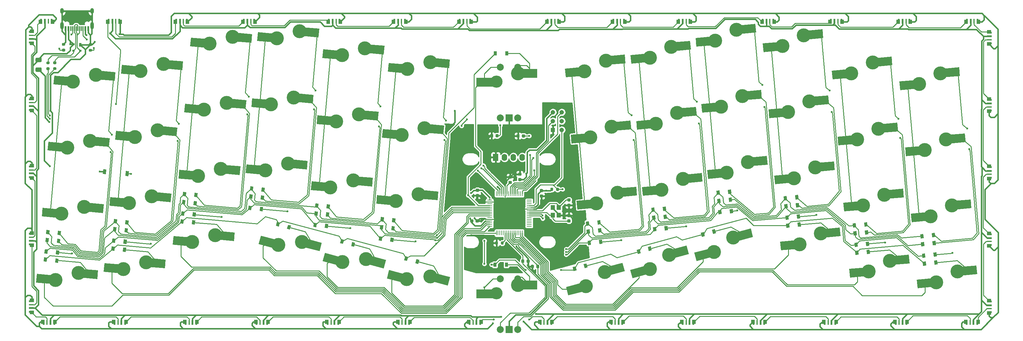
<source format=gbr>
%TF.GenerationSoftware,KiCad,Pcbnew,(5.1.8)-1*%
%TF.CreationDate,2021-01-22T10:31:16-05:00*%
%TF.ProjectId,ergo_60_case,6572676f-5f36-4305-9f63-6173652e6b69,rev?*%
%TF.SameCoordinates,Original*%
%TF.FileFunction,Copper,L2,Bot*%
%TF.FilePolarity,Positive*%
%FSLAX46Y46*%
G04 Gerber Fmt 4.6, Leading zero omitted, Abs format (unit mm)*
G04 Created by KiCad (PCBNEW (5.1.8)-1) date 2021-01-22 10:31:16*
%MOMM*%
%LPD*%
G01*
G04 APERTURE LIST*
%TA.AperFunction,SMDPad,CuDef*%
%ADD10R,1.150000X1.000000*%
%TD*%
%TA.AperFunction,SMDPad,CuDef*%
%ADD11R,1.400000X0.550000*%
%TD*%
%TA.AperFunction,SMDPad,CuDef*%
%ADD12R,1.400000X0.450000*%
%TD*%
%TA.AperFunction,SMDPad,CuDef*%
%ADD13R,1.400000X0.600000*%
%TD*%
%TA.AperFunction,SMDPad,CuDef*%
%ADD14R,1.000000X1.150000*%
%TD*%
%TA.AperFunction,SMDPad,CuDef*%
%ADD15R,0.550000X1.400000*%
%TD*%
%TA.AperFunction,SMDPad,CuDef*%
%ADD16R,0.450000X1.400000*%
%TD*%
%TA.AperFunction,SMDPad,CuDef*%
%ADD17R,0.600000X1.400000*%
%TD*%
%TA.AperFunction,ComponentPad*%
%ADD18O,1.600000X2.000000*%
%TD*%
%TA.AperFunction,ComponentPad*%
%ADD19R,1.600000X2.000000*%
%TD*%
%TA.AperFunction,ComponentPad*%
%ADD20C,4.000000*%
%TD*%
%TA.AperFunction,ComponentPad*%
%ADD21O,3.500000X3.500000*%
%TD*%
%TA.AperFunction,ComponentPad*%
%ADD22C,0.800000*%
%TD*%
%TA.AperFunction,SMDPad,CuDef*%
%ADD23R,4.700000X2.500000*%
%TD*%
%TA.AperFunction,SMDPad,CuDef*%
%ADD24R,4.500000X2.500000*%
%TD*%
%TA.AperFunction,ComponentPad*%
%ADD25C,2.000000*%
%TD*%
%TA.AperFunction,ComponentPad*%
%ADD26O,2.000000X4.000000*%
%TD*%
%TA.AperFunction,ComponentPad*%
%ADD27R,2.000000X2.000000*%
%TD*%
%TA.AperFunction,SMDPad,CuDef*%
%ADD28C,0.100000*%
%TD*%
%TA.AperFunction,SMDPad,CuDef*%
%ADD29R,0.280000X1.470000*%
%TD*%
%TA.AperFunction,SMDPad,CuDef*%
%ADD30R,1.470000X0.280000*%
%TD*%
%TA.AperFunction,ComponentPad*%
%ADD31R,1.308000X1.308000*%
%TD*%
%TA.AperFunction,ComponentPad*%
%ADD32C,1.308000*%
%TD*%
%TA.AperFunction,SMDPad,CuDef*%
%ADD33R,1.200000X1.400000*%
%TD*%
%TA.AperFunction,SMDPad,CuDef*%
%ADD34R,0.600000X1.450000*%
%TD*%
%TA.AperFunction,SMDPad,CuDef*%
%ADD35R,0.300000X1.450000*%
%TD*%
%TA.AperFunction,ComponentPad*%
%ADD36O,1.000000X2.100000*%
%TD*%
%TA.AperFunction,ComponentPad*%
%ADD37O,1.000000X1.600000*%
%TD*%
%TA.AperFunction,SMDPad,CuDef*%
%ADD38R,0.700000X1.000000*%
%TD*%
%TA.AperFunction,SMDPad,CuDef*%
%ADD39R,0.700000X0.600000*%
%TD*%
%TA.AperFunction,SMDPad,CuDef*%
%ADD40R,0.900000X1.200000*%
%TD*%
%TA.AperFunction,ViaPad*%
%ADD41C,0.600000*%
%TD*%
%TA.AperFunction,Conductor*%
%ADD42C,0.254000*%
%TD*%
%TA.AperFunction,Conductor*%
%ADD43C,0.381000*%
%TD*%
%TA.AperFunction,Conductor*%
%ADD44C,0.100000*%
%TD*%
G04 APERTURE END LIST*
D10*
%TO.P,D66,3*%
%TO.N,Net-(D65-Pad1)*%
X343680000Y-83520000D03*
%TO.P,D66,2*%
%TO.N,GND*%
X343680000Y-87020000D03*
D11*
X343810000Y-86790000D03*
D12*
%TO.P,D66,1*%
%TO.N,Net-(D66-Pad1)*%
X343810000Y-85795000D03*
D13*
%TO.P,D66,4*%
%TO.N,VCC*%
X343810000Y-84820000D03*
D11*
%TO.P,D66,3*%
%TO.N,Net-(D65-Pad1)*%
X343810000Y-83745000D03*
%TD*%
D10*
%TO.P,D68,3*%
%TO.N,Net-(D67-Pad1)*%
X343680000Y-122140000D03*
%TO.P,D68,2*%
%TO.N,GND*%
X343680000Y-125640000D03*
D11*
X343810000Y-125410000D03*
D12*
%TO.P,D68,1*%
%TO.N,Net-(D68-Pad1)*%
X343810000Y-124415000D03*
D13*
%TO.P,D68,4*%
%TO.N,VCC*%
X343810000Y-123440000D03*
D11*
%TO.P,D68,3*%
%TO.N,Net-(D67-Pad1)*%
X343810000Y-122365000D03*
%TD*%
D10*
%TO.P,D67,3*%
%TO.N,Net-(D66-Pad1)*%
X343680000Y-102830000D03*
%TO.P,D67,2*%
%TO.N,GND*%
X343680000Y-106330000D03*
D11*
X343810000Y-106100000D03*
D12*
%TO.P,D67,1*%
%TO.N,Net-(D67-Pad1)*%
X343810000Y-105105000D03*
D13*
%TO.P,D67,4*%
%TO.N,VCC*%
X343810000Y-104130000D03*
D11*
%TO.P,D67,3*%
%TO.N,Net-(D66-Pad1)*%
X343810000Y-103055000D03*
%TD*%
D14*
%TO.P,D90,3*%
%TO.N,Net-(D89-Pad1)*%
X71580000Y-80620000D03*
%TO.P,D90,2*%
%TO.N,GND*%
X75080000Y-80620000D03*
D15*
X74850000Y-80490000D03*
D16*
%TO.P,D90,1*%
%TO.N,Net-(D90-Pad1)*%
X73855000Y-80490000D03*
D17*
%TO.P,D90,4*%
%TO.N,VCC*%
X72880000Y-80490000D03*
D15*
%TO.P,D90,3*%
%TO.N,Net-(D89-Pad1)*%
X71805000Y-80490000D03*
%TD*%
D10*
%TO.P,D89,3*%
%TO.N,Net-(D88-Pad1)*%
X69120000Y-86810000D03*
%TO.P,D89,2*%
%TO.N,GND*%
X69120000Y-83310000D03*
D11*
X68990000Y-83540000D03*
D12*
%TO.P,D89,1*%
%TO.N,Net-(D89-Pad1)*%
X68990000Y-84535000D03*
D13*
%TO.P,D89,4*%
%TO.N,VCC*%
X68990000Y-85510000D03*
D11*
%TO.P,D89,3*%
%TO.N,Net-(D88-Pad1)*%
X68990000Y-86585000D03*
%TD*%
D10*
%TO.P,D88,3*%
%TO.N,Net-(D87-Pad1)*%
X69120000Y-106147500D03*
%TO.P,D88,2*%
%TO.N,GND*%
X69120000Y-102647500D03*
D11*
X68990000Y-102877500D03*
D12*
%TO.P,D88,1*%
%TO.N,Net-(D88-Pad1)*%
X68990000Y-103872500D03*
D13*
%TO.P,D88,4*%
%TO.N,VCC*%
X68990000Y-104847500D03*
D11*
%TO.P,D88,3*%
%TO.N,Net-(D87-Pad1)*%
X68990000Y-105922500D03*
%TD*%
D10*
%TO.P,D87,3*%
%TO.N,Net-(D86-Pad1)*%
X69120000Y-125485000D03*
%TO.P,D87,2*%
%TO.N,GND*%
X69120000Y-121985000D03*
D11*
X68990000Y-122215000D03*
D12*
%TO.P,D87,1*%
%TO.N,Net-(D87-Pad1)*%
X68990000Y-123210000D03*
D13*
%TO.P,D87,4*%
%TO.N,VCC*%
X68990000Y-124185000D03*
D11*
%TO.P,D87,3*%
%TO.N,Net-(D86-Pad1)*%
X68990000Y-125260000D03*
%TD*%
D10*
%TO.P,D86,3*%
%TO.N,Net-(D85-Pad1)*%
X69120000Y-144822500D03*
%TO.P,D86,2*%
%TO.N,GND*%
X69120000Y-141322500D03*
D11*
X68990000Y-141552500D03*
D12*
%TO.P,D86,1*%
%TO.N,Net-(D86-Pad1)*%
X68990000Y-142547500D03*
D13*
%TO.P,D86,4*%
%TO.N,VCC*%
X68990000Y-143522500D03*
D11*
%TO.P,D86,3*%
%TO.N,Net-(D85-Pad1)*%
X68990000Y-144597500D03*
%TD*%
D10*
%TO.P,D85,3*%
%TO.N,Net-(D84-Pad1)*%
X69120000Y-164160000D03*
%TO.P,D85,2*%
%TO.N,GND*%
X69120000Y-160660000D03*
D11*
X68990000Y-160890000D03*
D12*
%TO.P,D85,1*%
%TO.N,Net-(D85-Pad1)*%
X68990000Y-161885000D03*
D13*
%TO.P,D85,4*%
%TO.N,VCC*%
X68990000Y-162860000D03*
D11*
%TO.P,D85,3*%
%TO.N,Net-(D84-Pad1)*%
X68990000Y-163935000D03*
%TD*%
D14*
%TO.P,D84,3*%
%TO.N,Net-(D83-Pad1)*%
X75770000Y-166830000D03*
%TO.P,D84,2*%
%TO.N,GND*%
X72270000Y-166830000D03*
D15*
X72500000Y-166960000D03*
D16*
%TO.P,D84,1*%
%TO.N,Net-(D84-Pad1)*%
X73495000Y-166960000D03*
D17*
%TO.P,D84,4*%
%TO.N,VCC*%
X74470000Y-166960000D03*
D15*
%TO.P,D84,3*%
%TO.N,Net-(D83-Pad1)*%
X75545000Y-166960000D03*
%TD*%
D14*
%TO.P,D83,3*%
%TO.N,Net-(D82-Pad1)*%
X96139230Y-166830000D03*
%TO.P,D83,2*%
%TO.N,GND*%
X92639230Y-166830000D03*
D15*
X92869230Y-166960000D03*
D16*
%TO.P,D83,1*%
%TO.N,Net-(D83-Pad1)*%
X93864230Y-166960000D03*
D17*
%TO.P,D83,4*%
%TO.N,VCC*%
X94839230Y-166960000D03*
D15*
%TO.P,D83,3*%
%TO.N,Net-(D82-Pad1)*%
X95914230Y-166960000D03*
%TD*%
D14*
%TO.P,D82,3*%
%TO.N,Net-(D81-Pad1)*%
X116508460Y-166830000D03*
%TO.P,D82,2*%
%TO.N,GND*%
X113008460Y-166830000D03*
D15*
X113238460Y-166960000D03*
D16*
%TO.P,D82,1*%
%TO.N,Net-(D82-Pad1)*%
X114233460Y-166960000D03*
D17*
%TO.P,D82,4*%
%TO.N,VCC*%
X115208460Y-166960000D03*
D15*
%TO.P,D82,3*%
%TO.N,Net-(D81-Pad1)*%
X116283460Y-166960000D03*
%TD*%
D14*
%TO.P,D81,3*%
%TO.N,Net-(D80-Pad1)*%
X136877690Y-166830000D03*
%TO.P,D81,2*%
%TO.N,GND*%
X133377690Y-166830000D03*
D15*
X133607690Y-166960000D03*
D16*
%TO.P,D81,1*%
%TO.N,Net-(D81-Pad1)*%
X134602690Y-166960000D03*
D17*
%TO.P,D81,4*%
%TO.N,VCC*%
X135577690Y-166960000D03*
D15*
%TO.P,D81,3*%
%TO.N,Net-(D80-Pad1)*%
X136652690Y-166960000D03*
%TD*%
D14*
%TO.P,D80,3*%
%TO.N,Net-(D79-Pad1)*%
X157246920Y-166830000D03*
%TO.P,D80,2*%
%TO.N,GND*%
X153746920Y-166830000D03*
D15*
X153976920Y-166960000D03*
D16*
%TO.P,D80,1*%
%TO.N,Net-(D80-Pad1)*%
X154971920Y-166960000D03*
D17*
%TO.P,D80,4*%
%TO.N,VCC*%
X155946920Y-166960000D03*
D15*
%TO.P,D80,3*%
%TO.N,Net-(D79-Pad1)*%
X157021920Y-166960000D03*
%TD*%
D14*
%TO.P,D79,3*%
%TO.N,Net-(D78-Pad1)*%
X177616150Y-166830000D03*
%TO.P,D79,2*%
%TO.N,GND*%
X174116150Y-166830000D03*
D15*
X174346150Y-166960000D03*
D16*
%TO.P,D79,1*%
%TO.N,Net-(D79-Pad1)*%
X175341150Y-166960000D03*
D17*
%TO.P,D79,4*%
%TO.N,VCC*%
X176316150Y-166960000D03*
D15*
%TO.P,D79,3*%
%TO.N,Net-(D78-Pad1)*%
X177391150Y-166960000D03*
%TD*%
D14*
%TO.P,D78,3*%
%TO.N,Net-(D77-Pad1)*%
X197985380Y-166830000D03*
%TO.P,D78,2*%
%TO.N,GND*%
X194485380Y-166830000D03*
D15*
X194715380Y-166960000D03*
D16*
%TO.P,D78,1*%
%TO.N,Net-(D78-Pad1)*%
X195710380Y-166960000D03*
D17*
%TO.P,D78,4*%
%TO.N,VCC*%
X196685380Y-166960000D03*
D15*
%TO.P,D78,3*%
%TO.N,Net-(D77-Pad1)*%
X197760380Y-166960000D03*
%TD*%
D14*
%TO.P,D77,3*%
%TO.N,Net-(D76-Pad1)*%
X218354610Y-166830000D03*
%TO.P,D77,2*%
%TO.N,GND*%
X214854610Y-166830000D03*
D15*
X215084610Y-166960000D03*
D16*
%TO.P,D77,1*%
%TO.N,Net-(D77-Pad1)*%
X216079610Y-166960000D03*
D17*
%TO.P,D77,4*%
%TO.N,VCC*%
X217054610Y-166960000D03*
D15*
%TO.P,D77,3*%
%TO.N,Net-(D76-Pad1)*%
X218129610Y-166960000D03*
%TD*%
D14*
%TO.P,D76,3*%
%TO.N,Net-(D75-Pad1)*%
X238723840Y-166830000D03*
%TO.P,D76,2*%
%TO.N,GND*%
X235223840Y-166830000D03*
D15*
X235453840Y-166960000D03*
D16*
%TO.P,D76,1*%
%TO.N,Net-(D76-Pad1)*%
X236448840Y-166960000D03*
D17*
%TO.P,D76,4*%
%TO.N,VCC*%
X237423840Y-166960000D03*
D15*
%TO.P,D76,3*%
%TO.N,Net-(D75-Pad1)*%
X238498840Y-166960000D03*
%TD*%
D14*
%TO.P,D75,3*%
%TO.N,Net-(D74-Pad1)*%
X259093070Y-166830000D03*
%TO.P,D75,2*%
%TO.N,GND*%
X255593070Y-166830000D03*
D15*
X255823070Y-166960000D03*
D16*
%TO.P,D75,1*%
%TO.N,Net-(D75-Pad1)*%
X256818070Y-166960000D03*
D17*
%TO.P,D75,4*%
%TO.N,VCC*%
X257793070Y-166960000D03*
D15*
%TO.P,D75,3*%
%TO.N,Net-(D74-Pad1)*%
X258868070Y-166960000D03*
%TD*%
D14*
%TO.P,D74,3*%
%TO.N,Net-(D73-Pad1)*%
X279462300Y-166830000D03*
%TO.P,D74,2*%
%TO.N,GND*%
X275962300Y-166830000D03*
D15*
X276192300Y-166960000D03*
D16*
%TO.P,D74,1*%
%TO.N,Net-(D74-Pad1)*%
X277187300Y-166960000D03*
D17*
%TO.P,D74,4*%
%TO.N,VCC*%
X278162300Y-166960000D03*
D15*
%TO.P,D74,3*%
%TO.N,Net-(D73-Pad1)*%
X279237300Y-166960000D03*
%TD*%
D14*
%TO.P,D73,3*%
%TO.N,Net-(D72-Pad1)*%
X299831530Y-166830000D03*
%TO.P,D73,2*%
%TO.N,GND*%
X296331530Y-166830000D03*
D15*
X296561530Y-166960000D03*
D16*
%TO.P,D73,1*%
%TO.N,Net-(D73-Pad1)*%
X297556530Y-166960000D03*
D17*
%TO.P,D73,4*%
%TO.N,VCC*%
X298531530Y-166960000D03*
D15*
%TO.P,D73,3*%
%TO.N,Net-(D72-Pad1)*%
X299606530Y-166960000D03*
%TD*%
D14*
%TO.P,D72,3*%
%TO.N,Net-(D71-Pad1)*%
X320200760Y-166830000D03*
%TO.P,D72,2*%
%TO.N,GND*%
X316700760Y-166830000D03*
D15*
X316930760Y-166960000D03*
D16*
%TO.P,D72,1*%
%TO.N,Net-(D72-Pad1)*%
X317925760Y-166960000D03*
D17*
%TO.P,D72,4*%
%TO.N,VCC*%
X318900760Y-166960000D03*
D15*
%TO.P,D72,3*%
%TO.N,Net-(D71-Pad1)*%
X319975760Y-166960000D03*
%TD*%
D14*
%TO.P,D71,3*%
%TO.N,Net-(D70-Pad1)*%
X340570000Y-166830000D03*
%TO.P,D71,2*%
%TO.N,GND*%
X337070000Y-166830000D03*
D15*
X337300000Y-166960000D03*
D16*
%TO.P,D71,1*%
%TO.N,Net-(D71-Pad1)*%
X338295000Y-166960000D03*
D17*
%TO.P,D71,4*%
%TO.N,VCC*%
X339270000Y-166960000D03*
D15*
%TO.P,D71,3*%
%TO.N,Net-(D70-Pad1)*%
X340345000Y-166960000D03*
%TD*%
D10*
%TO.P,D70,3*%
%TO.N,Net-(D69-Pad1)*%
X343680000Y-160760000D03*
%TO.P,D70,2*%
%TO.N,GND*%
X343680000Y-164260000D03*
D11*
X343810000Y-164030000D03*
D12*
%TO.P,D70,1*%
%TO.N,Net-(D70-Pad1)*%
X343810000Y-163035000D03*
D13*
%TO.P,D70,4*%
%TO.N,VCC*%
X343810000Y-162060000D03*
D11*
%TO.P,D70,3*%
%TO.N,Net-(D69-Pad1)*%
X343810000Y-160985000D03*
%TD*%
D10*
%TO.P,D69,3*%
%TO.N,Net-(D68-Pad1)*%
X343680000Y-141450000D03*
%TO.P,D69,2*%
%TO.N,GND*%
X343680000Y-144950000D03*
D11*
X343810000Y-144720000D03*
D12*
%TO.P,D69,1*%
%TO.N,Net-(D69-Pad1)*%
X343810000Y-143725000D03*
D13*
%TO.P,D69,4*%
%TO.N,VCC*%
X343810000Y-142750000D03*
D11*
%TO.P,D69,3*%
%TO.N,Net-(D68-Pad1)*%
X343810000Y-141675000D03*
%TD*%
D14*
%TO.P,D65,3*%
%TO.N,Net-(D64-Pad1)*%
X337140000Y-80620000D03*
%TO.P,D65,2*%
%TO.N,GND*%
X340640000Y-80620000D03*
D15*
X340410000Y-80490000D03*
D16*
%TO.P,D65,1*%
%TO.N,Net-(D65-Pad1)*%
X339415000Y-80490000D03*
D17*
%TO.P,D65,4*%
%TO.N,VCC*%
X338440000Y-80490000D03*
D15*
%TO.P,D65,3*%
%TO.N,Net-(D64-Pad1)*%
X337365000Y-80490000D03*
%TD*%
D14*
%TO.P,D64,3*%
%TO.N,Net-(D63-Pad1)*%
X317616666Y-80620000D03*
%TO.P,D64,2*%
%TO.N,GND*%
X321116666Y-80620000D03*
D15*
X320886666Y-80490000D03*
D16*
%TO.P,D64,1*%
%TO.N,Net-(D64-Pad1)*%
X319891666Y-80490000D03*
D17*
%TO.P,D64,4*%
%TO.N,VCC*%
X318916666Y-80490000D03*
D15*
%TO.P,D64,3*%
%TO.N,Net-(D63-Pad1)*%
X317841666Y-80490000D03*
%TD*%
D14*
%TO.P,D63,3*%
%TO.N,Net-(D62-Pad1)*%
X298093333Y-80620000D03*
%TO.P,D63,2*%
%TO.N,GND*%
X301593333Y-80620000D03*
D15*
X301363333Y-80490000D03*
D16*
%TO.P,D63,1*%
%TO.N,Net-(D63-Pad1)*%
X300368333Y-80490000D03*
D17*
%TO.P,D63,4*%
%TO.N,VCC*%
X299393333Y-80490000D03*
D15*
%TO.P,D63,3*%
%TO.N,Net-(D62-Pad1)*%
X298318333Y-80490000D03*
%TD*%
D14*
%TO.P,D62,3*%
%TO.N,Net-(D61-Pad1)*%
X278570000Y-80620000D03*
%TO.P,D62,2*%
%TO.N,GND*%
X282070000Y-80620000D03*
D15*
X281840000Y-80490000D03*
D16*
%TO.P,D62,1*%
%TO.N,Net-(D62-Pad1)*%
X280845000Y-80490000D03*
D17*
%TO.P,D62,4*%
%TO.N,VCC*%
X279870000Y-80490000D03*
D15*
%TO.P,D62,3*%
%TO.N,Net-(D61-Pad1)*%
X278795000Y-80490000D03*
%TD*%
D14*
%TO.P,D61,3*%
%TO.N,Net-(D60-Pad1)*%
X254540000Y-80620000D03*
%TO.P,D61,2*%
%TO.N,GND*%
X258040000Y-80620000D03*
D15*
X257810000Y-80490000D03*
D16*
%TO.P,D61,1*%
%TO.N,Net-(D61-Pad1)*%
X256815000Y-80490000D03*
D17*
%TO.P,D61,4*%
%TO.N,VCC*%
X255840000Y-80490000D03*
D15*
%TO.P,D61,3*%
%TO.N,Net-(D60-Pad1)*%
X254765000Y-80490000D03*
%TD*%
D14*
%TO.P,D60,3*%
%TO.N,Net-(D59-Pad1)*%
X235705000Y-80620000D03*
%TO.P,D60,2*%
%TO.N,GND*%
X239205000Y-80620000D03*
D15*
X238975000Y-80490000D03*
D16*
%TO.P,D60,1*%
%TO.N,Net-(D60-Pad1)*%
X237980000Y-80490000D03*
D17*
%TO.P,D60,4*%
%TO.N,VCC*%
X237005000Y-80490000D03*
D15*
%TO.P,D60,3*%
%TO.N,Net-(D59-Pad1)*%
X235930000Y-80490000D03*
%TD*%
D14*
%TO.P,D59,3*%
%TO.N,Net-(D58-Pad1)*%
X216870000Y-80620000D03*
%TO.P,D59,2*%
%TO.N,GND*%
X220370000Y-80620000D03*
D15*
X220140000Y-80490000D03*
D16*
%TO.P,D59,1*%
%TO.N,Net-(D59-Pad1)*%
X219145000Y-80490000D03*
D17*
%TO.P,D59,4*%
%TO.N,VCC*%
X218170000Y-80490000D03*
D15*
%TO.P,D59,3*%
%TO.N,Net-(D58-Pad1)*%
X217095000Y-80490000D03*
%TD*%
D14*
%TO.P,D58,3*%
%TO.N,Net-(D57-Pad1)*%
X191630000Y-80620000D03*
%TO.P,D58,2*%
%TO.N,GND*%
X195130000Y-80620000D03*
D15*
X194900000Y-80490000D03*
D16*
%TO.P,D58,1*%
%TO.N,Net-(D58-Pad1)*%
X193905000Y-80490000D03*
D17*
%TO.P,D58,4*%
%TO.N,VCC*%
X192930000Y-80490000D03*
D15*
%TO.P,D58,3*%
%TO.N,Net-(D57-Pad1)*%
X191855000Y-80490000D03*
%TD*%
D14*
%TO.P,D57,3*%
%TO.N,Net-(D55-Pad1)*%
X172880000Y-80620000D03*
%TO.P,D57,2*%
%TO.N,GND*%
X176380000Y-80620000D03*
D15*
X176150000Y-80490000D03*
D16*
%TO.P,D57,1*%
%TO.N,Net-(D57-Pad1)*%
X175155000Y-80490000D03*
D17*
%TO.P,D57,4*%
%TO.N,VCC*%
X174180000Y-80490000D03*
D15*
%TO.P,D57,3*%
%TO.N,Net-(D55-Pad1)*%
X173105000Y-80490000D03*
%TD*%
D14*
%TO.P,D56,3*%
%TO.N,Net-(D55-Pad1)*%
X154130000Y-80620000D03*
%TO.P,D56,2*%
%TO.N,GND*%
X157630000Y-80620000D03*
D15*
X157400000Y-80490000D03*
D16*
%TO.P,D56,1*%
%TO.N,Net-(D55-Pad1)*%
X156405000Y-80490000D03*
D17*
%TO.P,D56,4*%
%TO.N,VCC*%
X155430000Y-80490000D03*
D15*
%TO.P,D56,3*%
%TO.N,Net-(D55-Pad1)*%
X154355000Y-80490000D03*
%TD*%
D14*
%TO.P,D55,3*%
%TO.N,Net-(D54-Pad1)*%
X129670000Y-80620000D03*
%TO.P,D55,2*%
%TO.N,GND*%
X133170000Y-80620000D03*
D15*
X132940000Y-80490000D03*
D16*
%TO.P,D55,1*%
%TO.N,Net-(D55-Pad1)*%
X131945000Y-80490000D03*
D17*
%TO.P,D55,4*%
%TO.N,VCC*%
X130970000Y-80490000D03*
D15*
%TO.P,D55,3*%
%TO.N,Net-(D54-Pad1)*%
X129895000Y-80490000D03*
%TD*%
D14*
%TO.P,D54,3*%
%TO.N,Net-(D53-Pad1)*%
X110306666Y-80620000D03*
%TO.P,D54,2*%
%TO.N,GND*%
X113806666Y-80620000D03*
D15*
X113576666Y-80490000D03*
D16*
%TO.P,D54,1*%
%TO.N,Net-(D54-Pad1)*%
X112581666Y-80490000D03*
D17*
%TO.P,D54,4*%
%TO.N,VCC*%
X111606666Y-80490000D03*
D15*
%TO.P,D54,3*%
%TO.N,Net-(D53-Pad1)*%
X110531666Y-80490000D03*
%TD*%
D14*
%TO.P,D53,3*%
%TO.N,LEDDATA*%
X90943333Y-80620000D03*
%TO.P,D53,2*%
%TO.N,GND*%
X94443333Y-80620000D03*
D15*
X94213333Y-80490000D03*
D16*
%TO.P,D53,1*%
%TO.N,Net-(D53-Pad1)*%
X93218333Y-80490000D03*
D17*
%TO.P,D53,4*%
%TO.N,VCC*%
X92243333Y-80490000D03*
D15*
%TO.P,D53,3*%
%TO.N,LEDDATA*%
X91168333Y-80490000D03*
%TD*%
D18*
%TO.P,U2,4*%
%TO.N,SDA*%
X209810000Y-119570000D03*
%TO.P,U2,3*%
%TO.N,SCL*%
X207270000Y-119570000D03*
D19*
%TO.P,U2,1*%
%TO.N,GND*%
X202190000Y-119570000D03*
D18*
%TO.P,U2,2*%
%TO.N,+5V*%
X204730000Y-119570000D03*
%TD*%
D20*
%TO.P,MX_ec11_46,*%
%TO.N,*%
X208570000Y-156280000D03*
D21*
X202420000Y-158620000D03*
D22*
%TO.P,MX_ec11_46,1*%
%TO.N,COL6*%
X197140000Y-158058000D03*
%TO.P,MX_ec11_46,2*%
%TO.N,Net-(D46-Pad2)*%
X213650000Y-155518000D03*
%TO.P,MX_ec11_46,1*%
%TO.N,COL6*%
X197140000Y-159582000D03*
%TO.P,MX_ec11_46,2*%
%TO.N,Net-(D46-Pad2)*%
X213650000Y-157042000D03*
D23*
%TO.P,MX_ec11_46,1*%
%TO.N,COL6*%
X199045000Y-158820000D03*
D24*
%TO.P,MX_ec11_46,2*%
%TO.N,Net-(D46-Pad2)*%
X211872000Y-156280000D03*
D25*
%TO.P,MX_ec11_46,3*%
%TO.N,ROT2*%
X203540000Y-169000000D03*
%TO.P,MX_ec11_46,4*%
%TO.N,ROT3*%
X208540000Y-169000000D03*
D26*
%TO.P,MX_ec11_46,2*%
%TO.N,Net-(D46-Pad2)*%
X208540000Y-155500000D03*
D25*
%TO.P,MX_ec11_46,1*%
%TO.N,COL6*%
X203540000Y-154500000D03*
D27*
%TO.P,MX_ec11_46,5*%
%TO.N,GND*%
X206040000Y-169000000D03*
%TD*%
D20*
%TO.P,MX_ec11_7,*%
%TO.N,*%
X208560000Y-95480000D03*
D21*
X202410000Y-97820000D03*
D22*
%TO.P,MX_ec11_7,1*%
%TO.N,COL6*%
X197130000Y-97258000D03*
%TO.P,MX_ec11_7,2*%
%TO.N,Net-(D7-Pad2)*%
X213640000Y-94718000D03*
%TO.P,MX_ec11_7,1*%
%TO.N,COL6*%
X197130000Y-98782000D03*
%TO.P,MX_ec11_7,2*%
%TO.N,Net-(D7-Pad2)*%
X213640000Y-96242000D03*
D23*
%TO.P,MX_ec11_7,1*%
%TO.N,COL6*%
X199035000Y-98020000D03*
D24*
%TO.P,MX_ec11_7,2*%
%TO.N,Net-(D7-Pad2)*%
X211862000Y-95480000D03*
D25*
%TO.P,MX_ec11_7,3*%
%TO.N,ROT1*%
X203530000Y-108200000D03*
%TO.P,MX_ec11_7,4*%
%TO.N,ROT0*%
X208530000Y-108200000D03*
D26*
%TO.P,MX_ec11_7,2*%
%TO.N,Net-(D7-Pad2)*%
X208530000Y-94700000D03*
D25*
%TO.P,MX_ec11_7,1*%
%TO.N,COL6*%
X203530000Y-93700000D03*
D27*
%TO.P,MX_ec11_7,5*%
%TO.N,GND*%
X206030000Y-108200000D03*
%TD*%
%TO.P,C11,2*%
%TO.N,ROT3*%
%TA.AperFunction,SMDPad,CuDef*%
G36*
G01*
X213820000Y-151170000D02*
X213820000Y-150670000D01*
G75*
G02*
X214045000Y-150445000I225000J0D01*
G01*
X214495000Y-150445000D01*
G75*
G02*
X214720000Y-150670000I0J-225000D01*
G01*
X214720000Y-151170000D01*
G75*
G02*
X214495000Y-151395000I-225000J0D01*
G01*
X214045000Y-151395000D01*
G75*
G02*
X213820000Y-151170000I0J225000D01*
G01*
G37*
%TD.AperFunction*%
%TO.P,C11,1*%
%TO.N,GND*%
%TA.AperFunction,SMDPad,CuDef*%
G36*
G01*
X212270000Y-151170000D02*
X212270000Y-150670000D01*
G75*
G02*
X212495000Y-150445000I225000J0D01*
G01*
X212945000Y-150445000D01*
G75*
G02*
X213170000Y-150670000I0J-225000D01*
G01*
X213170000Y-151170000D01*
G75*
G02*
X212945000Y-151395000I-225000J0D01*
G01*
X212495000Y-151395000D01*
G75*
G02*
X212270000Y-151170000I0J225000D01*
G01*
G37*
%TD.AperFunction*%
%TD*%
%TO.P,C10,2*%
%TO.N,GND*%
%TA.AperFunction,SMDPad,CuDef*%
G36*
G01*
X211055000Y-149640000D02*
X211055000Y-149140000D01*
G75*
G02*
X211280000Y-148915000I225000J0D01*
G01*
X211730000Y-148915000D01*
G75*
G02*
X211955000Y-149140000I0J-225000D01*
G01*
X211955000Y-149640000D01*
G75*
G02*
X211730000Y-149865000I-225000J0D01*
G01*
X211280000Y-149865000D01*
G75*
G02*
X211055000Y-149640000I0J225000D01*
G01*
G37*
%TD.AperFunction*%
%TO.P,C10,1*%
%TO.N,ROT2*%
%TA.AperFunction,SMDPad,CuDef*%
G36*
G01*
X209505000Y-149640000D02*
X209505000Y-149140000D01*
G75*
G02*
X209730000Y-148915000I225000J0D01*
G01*
X210180000Y-148915000D01*
G75*
G02*
X210405000Y-149140000I0J-225000D01*
G01*
X210405000Y-149640000D01*
G75*
G02*
X210180000Y-149865000I-225000J0D01*
G01*
X209730000Y-149865000D01*
G75*
G02*
X209505000Y-149640000I0J225000D01*
G01*
G37*
%TD.AperFunction*%
%TD*%
%TO.P,C9,1*%
%TO.N,ROT1*%
%TA.AperFunction,SMDPad,CuDef*%
G36*
G01*
X203035000Y-113110000D02*
X203035000Y-113610000D01*
G75*
G02*
X202810000Y-113835000I-225000J0D01*
G01*
X202360000Y-113835000D01*
G75*
G02*
X202135000Y-113610000I0J225000D01*
G01*
X202135000Y-113110000D01*
G75*
G02*
X202360000Y-112885000I225000J0D01*
G01*
X202810000Y-112885000D01*
G75*
G02*
X203035000Y-113110000I0J-225000D01*
G01*
G37*
%TD.AperFunction*%
%TO.P,C9,2*%
%TO.N,GND*%
%TA.AperFunction,SMDPad,CuDef*%
G36*
G01*
X201485000Y-113110000D02*
X201485000Y-113610000D01*
G75*
G02*
X201260000Y-113835000I-225000J0D01*
G01*
X200810000Y-113835000D01*
G75*
G02*
X200585000Y-113610000I0J225000D01*
G01*
X200585000Y-113110000D01*
G75*
G02*
X200810000Y-112885000I225000J0D01*
G01*
X201260000Y-112885000D01*
G75*
G02*
X201485000Y-113110000I0J-225000D01*
G01*
G37*
%TD.AperFunction*%
%TD*%
%TO.P,C8,1*%
%TO.N,GND*%
%TA.AperFunction,SMDPad,CuDef*%
G36*
G01*
X208145000Y-113670000D02*
X208145000Y-113170000D01*
G75*
G02*
X208370000Y-112945000I225000J0D01*
G01*
X208820000Y-112945000D01*
G75*
G02*
X209045000Y-113170000I0J-225000D01*
G01*
X209045000Y-113670000D01*
G75*
G02*
X208820000Y-113895000I-225000J0D01*
G01*
X208370000Y-113895000D01*
G75*
G02*
X208145000Y-113670000I0J225000D01*
G01*
G37*
%TD.AperFunction*%
%TO.P,C8,2*%
%TO.N,ROT0*%
%TA.AperFunction,SMDPad,CuDef*%
G36*
G01*
X209695000Y-113670000D02*
X209695000Y-113170000D01*
G75*
G02*
X209920000Y-112945000I225000J0D01*
G01*
X210370000Y-112945000D01*
G75*
G02*
X210595000Y-113170000I0J-225000D01*
G01*
X210595000Y-113670000D01*
G75*
G02*
X210370000Y-113895000I-225000J0D01*
G01*
X209920000Y-113895000D01*
G75*
G02*
X209695000Y-113670000I0J225000D01*
G01*
G37*
%TD.AperFunction*%
%TD*%
%TA.AperFunction,SMDPad,CuDef*%
D28*
%TO.P,MX9,2*%
%TO.N,Net-(D9-Pad2)*%
G36*
X253717363Y-89000616D02*
G01*
X253499473Y-86510129D01*
X257982349Y-86117928D01*
X258200239Y-88608415D01*
X253717363Y-89000616D01*
G37*
%TD.AperFunction*%
%TA.AperFunction,SMDPad,CuDef*%
%TO.P,MX9,1*%
%TO.N,COL8*%
G36*
X241060930Y-92657613D02*
G01*
X240843040Y-90167126D01*
X245325916Y-89774925D01*
X245543806Y-92265412D01*
X241060930Y-92657613D01*
G37*
%TD.AperFunction*%
D22*
%TO.P,MX9,2*%
%TO.N,Net-(D9-Pad2)*%
X257687503Y-88163410D03*
%TO.P,MX9,1*%
%TO.N,COL8*%
X241461704Y-92132685D03*
%TO.P,MX9,2*%
%TO.N,Net-(D9-Pad2)*%
X257554678Y-86645209D03*
%TO.P,MX9,1*%
%TO.N,COL8*%
X241328879Y-90614485D03*
D20*
%TO.P,MX9,*%
%TO.N,*%
X246455961Y-90930834D03*
X252560421Y-87847060D03*
%TD*%
D29*
%TO.P,U3,48*%
%TO.N,COL0*%
X202370000Y-141300000D03*
%TO.P,U3,47*%
%TO.N,Net-(U3-Pad47)*%
X202870000Y-141300000D03*
%TO.P,U3,46*%
%TO.N,Net-(U3-Pad46)*%
X203370000Y-141300000D03*
%TO.P,U3,45*%
%TO.N,Net-(U3-Pad45)*%
X203870000Y-141300000D03*
%TO.P,U3,44*%
%TO.N,Net-(U3-Pad44)*%
X204370000Y-141300000D03*
%TO.P,U3,43*%
%TO.N,Net-(RC7-Pad1)*%
X204870000Y-141300000D03*
%TO.P,U3,42*%
%TO.N,ROT2*%
X205370000Y-141300000D03*
%TO.P,U3,41*%
%TO.N,ROT3*%
X205870000Y-141300000D03*
%TO.P,U3,40*%
%TO.N,COL12*%
X206370000Y-141300000D03*
%TO.P,U3,39*%
%TO.N,COL11*%
X206870000Y-141300000D03*
%TO.P,U3,38*%
%TO.N,COL10*%
X207370000Y-141300000D03*
%TO.P,U3,37*%
%TO.N,COL9*%
X207870000Y-141300000D03*
%TO.P,U3,36*%
%TO.N,Net-(U3-Pad36)*%
X208370000Y-141300000D03*
%TO.P,U3,35*%
%TO.N,Net-(U3-Pad35)*%
X208870000Y-141300000D03*
%TO.P,U3,34*%
%TO.N,COL8*%
X209370000Y-141300000D03*
%TO.P,U3,33*%
%TO.N,COL7*%
X209870000Y-141300000D03*
%TO.P,U3,16*%
%TO.N,Net-(U3-Pad16)*%
X209870000Y-129960000D03*
%TO.P,U3,15*%
%TO.N,Net-(U3-Pad15)*%
X209370000Y-129960000D03*
%TO.P,U3,14*%
%TO.N,Net-(U3-Pad14)*%
X208870000Y-129960000D03*
%TO.P,U3,13*%
%TO.N,MISO*%
X208370000Y-129960000D03*
%TO.P,U3,12*%
%TO.N,MOSI*%
X207870000Y-129960000D03*
%TO.P,U3,11*%
%TO.N,SCK*%
X207370000Y-129960000D03*
%TO.P,U3,10*%
%TO.N,ROT0*%
X206870000Y-129960000D03*
%TO.P,U3,9*%
%TO.N,ROT1*%
X206370000Y-129960000D03*
%TO.P,U3,8*%
%TO.N,+5V*%
X205870000Y-129960000D03*
%TO.P,U3,7*%
%TO.N,Net-(C3-Pad1)*%
X205370000Y-129960000D03*
%TO.P,U3,6*%
%TO.N,GND*%
X204870000Y-129960000D03*
%TO.P,U3,5*%
%TO.N,D+*%
X204370000Y-129960000D03*
%TO.P,U3,4*%
%TO.N,D-*%
X203870000Y-129960000D03*
%TO.P,U3,3*%
%TO.N,+5V*%
X203370000Y-129960000D03*
%TO.P,U3,2*%
%TO.N,LEDDATA*%
X202870000Y-129960000D03*
%TO.P,U3,1*%
%TO.N,Net-(U3-Pad1)*%
X202370000Y-129960000D03*
D30*
%TO.P,U3,64*%
%TO.N,+5V*%
X200450000Y-131880000D03*
%TO.P,U3,63*%
%TO.N,GND*%
X200450000Y-132380000D03*
%TO.P,U3,62*%
%TO.N,Net-(U3-Pad62)*%
X200450000Y-132880000D03*
%TO.P,U3,61*%
%TO.N,COL6*%
X200450000Y-133380000D03*
%TO.P,U3,60*%
%TO.N,ROW0*%
X200450000Y-133880000D03*
%TO.P,U3,59*%
%TO.N,ROW1*%
X200450000Y-134380000D03*
%TO.P,U3,58*%
%TO.N,ROW2*%
X200450000Y-134880000D03*
%TO.P,U3,57*%
%TO.N,ROW3*%
X200450000Y-135380000D03*
%TO.P,U3,56*%
%TO.N,COL5*%
X200450000Y-135880000D03*
%TO.P,U3,55*%
%TO.N,COL4*%
X200450000Y-136380000D03*
%TO.P,U3,54*%
%TO.N,Net-(U3-Pad54)*%
X200450000Y-136880000D03*
%TO.P,U3,53*%
%TO.N,GND*%
X200450000Y-137380000D03*
%TO.P,U3,52*%
%TO.N,+5V*%
X200450000Y-137880000D03*
%TO.P,U3,51*%
%TO.N,COL3*%
X200450000Y-138380000D03*
%TO.P,U3,50*%
%TO.N,COL2*%
X200450000Y-138880000D03*
%TO.P,U3,49*%
%TO.N,COL1*%
X200450000Y-139380000D03*
%TO.P,U3,32*%
%TO.N,Net-(U3-Pad32)*%
X211790000Y-139380000D03*
%TO.P,U3,31*%
%TO.N,Net-(U3-Pad31)*%
X211790000Y-138880000D03*
%TO.P,U3,30*%
%TO.N,Net-(U3-Pad30)*%
X211790000Y-138380000D03*
%TO.P,U3,29*%
%TO.N,Net-(U3-Pad29)*%
X211790000Y-137880000D03*
%TO.P,U3,28*%
%TO.N,Net-(U3-Pad28)*%
X211790000Y-137380000D03*
%TO.P,U3,27*%
%TO.N,Net-(U3-Pad27)*%
X211790000Y-136880000D03*
%TO.P,U3,26*%
%TO.N,SDA*%
X211790000Y-136380000D03*
%TO.P,U3,25*%
%TO.N,SCL*%
X211790000Y-135880000D03*
%TO.P,U3,24*%
%TO.N,XTAL1*%
X211790000Y-135380000D03*
%TO.P,U3,23*%
%TO.N,XTAL2*%
X211790000Y-134880000D03*
%TO.P,U3,22*%
%TO.N,GND*%
X211790000Y-134380000D03*
%TO.P,U3,21*%
%TO.N,+5V*%
X211790000Y-133880000D03*
%TO.P,U3,20*%
%TO.N,RESET*%
X211790000Y-133380000D03*
%TO.P,U3,19*%
%TO.N,Net-(U3-Pad19)*%
X211790000Y-132880000D03*
%TO.P,U3,18*%
%TO.N,Net-(U3-Pad18)*%
X211790000Y-132380000D03*
%TO.P,U3,17*%
%TO.N,Net-(U3-Pad17)*%
X211790000Y-131880000D03*
%TD*%
%TA.AperFunction,SMDPad,CuDef*%
D28*
%TO.P,MX14,2*%
%TO.N,Net-(D14-Pad2)*%
G36*
X86764825Y-116176479D02*
G01*
X86982715Y-113685992D01*
X91465591Y-114078193D01*
X91247701Y-116568680D01*
X86764825Y-116176479D01*
G37*
%TD.AperFunction*%
%TA.AperFunction,SMDPad,CuDef*%
%TO.P,MX14,1*%
%TO.N,COL0*%
G36*
X73665640Y-117580151D02*
G01*
X73883530Y-115089664D01*
X78366406Y-115481865D01*
X78148516Y-117972352D01*
X73665640Y-117580151D01*
G37*
%TD.AperFunction*%
D22*
%TO.P,MX14,2*%
%TO.N,Net-(D14-Pad2)*%
X90820029Y-116041399D03*
%TO.P,MX14,1*%
%TO.N,COL0*%
X74151479Y-117132792D03*
%TO.P,MX14,2*%
%TO.N,Net-(D14-Pad2)*%
X90952854Y-114523198D03*
%TO.P,MX14,1*%
%TO.N,COL0*%
X74284304Y-115614592D03*
D20*
%TO.P,MX14,*%
%TO.N,*%
X79278561Y-116816443D03*
X85825773Y-114839548D03*
%TD*%
%TA.AperFunction,SMDPad,CuDef*%
D28*
%TO.P,MX25,2*%
%TO.N,Net-(D25-Pad2)*%
G36*
X313140366Y-112485929D02*
G01*
X312922476Y-109995442D01*
X317405352Y-109603241D01*
X317623242Y-112093728D01*
X313140366Y-112485929D01*
G37*
%TD.AperFunction*%
%TA.AperFunction,SMDPad,CuDef*%
%TO.P,MX25,1*%
%TO.N,COL11*%
G36*
X300483933Y-116142926D02*
G01*
X300266043Y-113652439D01*
X304748919Y-113260238D01*
X304966809Y-115750725D01*
X300483933Y-116142926D01*
G37*
%TD.AperFunction*%
D22*
%TO.P,MX25,2*%
%TO.N,Net-(D25-Pad2)*%
X317110506Y-111648723D03*
%TO.P,MX25,1*%
%TO.N,COL11*%
X300884707Y-115617998D03*
%TO.P,MX25,2*%
%TO.N,Net-(D25-Pad2)*%
X316977681Y-110130522D03*
%TO.P,MX25,1*%
%TO.N,COL11*%
X300751882Y-114099798D03*
D20*
%TO.P,MX25,*%
%TO.N,*%
X305878964Y-114416147D03*
X311983424Y-111332373D03*
%TD*%
%TA.AperFunction,SMDPad,CuDef*%
D28*
%TO.P,MX47,2*%
%TO.N,Net-(D47-Pad2)*%
G36*
X234851436Y-153451011D02*
G01*
X234204388Y-151036197D01*
X238551054Y-149871511D01*
X239198102Y-152286325D01*
X234851436Y-153451011D01*
G37*
%TD.AperFunction*%
%TA.AperFunction,SMDPad,CuDef*%
%TO.P,MX47,1*%
%TO.N,COL7*%
G36*
X223022313Y-159250216D02*
G01*
X222375265Y-156835402D01*
X226721931Y-155670716D01*
X227368979Y-158085530D01*
X223022313Y-159250216D01*
G37*
%TD.AperFunction*%
D22*
%TO.P,MX47,2*%
%TO.N,Net-(D47-Pad2)*%
X238615881Y-151937116D03*
%TO.P,MX47,1*%
%TO.N,COL7*%
X223325846Y-158663670D03*
%TO.P,MX47,2*%
%TO.N,Net-(D47-Pad2)*%
X238221441Y-150465045D03*
%TO.P,MX47,1*%
%TO.N,COL7*%
X222931406Y-157191599D03*
D20*
%TO.P,MX47,*%
%TO.N,*%
X228035529Y-156612834D03*
X233511758Y-152515881D03*
%TD*%
%TA.AperFunction,SMDPad,CuDef*%
D28*
%TO.P,MX22,2*%
%TO.N,Net-(D22-Pad2)*%
G36*
X255377681Y-107978124D02*
G01*
X255159791Y-105487637D01*
X259642667Y-105095436D01*
X259860557Y-107585923D01*
X255377681Y-107978124D01*
G37*
%TD.AperFunction*%
%TA.AperFunction,SMDPad,CuDef*%
%TO.P,MX22,1*%
%TO.N,COL8*%
G36*
X242721248Y-111635121D02*
G01*
X242503358Y-109144634D01*
X246986234Y-108752433D01*
X247204124Y-111242920D01*
X242721248Y-111635121D01*
G37*
%TD.AperFunction*%
D22*
%TO.P,MX22,2*%
%TO.N,Net-(D22-Pad2)*%
X259347821Y-107140918D03*
%TO.P,MX22,1*%
%TO.N,COL8*%
X243122022Y-111110193D03*
%TO.P,MX22,2*%
%TO.N,Net-(D22-Pad2)*%
X259214996Y-105622717D03*
%TO.P,MX22,1*%
%TO.N,COL8*%
X242989197Y-109591993D03*
D20*
%TO.P,MX22,*%
%TO.N,*%
X248116279Y-109908342D03*
X254220739Y-106824568D03*
%TD*%
%TA.AperFunction,SMDPad,CuDef*%
D28*
%TO.P,MX52,2*%
%TO.N,Net-(D52-Pad2)*%
G36*
X335853632Y-153525505D02*
G01*
X335635742Y-151035018D01*
X340118618Y-150642817D01*
X340336508Y-153133304D01*
X335853632Y-153525505D01*
G37*
%TD.AperFunction*%
%TA.AperFunction,SMDPad,CuDef*%
%TO.P,MX52,1*%
%TO.N,COL12*%
G36*
X323197199Y-157182502D02*
G01*
X322979309Y-154692015D01*
X327462185Y-154299814D01*
X327680075Y-156790301D01*
X323197199Y-157182502D01*
G37*
%TD.AperFunction*%
D22*
%TO.P,MX52,2*%
%TO.N,Net-(D52-Pad2)*%
X339823772Y-152688299D03*
%TO.P,MX52,1*%
%TO.N,COL12*%
X323597973Y-156657574D03*
%TO.P,MX52,2*%
%TO.N,Net-(D52-Pad2)*%
X339690947Y-151170098D03*
%TO.P,MX52,1*%
%TO.N,COL12*%
X323465148Y-155139374D03*
D20*
%TO.P,MX52,*%
%TO.N,*%
X328592230Y-155455723D03*
X334696690Y-152371949D03*
%TD*%
%TA.AperFunction,SMDPad,CuDef*%
D28*
%TO.P,MX51,2*%
%TO.N,Net-(D51-Pad2)*%
G36*
X316460999Y-150440947D02*
G01*
X316243109Y-147950460D01*
X320725985Y-147558259D01*
X320943875Y-150048746D01*
X316460999Y-150440947D01*
G37*
%TD.AperFunction*%
%TA.AperFunction,SMDPad,CuDef*%
%TO.P,MX51,1*%
%TO.N,COL11*%
G36*
X303804566Y-154097944D02*
G01*
X303586676Y-151607457D01*
X308069552Y-151215256D01*
X308287442Y-153705743D01*
X303804566Y-154097944D01*
G37*
%TD.AperFunction*%
D22*
%TO.P,MX51,2*%
%TO.N,Net-(D51-Pad2)*%
X320431139Y-149603741D03*
%TO.P,MX51,1*%
%TO.N,COL11*%
X304205340Y-153573016D03*
%TO.P,MX51,2*%
%TO.N,Net-(D51-Pad2)*%
X320298314Y-148085540D03*
%TO.P,MX51,1*%
%TO.N,COL11*%
X304072515Y-152054816D03*
D20*
%TO.P,MX51,*%
%TO.N,*%
X309199597Y-152371165D03*
X315304057Y-149287391D03*
%TD*%
%TA.AperFunction,SMDPad,CuDef*%
D28*
%TO.P,MX50,2*%
%TO.N,Net-(D50-Pad2)*%
G36*
X296653333Y-142612509D02*
G01*
X296435443Y-140122022D01*
X300918319Y-139729821D01*
X301136209Y-142220308D01*
X296653333Y-142612509D01*
G37*
%TD.AperFunction*%
%TA.AperFunction,SMDPad,CuDef*%
%TO.P,MX50,1*%
%TO.N,COL10*%
G36*
X283996900Y-146269506D02*
G01*
X283779010Y-143779019D01*
X288261886Y-143386818D01*
X288479776Y-145877305D01*
X283996900Y-146269506D01*
G37*
%TD.AperFunction*%
D22*
%TO.P,MX50,2*%
%TO.N,Net-(D50-Pad2)*%
X300623473Y-141775303D03*
%TO.P,MX50,1*%
%TO.N,COL10*%
X284397674Y-145744578D03*
%TO.P,MX50,2*%
%TO.N,Net-(D50-Pad2)*%
X300490648Y-140257102D03*
%TO.P,MX50,1*%
%TO.N,COL10*%
X284264849Y-144226378D03*
D20*
%TO.P,MX50,*%
%TO.N,*%
X289391931Y-144542727D03*
X295496391Y-141458953D03*
%TD*%
%TA.AperFunction,SMDPad,CuDef*%
D28*
%TO.P,MX49,2*%
%TO.N,Net-(D49-Pad2)*%
G36*
X271653210Y-143590005D02*
G01*
X271006162Y-141175191D01*
X275352828Y-140010505D01*
X275999876Y-142425319D01*
X271653210Y-143590005D01*
G37*
%TD.AperFunction*%
%TA.AperFunction,SMDPad,CuDef*%
%TO.P,MX49,1*%
%TO.N,COL9*%
G36*
X259824087Y-149389210D02*
G01*
X259177039Y-146974396D01*
X263523705Y-145809710D01*
X264170753Y-148224524D01*
X259824087Y-149389210D01*
G37*
%TD.AperFunction*%
D22*
%TO.P,MX49,2*%
%TO.N,Net-(D49-Pad2)*%
X275417655Y-142076110D03*
%TO.P,MX49,1*%
%TO.N,COL9*%
X260127620Y-148802664D03*
%TO.P,MX49,2*%
%TO.N,Net-(D49-Pad2)*%
X275023215Y-140604039D03*
%TO.P,MX49,1*%
%TO.N,COL9*%
X259733180Y-147330593D03*
D20*
%TO.P,MX49,*%
%TO.N,*%
X264837303Y-146751828D03*
X270313532Y-142654875D03*
%TD*%
%TA.AperFunction,SMDPad,CuDef*%
D28*
%TO.P,MX48,2*%
%TO.N,Net-(D48-Pad2)*%
G36*
X253252323Y-148520509D02*
G01*
X252605275Y-146105695D01*
X256951941Y-144941009D01*
X257598989Y-147355823D01*
X253252323Y-148520509D01*
G37*
%TD.AperFunction*%
%TA.AperFunction,SMDPad,CuDef*%
%TO.P,MX48,1*%
%TO.N,COL8*%
G36*
X241423200Y-154319714D02*
G01*
X240776152Y-151904900D01*
X245122818Y-150740214D01*
X245769866Y-153155028D01*
X241423200Y-154319714D01*
G37*
%TD.AperFunction*%
D22*
%TO.P,MX48,2*%
%TO.N,Net-(D48-Pad2)*%
X257016768Y-147006614D03*
%TO.P,MX48,1*%
%TO.N,COL8*%
X241726733Y-153733168D03*
%TO.P,MX48,2*%
%TO.N,Net-(D48-Pad2)*%
X256622328Y-145534543D03*
%TO.P,MX48,1*%
%TO.N,COL8*%
X241332293Y-152261097D03*
D20*
%TO.P,MX48,*%
%TO.N,*%
X246436416Y-151682332D03*
X251912645Y-147585379D03*
%TD*%
%TA.AperFunction,SMDPad,CuDef*%
D28*
%TO.P,MX45,2*%
%TO.N,Net-(D45-Pad2)*%
G36*
X184114468Y-155245119D02*
G01*
X184761516Y-152830305D01*
X189108182Y-153994991D01*
X188461134Y-156409805D01*
X184114468Y-155245119D01*
G37*
%TD.AperFunction*%
%TA.AperFunction,SMDPad,CuDef*%
%TO.P,MX45,1*%
%TO.N,COL5*%
G36*
X170970545Y-154352816D02*
G01*
X171617593Y-151938002D01*
X175964259Y-153102688D01*
X175317211Y-155517502D01*
X170970545Y-154352816D01*
G37*
%TD.AperFunction*%
D22*
%TO.P,MX45,2*%
%TO.N,Net-(D45-Pad2)*%
X188131521Y-155816270D03*
%TO.P,MX45,1*%
%TO.N,COL5*%
X171526686Y-153996620D03*
%TO.P,MX45,2*%
%TO.N,Net-(D45-Pad2)*%
X188525962Y-154344199D03*
%TO.P,MX45,1*%
%TO.N,COL5*%
X171921126Y-152524549D03*
D20*
%TO.P,MX45,*%
%TO.N,*%
X176630809Y-154575385D03*
X183421838Y-153765434D03*
%TD*%
%TA.AperFunction,SMDPad,CuDef*%
D28*
%TO.P,MX44,2*%
%TO.N,Net-(D44-Pad2)*%
G36*
X165713579Y-150314617D02*
G01*
X166360627Y-147899803D01*
X170707293Y-149064489D01*
X170060245Y-151479303D01*
X165713579Y-150314617D01*
G37*
%TD.AperFunction*%
%TA.AperFunction,SMDPad,CuDef*%
%TO.P,MX44,1*%
%TO.N,COL4*%
G36*
X152569656Y-149422314D02*
G01*
X153216704Y-147007500D01*
X157563370Y-148172186D01*
X156916322Y-150587000D01*
X152569656Y-149422314D01*
G37*
%TD.AperFunction*%
D22*
%TO.P,MX44,2*%
%TO.N,Net-(D44-Pad2)*%
X169730632Y-150885768D03*
%TO.P,MX44,1*%
%TO.N,COL4*%
X153125797Y-149066118D03*
%TO.P,MX44,2*%
%TO.N,Net-(D44-Pad2)*%
X170125073Y-149413697D03*
%TO.P,MX44,1*%
%TO.N,COL4*%
X153520237Y-147594047D03*
D20*
%TO.P,MX44,*%
%TO.N,*%
X158229920Y-149644883D03*
X165020949Y-148834932D03*
%TD*%
%TA.AperFunction,SMDPad,CuDef*%
D28*
%TO.P,MX43,2*%
%TO.N,Net-(D43-Pad2)*%
G36*
X147312692Y-145384115D02*
G01*
X147959740Y-142969301D01*
X152306406Y-144133987D01*
X151659358Y-146548801D01*
X147312692Y-145384115D01*
G37*
%TD.AperFunction*%
%TA.AperFunction,SMDPad,CuDef*%
%TO.P,MX43,1*%
%TO.N,COL3*%
G36*
X134168769Y-144491812D02*
G01*
X134815817Y-142076998D01*
X139162483Y-143241684D01*
X138515435Y-145656498D01*
X134168769Y-144491812D01*
G37*
%TD.AperFunction*%
D22*
%TO.P,MX43,2*%
%TO.N,Net-(D43-Pad2)*%
X151329745Y-145955266D03*
%TO.P,MX43,1*%
%TO.N,COL3*%
X134724910Y-144135616D03*
%TO.P,MX43,2*%
%TO.N,Net-(D43-Pad2)*%
X151724186Y-144483195D03*
%TO.P,MX43,1*%
%TO.N,COL3*%
X135119350Y-142663545D03*
D20*
%TO.P,MX43,*%
%TO.N,*%
X139829033Y-144714381D03*
X146620062Y-143904430D03*
%TD*%
%TA.AperFunction,SMDPad,CuDef*%
D28*
%TO.P,MX42,2*%
%TO.N,Net-(D42-Pad2)*%
G36*
X122641876Y-143248387D02*
G01*
X122859766Y-140757900D01*
X127342642Y-141150101D01*
X127124752Y-143640588D01*
X122641876Y-143248387D01*
G37*
%TD.AperFunction*%
%TA.AperFunction,SMDPad,CuDef*%
%TO.P,MX42,1*%
%TO.N,COL2*%
G36*
X109542691Y-144652059D02*
G01*
X109760581Y-142161572D01*
X114243457Y-142553773D01*
X114025567Y-145044260D01*
X109542691Y-144652059D01*
G37*
%TD.AperFunction*%
D22*
%TO.P,MX42,2*%
%TO.N,Net-(D42-Pad2)*%
X126697080Y-143113307D03*
%TO.P,MX42,1*%
%TO.N,COL2*%
X110028530Y-144204700D03*
%TO.P,MX42,2*%
%TO.N,Net-(D42-Pad2)*%
X126829905Y-141595106D03*
%TO.P,MX42,1*%
%TO.N,COL2*%
X110161355Y-142686500D03*
D20*
%TO.P,MX42,*%
%TO.N,*%
X115155612Y-143888351D03*
X121702824Y-141911456D03*
%TD*%
%TA.AperFunction,SMDPad,CuDef*%
D28*
%TO.P,MX41,2*%
%TO.N,Net-(D41-Pad2)*%
G36*
X102836822Y-151046937D02*
G01*
X103054712Y-148556450D01*
X107537588Y-148948651D01*
X107319698Y-151439138D01*
X102836822Y-151046937D01*
G37*
%TD.AperFunction*%
%TA.AperFunction,SMDPad,CuDef*%
%TO.P,MX41,1*%
%TO.N,COL1*%
G36*
X89737637Y-152450609D02*
G01*
X89955527Y-149960122D01*
X94438403Y-150352323D01*
X94220513Y-152842810D01*
X89737637Y-152450609D01*
G37*
%TD.AperFunction*%
D22*
%TO.P,MX41,2*%
%TO.N,Net-(D41-Pad2)*%
X106892026Y-150911857D03*
%TO.P,MX41,1*%
%TO.N,COL1*%
X90223476Y-152003250D03*
%TO.P,MX41,2*%
%TO.N,Net-(D41-Pad2)*%
X107024851Y-149393656D03*
%TO.P,MX41,1*%
%TO.N,COL1*%
X90356301Y-150485050D03*
D20*
%TO.P,MX41,*%
%TO.N,*%
X95350558Y-151686901D03*
X101897770Y-149710006D03*
%TD*%
%TA.AperFunction,SMDPad,CuDef*%
D28*
%TO.P,MX40,2*%
%TO.N,Net-(D40-Pad2)*%
G36*
X83444189Y-154131497D02*
G01*
X83662079Y-151641010D01*
X88144955Y-152033211D01*
X87927065Y-154523698D01*
X83444189Y-154131497D01*
G37*
%TD.AperFunction*%
%TA.AperFunction,SMDPad,CuDef*%
%TO.P,MX40,1*%
%TO.N,COL0*%
G36*
X70345004Y-155535169D02*
G01*
X70562894Y-153044682D01*
X75045770Y-153436883D01*
X74827880Y-155927370D01*
X70345004Y-155535169D01*
G37*
%TD.AperFunction*%
D22*
%TO.P,MX40,2*%
%TO.N,Net-(D40-Pad2)*%
X87499393Y-153996417D03*
%TO.P,MX40,1*%
%TO.N,COL0*%
X70830843Y-155087810D03*
%TO.P,MX40,2*%
%TO.N,Net-(D40-Pad2)*%
X87632218Y-152478216D03*
%TO.P,MX40,1*%
%TO.N,COL0*%
X70963668Y-153569610D03*
D20*
%TO.P,MX40,*%
%TO.N,*%
X75957925Y-154771461D03*
X82505137Y-152794566D03*
%TD*%
%TA.AperFunction,SMDPad,CuDef*%
D28*
%TO.P,MX39,2*%
%TO.N,Net-(D39-Pad2)*%
G36*
X334193314Y-134547996D02*
G01*
X333975424Y-132057509D01*
X338458300Y-131665308D01*
X338676190Y-134155795D01*
X334193314Y-134547996D01*
G37*
%TD.AperFunction*%
%TA.AperFunction,SMDPad,CuDef*%
%TO.P,MX39,1*%
%TO.N,COL12*%
G36*
X321536881Y-138204993D02*
G01*
X321318991Y-135714506D01*
X325801867Y-135322305D01*
X326019757Y-137812792D01*
X321536881Y-138204993D01*
G37*
%TD.AperFunction*%
D22*
%TO.P,MX39,2*%
%TO.N,Net-(D39-Pad2)*%
X338163454Y-133710790D03*
%TO.P,MX39,1*%
%TO.N,COL12*%
X321937655Y-137680065D03*
%TO.P,MX39,2*%
%TO.N,Net-(D39-Pad2)*%
X338030629Y-132192589D03*
%TO.P,MX39,1*%
%TO.N,COL12*%
X321804830Y-136161865D03*
D20*
%TO.P,MX39,*%
%TO.N,*%
X326931912Y-136478214D03*
X333036372Y-133394440D03*
%TD*%
%TA.AperFunction,SMDPad,CuDef*%
D28*
%TO.P,MX38,2*%
%TO.N,Net-(D38-Pad2)*%
G36*
X314800681Y-131463438D02*
G01*
X314582791Y-128972951D01*
X319065667Y-128580750D01*
X319283557Y-131071237D01*
X314800681Y-131463438D01*
G37*
%TD.AperFunction*%
%TA.AperFunction,SMDPad,CuDef*%
%TO.P,MX38,1*%
%TO.N,COL11*%
G36*
X302144248Y-135120435D02*
G01*
X301926358Y-132629948D01*
X306409234Y-132237747D01*
X306627124Y-134728234D01*
X302144248Y-135120435D01*
G37*
%TD.AperFunction*%
D22*
%TO.P,MX38,2*%
%TO.N,Net-(D38-Pad2)*%
X318770821Y-130626232D03*
%TO.P,MX38,1*%
%TO.N,COL11*%
X302545022Y-134595507D03*
%TO.P,MX38,2*%
%TO.N,Net-(D38-Pad2)*%
X318637996Y-129108031D03*
%TO.P,MX38,1*%
%TO.N,COL11*%
X302412197Y-133077307D03*
D20*
%TO.P,MX38,*%
%TO.N,*%
X307539279Y-133393656D03*
X313643739Y-130309882D03*
%TD*%
%TA.AperFunction,SMDPad,CuDef*%
D28*
%TO.P,MX37,2*%
%TO.N,Net-(D37-Pad2)*%
G36*
X294993016Y-123635000D02*
G01*
X294775126Y-121144513D01*
X299258002Y-120752312D01*
X299475892Y-123242799D01*
X294993016Y-123635000D01*
G37*
%TD.AperFunction*%
%TA.AperFunction,SMDPad,CuDef*%
%TO.P,MX37,1*%
%TO.N,COL10*%
G36*
X282336583Y-127291997D02*
G01*
X282118693Y-124801510D01*
X286601569Y-124409309D01*
X286819459Y-126899796D01*
X282336583Y-127291997D01*
G37*
%TD.AperFunction*%
D22*
%TO.P,MX37,2*%
%TO.N,Net-(D37-Pad2)*%
X298963156Y-122797794D03*
%TO.P,MX37,1*%
%TO.N,COL10*%
X282737357Y-126767069D03*
%TO.P,MX37,2*%
%TO.N,Net-(D37-Pad2)*%
X298830331Y-121279593D03*
%TO.P,MX37,1*%
%TO.N,COL10*%
X282604532Y-125248869D03*
D20*
%TO.P,MX37,*%
%TO.N,*%
X287731614Y-125565218D03*
X293836074Y-122481444D03*
%TD*%
%TA.AperFunction,SMDPad,CuDef*%
D28*
%TO.P,MX36,2*%
%TO.N,Net-(D36-Pad2)*%
G36*
X275733209Y-122068642D02*
G01*
X275515319Y-119578155D01*
X279998195Y-119185954D01*
X280216085Y-121676441D01*
X275733209Y-122068642D01*
G37*
%TD.AperFunction*%
%TA.AperFunction,SMDPad,CuDef*%
%TO.P,MX36,1*%
%TO.N,COL9*%
G36*
X263076776Y-125725639D02*
G01*
X262858886Y-123235152D01*
X267341762Y-122842951D01*
X267559652Y-125333438D01*
X263076776Y-125725639D01*
G37*
%TD.AperFunction*%
D22*
%TO.P,MX36,2*%
%TO.N,Net-(D36-Pad2)*%
X279703349Y-121231436D03*
%TO.P,MX36,1*%
%TO.N,COL9*%
X263477550Y-125200711D03*
%TO.P,MX36,2*%
%TO.N,Net-(D36-Pad2)*%
X279570524Y-119713235D03*
%TO.P,MX36,1*%
%TO.N,COL9*%
X263344725Y-123682511D03*
D20*
%TO.P,MX36,*%
%TO.N,*%
X268471807Y-123998860D03*
X274576267Y-120915086D03*
%TD*%
%TA.AperFunction,SMDPad,CuDef*%
D28*
%TO.P,MX35,2*%
%TO.N,Net-(D35-Pad2)*%
G36*
X257037998Y-126955633D02*
G01*
X256820108Y-124465146D01*
X261302984Y-124072945D01*
X261520874Y-126563432D01*
X257037998Y-126955633D01*
G37*
%TD.AperFunction*%
%TA.AperFunction,SMDPad,CuDef*%
%TO.P,MX35,1*%
%TO.N,COL8*%
G36*
X244381565Y-130612630D02*
G01*
X244163675Y-128122143D01*
X248646551Y-127729942D01*
X248864441Y-130220429D01*
X244381565Y-130612630D01*
G37*
%TD.AperFunction*%
D22*
%TO.P,MX35,2*%
%TO.N,Net-(D35-Pad2)*%
X261008138Y-126118427D03*
%TO.P,MX35,1*%
%TO.N,COL8*%
X244782339Y-130087702D03*
%TO.P,MX35,2*%
%TO.N,Net-(D35-Pad2)*%
X260875313Y-124600226D03*
%TO.P,MX35,1*%
%TO.N,COL8*%
X244649514Y-128569502D03*
D20*
%TO.P,MX35,*%
%TO.N,*%
X249776596Y-128885851D03*
X255881056Y-125802077D03*
%TD*%
%TA.AperFunction,SMDPad,CuDef*%
D28*
%TO.P,MX34,2*%
%TO.N,Net-(D34-Pad2)*%
G36*
X238259727Y-130893252D02*
G01*
X238041837Y-128402765D01*
X242524713Y-128010564D01*
X242742603Y-130501051D01*
X238259727Y-130893252D01*
G37*
%TD.AperFunction*%
%TA.AperFunction,SMDPad,CuDef*%
%TO.P,MX34,1*%
%TO.N,COL7*%
G36*
X225603294Y-134550249D02*
G01*
X225385404Y-132059762D01*
X229868280Y-131667561D01*
X230086170Y-134158048D01*
X225603294Y-134550249D01*
G37*
%TD.AperFunction*%
D22*
%TO.P,MX34,2*%
%TO.N,Net-(D34-Pad2)*%
X242229867Y-130056046D03*
%TO.P,MX34,1*%
%TO.N,COL7*%
X226004068Y-134025321D03*
%TO.P,MX34,2*%
%TO.N,Net-(D34-Pad2)*%
X242097042Y-128537845D03*
%TO.P,MX34,1*%
%TO.N,COL7*%
X225871243Y-132507121D03*
D20*
%TO.P,MX34,*%
%TO.N,*%
X230998325Y-132823470D03*
X237102785Y-129739696D03*
%TD*%
%TA.AperFunction,SMDPad,CuDef*%
D28*
%TO.P,MX32,2*%
%TO.N,Net-(D32-Pad2)*%
G36*
X181038098Y-131499244D02*
G01*
X181255988Y-129008757D01*
X185738864Y-129400958D01*
X185520974Y-131891445D01*
X181038098Y-131499244D01*
G37*
%TD.AperFunction*%
%TA.AperFunction,SMDPad,CuDef*%
%TO.P,MX32,1*%
%TO.N,COL5*%
G36*
X167938913Y-132902916D02*
G01*
X168156803Y-130412429D01*
X172639679Y-130804630D01*
X172421789Y-133295117D01*
X167938913Y-132902916D01*
G37*
%TD.AperFunction*%
D22*
%TO.P,MX32,2*%
%TO.N,Net-(D32-Pad2)*%
X185093302Y-131364164D03*
%TO.P,MX32,1*%
%TO.N,COL5*%
X168424752Y-132455557D03*
%TO.P,MX32,2*%
%TO.N,Net-(D32-Pad2)*%
X185226127Y-129845963D03*
%TO.P,MX32,1*%
%TO.N,COL5*%
X168557577Y-130937357D03*
D20*
%TO.P,MX32,*%
%TO.N,*%
X173551834Y-132139208D03*
X180099046Y-130162313D03*
%TD*%
%TA.AperFunction,SMDPad,CuDef*%
D28*
%TO.P,MX31,2*%
%TO.N,Net-(D31-Pad2)*%
G36*
X162259826Y-127561624D02*
G01*
X162477716Y-125071137D01*
X166960592Y-125463338D01*
X166742702Y-127953825D01*
X162259826Y-127561624D01*
G37*
%TD.AperFunction*%
%TA.AperFunction,SMDPad,CuDef*%
%TO.P,MX31,1*%
%TO.N,COL4*%
G36*
X149160641Y-128965296D02*
G01*
X149378531Y-126474809D01*
X153861407Y-126867010D01*
X153643517Y-129357497D01*
X149160641Y-128965296D01*
G37*
%TD.AperFunction*%
D22*
%TO.P,MX31,2*%
%TO.N,Net-(D31-Pad2)*%
X166315030Y-127426544D03*
%TO.P,MX31,1*%
%TO.N,COL4*%
X149646480Y-128517937D03*
%TO.P,MX31,2*%
%TO.N,Net-(D31-Pad2)*%
X166447855Y-125908343D03*
%TO.P,MX31,1*%
%TO.N,COL4*%
X149779305Y-126999737D03*
D20*
%TO.P,MX31,*%
%TO.N,*%
X154773562Y-128201588D03*
X161320774Y-126224693D03*
%TD*%
%TA.AperFunction,SMDPad,CuDef*%
D28*
%TO.P,MX30,2*%
%TO.N,Net-(D30-Pad2)*%
G36*
X143564614Y-122674634D02*
G01*
X143782504Y-120184147D01*
X148265380Y-120576348D01*
X148047490Y-123066835D01*
X143564614Y-122674634D01*
G37*
%TD.AperFunction*%
%TA.AperFunction,SMDPad,CuDef*%
%TO.P,MX30,1*%
%TO.N,COL3*%
G36*
X130465429Y-124078306D02*
G01*
X130683319Y-121587819D01*
X135166195Y-121980020D01*
X134948305Y-124470507D01*
X130465429Y-124078306D01*
G37*
%TD.AperFunction*%
D22*
%TO.P,MX30,2*%
%TO.N,Net-(D30-Pad2)*%
X147619818Y-122539554D03*
%TO.P,MX30,1*%
%TO.N,COL3*%
X130951268Y-123630947D03*
%TO.P,MX30,2*%
%TO.N,Net-(D30-Pad2)*%
X147752643Y-121021353D03*
%TO.P,MX30,1*%
%TO.N,COL3*%
X131084093Y-122112747D03*
D20*
%TO.P,MX30,*%
%TO.N,*%
X136078350Y-123314598D03*
X142625562Y-121337703D03*
%TD*%
%TA.AperFunction,SMDPad,CuDef*%
D28*
%TO.P,MX29,2*%
%TO.N,Net-(D29-Pad2)*%
G36*
X124304808Y-124240992D02*
G01*
X124522698Y-121750505D01*
X129005574Y-122142706D01*
X128787684Y-124633193D01*
X124304808Y-124240992D01*
G37*
%TD.AperFunction*%
%TA.AperFunction,SMDPad,CuDef*%
%TO.P,MX29,1*%
%TO.N,COL2*%
G36*
X111205623Y-125644664D02*
G01*
X111423513Y-123154177D01*
X115906389Y-123546378D01*
X115688499Y-126036865D01*
X111205623Y-125644664D01*
G37*
%TD.AperFunction*%
D22*
%TO.P,MX29,2*%
%TO.N,Net-(D29-Pad2)*%
X128360012Y-124105912D03*
%TO.P,MX29,1*%
%TO.N,COL2*%
X111691462Y-125197305D03*
%TO.P,MX29,2*%
%TO.N,Net-(D29-Pad2)*%
X128492837Y-122587711D03*
%TO.P,MX29,1*%
%TO.N,COL2*%
X111824287Y-123679105D03*
D20*
%TO.P,MX29,*%
%TO.N,*%
X116818544Y-124880956D03*
X123365756Y-122904061D03*
%TD*%
%TA.AperFunction,SMDPad,CuDef*%
D28*
%TO.P,MX28,2*%
%TO.N,Net-(D28-Pad2)*%
G36*
X104497140Y-132069429D02*
G01*
X104715030Y-129578942D01*
X109197906Y-129971143D01*
X108980016Y-132461630D01*
X104497140Y-132069429D01*
G37*
%TD.AperFunction*%
%TA.AperFunction,SMDPad,CuDef*%
%TO.P,MX28,1*%
%TO.N,COL1*%
G36*
X91397955Y-133473101D02*
G01*
X91615845Y-130982614D01*
X96098721Y-131374815D01*
X95880831Y-133865302D01*
X91397955Y-133473101D01*
G37*
%TD.AperFunction*%
D22*
%TO.P,MX28,2*%
%TO.N,Net-(D28-Pad2)*%
X108552344Y-131934349D03*
%TO.P,MX28,1*%
%TO.N,COL1*%
X91883794Y-133025742D03*
%TO.P,MX28,2*%
%TO.N,Net-(D28-Pad2)*%
X108685169Y-130416148D03*
%TO.P,MX28,1*%
%TO.N,COL1*%
X92016619Y-131507542D03*
D20*
%TO.P,MX28,*%
%TO.N,*%
X97010876Y-132709393D03*
X103558088Y-130732498D03*
%TD*%
%TA.AperFunction,SMDPad,CuDef*%
D28*
%TO.P,MX27,2*%
%TO.N,Net-(D27-Pad2)*%
G36*
X85104507Y-135153988D02*
G01*
X85322397Y-132663501D01*
X89805273Y-133055702D01*
X89587383Y-135546189D01*
X85104507Y-135153988D01*
G37*
%TD.AperFunction*%
%TA.AperFunction,SMDPad,CuDef*%
%TO.P,MX27,1*%
%TO.N,COL0*%
G36*
X72005322Y-136557660D02*
G01*
X72223212Y-134067173D01*
X76706088Y-134459374D01*
X76488198Y-136949861D01*
X72005322Y-136557660D01*
G37*
%TD.AperFunction*%
D22*
%TO.P,MX27,2*%
%TO.N,Net-(D27-Pad2)*%
X89159711Y-135018908D03*
%TO.P,MX27,1*%
%TO.N,COL0*%
X72491161Y-136110301D03*
%TO.P,MX27,2*%
%TO.N,Net-(D27-Pad2)*%
X89292536Y-133500707D03*
%TO.P,MX27,1*%
%TO.N,COL0*%
X72623986Y-134592101D03*
D20*
%TO.P,MX27,*%
%TO.N,*%
X77618243Y-135793952D03*
X84165455Y-133817057D03*
%TD*%
%TA.AperFunction,SMDPad,CuDef*%
D28*
%TO.P,MX26,2*%
%TO.N,Net-(D26-Pad2)*%
G36*
X332532998Y-115570486D02*
G01*
X332315108Y-113079999D01*
X336797984Y-112687798D01*
X337015874Y-115178285D01*
X332532998Y-115570486D01*
G37*
%TD.AperFunction*%
%TA.AperFunction,SMDPad,CuDef*%
%TO.P,MX26,1*%
%TO.N,COL12*%
G36*
X319876565Y-119227483D02*
G01*
X319658675Y-116736996D01*
X324141551Y-116344795D01*
X324359441Y-118835282D01*
X319876565Y-119227483D01*
G37*
%TD.AperFunction*%
D22*
%TO.P,MX26,2*%
%TO.N,Net-(D26-Pad2)*%
X336503138Y-114733280D03*
%TO.P,MX26,1*%
%TO.N,COL12*%
X320277339Y-118702555D03*
%TO.P,MX26,2*%
%TO.N,Net-(D26-Pad2)*%
X336370313Y-113215079D03*
%TO.P,MX26,1*%
%TO.N,COL12*%
X320144514Y-117184355D03*
D20*
%TO.P,MX26,*%
%TO.N,*%
X325271596Y-117500704D03*
X331376056Y-114416930D03*
%TD*%
%TA.AperFunction,SMDPad,CuDef*%
D28*
%TO.P,MX24,2*%
%TO.N,Net-(D24-Pad2)*%
G36*
X293332699Y-104657491D02*
G01*
X293114809Y-102167004D01*
X297597685Y-101774803D01*
X297815575Y-104265290D01*
X293332699Y-104657491D01*
G37*
%TD.AperFunction*%
%TA.AperFunction,SMDPad,CuDef*%
%TO.P,MX24,1*%
%TO.N,COL10*%
G36*
X280676266Y-108314488D02*
G01*
X280458376Y-105824001D01*
X284941252Y-105431800D01*
X285159142Y-107922287D01*
X280676266Y-108314488D01*
G37*
%TD.AperFunction*%
D22*
%TO.P,MX24,2*%
%TO.N,Net-(D24-Pad2)*%
X297302839Y-103820285D03*
%TO.P,MX24,1*%
%TO.N,COL10*%
X281077040Y-107789560D03*
%TO.P,MX24,2*%
%TO.N,Net-(D24-Pad2)*%
X297170014Y-102302084D03*
%TO.P,MX24,1*%
%TO.N,COL10*%
X280944215Y-106271360D03*
D20*
%TO.P,MX24,*%
%TO.N,*%
X286071297Y-106587709D03*
X292175757Y-103503935D03*
%TD*%
%TA.AperFunction,SMDPad,CuDef*%
D28*
%TO.P,MX23,2*%
%TO.N,Net-(D23-Pad2)*%
G36*
X274072892Y-103091133D02*
G01*
X273855002Y-100600646D01*
X278337878Y-100208445D01*
X278555768Y-102698932D01*
X274072892Y-103091133D01*
G37*
%TD.AperFunction*%
%TA.AperFunction,SMDPad,CuDef*%
%TO.P,MX23,1*%
%TO.N,COL9*%
G36*
X261416459Y-106748130D02*
G01*
X261198569Y-104257643D01*
X265681445Y-103865442D01*
X265899335Y-106355929D01*
X261416459Y-106748130D01*
G37*
%TD.AperFunction*%
D22*
%TO.P,MX23,2*%
%TO.N,Net-(D23-Pad2)*%
X278043032Y-102253927D03*
%TO.P,MX23,1*%
%TO.N,COL9*%
X261817233Y-106223202D03*
%TO.P,MX23,2*%
%TO.N,Net-(D23-Pad2)*%
X277910207Y-100735726D03*
%TO.P,MX23,1*%
%TO.N,COL9*%
X261684408Y-104705002D03*
D20*
%TO.P,MX23,*%
%TO.N,*%
X266811490Y-105021351D03*
X272915950Y-101937577D03*
%TD*%
%TA.AperFunction,SMDPad,CuDef*%
D28*
%TO.P,MX21,2*%
%TO.N,Net-(D21-Pad2)*%
G36*
X236599410Y-111915743D02*
G01*
X236381520Y-109425256D01*
X240864396Y-109033055D01*
X241082286Y-111523542D01*
X236599410Y-111915743D01*
G37*
%TD.AperFunction*%
%TA.AperFunction,SMDPad,CuDef*%
%TO.P,MX21,1*%
%TO.N,COL7*%
G36*
X223942977Y-115572740D02*
G01*
X223725087Y-113082253D01*
X228207963Y-112690052D01*
X228425853Y-115180539D01*
X223942977Y-115572740D01*
G37*
%TD.AperFunction*%
D22*
%TO.P,MX21,2*%
%TO.N,Net-(D21-Pad2)*%
X240569550Y-111078537D03*
%TO.P,MX21,1*%
%TO.N,COL7*%
X224343751Y-115047812D03*
%TO.P,MX21,2*%
%TO.N,Net-(D21-Pad2)*%
X240436725Y-109560336D03*
%TO.P,MX21,1*%
%TO.N,COL7*%
X224210926Y-113529612D03*
D20*
%TO.P,MX21,*%
%TO.N,*%
X229338008Y-113845961D03*
X235442468Y-110762187D03*
%TD*%
%TA.AperFunction,SMDPad,CuDef*%
D28*
%TO.P,MX19,2*%
%TO.N,Net-(D19-Pad2)*%
G36*
X182698414Y-112521733D02*
G01*
X182916304Y-110031246D01*
X187399180Y-110423447D01*
X187181290Y-112913934D01*
X182698414Y-112521733D01*
G37*
%TD.AperFunction*%
%TA.AperFunction,SMDPad,CuDef*%
%TO.P,MX19,1*%
%TO.N,COL5*%
G36*
X169599229Y-113925405D02*
G01*
X169817119Y-111434918D01*
X174299995Y-111827119D01*
X174082105Y-114317606D01*
X169599229Y-113925405D01*
G37*
%TD.AperFunction*%
D22*
%TO.P,MX19,2*%
%TO.N,Net-(D19-Pad2)*%
X186753618Y-112386653D03*
%TO.P,MX19,1*%
%TO.N,COL5*%
X170085068Y-113478046D03*
%TO.P,MX19,2*%
%TO.N,Net-(D19-Pad2)*%
X186886443Y-110868452D03*
%TO.P,MX19,1*%
%TO.N,COL5*%
X170217893Y-111959846D03*
D20*
%TO.P,MX19,*%
%TO.N,*%
X175212150Y-113161697D03*
X181759362Y-111184802D03*
%TD*%
%TA.AperFunction,SMDPad,CuDef*%
D28*
%TO.P,MX18,2*%
%TO.N,Net-(D18-Pad2)*%
G36*
X163920143Y-108584115D02*
G01*
X164138033Y-106093628D01*
X168620909Y-106485829D01*
X168403019Y-108976316D01*
X163920143Y-108584115D01*
G37*
%TD.AperFunction*%
%TA.AperFunction,SMDPad,CuDef*%
%TO.P,MX18,1*%
%TO.N,COL4*%
G36*
X150820958Y-109987787D02*
G01*
X151038848Y-107497300D01*
X155521724Y-107889501D01*
X155303834Y-110379988D01*
X150820958Y-109987787D01*
G37*
%TD.AperFunction*%
D22*
%TO.P,MX18,2*%
%TO.N,Net-(D18-Pad2)*%
X167975347Y-108449035D03*
%TO.P,MX18,1*%
%TO.N,COL4*%
X151306797Y-109540428D03*
%TO.P,MX18,2*%
%TO.N,Net-(D18-Pad2)*%
X168108172Y-106930834D03*
%TO.P,MX18,1*%
%TO.N,COL4*%
X151439622Y-108022228D03*
D20*
%TO.P,MX18,*%
%TO.N,*%
X156433879Y-109224079D03*
X162981091Y-107247184D03*
%TD*%
%TA.AperFunction,SMDPad,CuDef*%
D28*
%TO.P,MX17,2*%
%TO.N,Net-(D17-Pad2)*%
G36*
X145224930Y-103697125D02*
G01*
X145442820Y-101206638D01*
X149925696Y-101598839D01*
X149707806Y-104089326D01*
X145224930Y-103697125D01*
G37*
%TD.AperFunction*%
%TA.AperFunction,SMDPad,CuDef*%
%TO.P,MX17,1*%
%TO.N,COL3*%
G36*
X132125745Y-105100797D02*
G01*
X132343635Y-102610310D01*
X136826511Y-103002511D01*
X136608621Y-105492998D01*
X132125745Y-105100797D01*
G37*
%TD.AperFunction*%
D22*
%TO.P,MX17,2*%
%TO.N,Net-(D17-Pad2)*%
X149280134Y-103562045D03*
%TO.P,MX17,1*%
%TO.N,COL3*%
X132611584Y-104653438D03*
%TO.P,MX17,2*%
%TO.N,Net-(D17-Pad2)*%
X149412959Y-102043844D03*
%TO.P,MX17,1*%
%TO.N,COL3*%
X132744409Y-103135238D03*
D20*
%TO.P,MX17,*%
%TO.N,*%
X137738666Y-104337089D03*
X144285878Y-102360194D03*
%TD*%
%TA.AperFunction,SMDPad,CuDef*%
D28*
%TO.P,MX16,2*%
%TO.N,Net-(D16-Pad2)*%
G36*
X125965125Y-105263483D02*
G01*
X126183015Y-102772996D01*
X130665891Y-103165197D01*
X130448001Y-105655684D01*
X125965125Y-105263483D01*
G37*
%TD.AperFunction*%
%TA.AperFunction,SMDPad,CuDef*%
%TO.P,MX16,1*%
%TO.N,COL2*%
G36*
X112865940Y-106667155D02*
G01*
X113083830Y-104176668D01*
X117566706Y-104568869D01*
X117348816Y-107059356D01*
X112865940Y-106667155D01*
G37*
%TD.AperFunction*%
D22*
%TO.P,MX16,2*%
%TO.N,Net-(D16-Pad2)*%
X130020329Y-105128403D03*
%TO.P,MX16,1*%
%TO.N,COL2*%
X113351779Y-106219796D03*
%TO.P,MX16,2*%
%TO.N,Net-(D16-Pad2)*%
X130153154Y-103610202D03*
%TO.P,MX16,1*%
%TO.N,COL2*%
X113484604Y-104701596D03*
D20*
%TO.P,MX16,*%
%TO.N,*%
X118478861Y-105903447D03*
X125026073Y-103926552D03*
%TD*%
%TA.AperFunction,SMDPad,CuDef*%
D28*
%TO.P,MX15,2*%
%TO.N,Net-(D15-Pad2)*%
G36*
X106157456Y-113091919D02*
G01*
X106375346Y-110601432D01*
X110858222Y-110993633D01*
X110640332Y-113484120D01*
X106157456Y-113091919D01*
G37*
%TD.AperFunction*%
%TA.AperFunction,SMDPad,CuDef*%
%TO.P,MX15,1*%
%TO.N,COL1*%
G36*
X93058271Y-114495591D02*
G01*
X93276161Y-112005104D01*
X97759037Y-112397305D01*
X97541147Y-114887792D01*
X93058271Y-114495591D01*
G37*
%TD.AperFunction*%
D22*
%TO.P,MX15,2*%
%TO.N,Net-(D15-Pad2)*%
X110212660Y-112956839D03*
%TO.P,MX15,1*%
%TO.N,COL1*%
X93544110Y-114048232D03*
%TO.P,MX15,2*%
%TO.N,Net-(D15-Pad2)*%
X110345485Y-111438638D03*
%TO.P,MX15,1*%
%TO.N,COL1*%
X93676935Y-112530032D03*
D20*
%TO.P,MX15,*%
%TO.N,*%
X98671192Y-113731883D03*
X105218404Y-111754988D03*
%TD*%
%TA.AperFunction,SMDPad,CuDef*%
D28*
%TO.P,MX13,2*%
%TO.N,Net-(D13-Pad2)*%
G36*
X330872679Y-96592978D02*
G01*
X330654789Y-94102491D01*
X335137665Y-93710290D01*
X335355555Y-96200777D01*
X330872679Y-96592978D01*
G37*
%TD.AperFunction*%
%TA.AperFunction,SMDPad,CuDef*%
%TO.P,MX13,1*%
%TO.N,COL12*%
G36*
X318216246Y-100249975D02*
G01*
X317998356Y-97759488D01*
X322481232Y-97367287D01*
X322699122Y-99857774D01*
X318216246Y-100249975D01*
G37*
%TD.AperFunction*%
D22*
%TO.P,MX13,2*%
%TO.N,Net-(D13-Pad2)*%
X334842819Y-95755772D03*
%TO.P,MX13,1*%
%TO.N,COL12*%
X318617020Y-99725047D03*
%TO.P,MX13,2*%
%TO.N,Net-(D13-Pad2)*%
X334709994Y-94237571D03*
%TO.P,MX13,1*%
%TO.N,COL12*%
X318484195Y-98206847D03*
D20*
%TO.P,MX13,*%
%TO.N,*%
X323611277Y-98523196D03*
X329715737Y-95439422D03*
%TD*%
%TA.AperFunction,SMDPad,CuDef*%
D28*
%TO.P,MX12,2*%
%TO.N,Net-(D12-Pad2)*%
G36*
X311480049Y-93508420D02*
G01*
X311262159Y-91017933D01*
X315745035Y-90625732D01*
X315962925Y-93116219D01*
X311480049Y-93508420D01*
G37*
%TD.AperFunction*%
%TA.AperFunction,SMDPad,CuDef*%
%TO.P,MX12,1*%
%TO.N,COL11*%
G36*
X298823616Y-97165417D02*
G01*
X298605726Y-94674930D01*
X303088602Y-94282729D01*
X303306492Y-96773216D01*
X298823616Y-97165417D01*
G37*
%TD.AperFunction*%
D22*
%TO.P,MX12,2*%
%TO.N,Net-(D12-Pad2)*%
X315450189Y-92671214D03*
%TO.P,MX12,1*%
%TO.N,COL11*%
X299224390Y-96640489D03*
%TO.P,MX12,2*%
%TO.N,Net-(D12-Pad2)*%
X315317364Y-91153013D03*
%TO.P,MX12,1*%
%TO.N,COL11*%
X299091565Y-95122289D03*
D20*
%TO.P,MX12,*%
%TO.N,*%
X304218647Y-95438638D03*
X310323107Y-92354864D03*
%TD*%
%TA.AperFunction,SMDPad,CuDef*%
D28*
%TO.P,MX11,2*%
%TO.N,Net-(D11-Pad2)*%
G36*
X291672381Y-85679982D02*
G01*
X291454491Y-83189495D01*
X295937367Y-82797294D01*
X296155257Y-85287781D01*
X291672381Y-85679982D01*
G37*
%TD.AperFunction*%
%TA.AperFunction,SMDPad,CuDef*%
%TO.P,MX11,1*%
%TO.N,COL10*%
G36*
X279015948Y-89336979D02*
G01*
X278798058Y-86846492D01*
X283280934Y-86454291D01*
X283498824Y-88944778D01*
X279015948Y-89336979D01*
G37*
%TD.AperFunction*%
D22*
%TO.P,MX11,2*%
%TO.N,Net-(D11-Pad2)*%
X295642521Y-84842776D03*
%TO.P,MX11,1*%
%TO.N,COL10*%
X279416722Y-88812051D03*
%TO.P,MX11,2*%
%TO.N,Net-(D11-Pad2)*%
X295509696Y-83324575D03*
%TO.P,MX11,1*%
%TO.N,COL10*%
X279283897Y-87293851D03*
D20*
%TO.P,MX11,*%
%TO.N,*%
X284410979Y-87610200D03*
X290515439Y-84526426D03*
%TD*%
%TA.AperFunction,SMDPad,CuDef*%
D28*
%TO.P,MX10,2*%
%TO.N,Net-(D10-Pad2)*%
G36*
X272412574Y-84113625D02*
G01*
X272194684Y-81623138D01*
X276677560Y-81230937D01*
X276895450Y-83721424D01*
X272412574Y-84113625D01*
G37*
%TD.AperFunction*%
%TA.AperFunction,SMDPad,CuDef*%
%TO.P,MX10,1*%
%TO.N,COL9*%
G36*
X259756141Y-87770622D02*
G01*
X259538251Y-85280135D01*
X264021127Y-84887934D01*
X264239017Y-87378421D01*
X259756141Y-87770622D01*
G37*
%TD.AperFunction*%
D22*
%TO.P,MX10,2*%
%TO.N,Net-(D10-Pad2)*%
X276382714Y-83276419D03*
%TO.P,MX10,1*%
%TO.N,COL9*%
X260156915Y-87245694D03*
%TO.P,MX10,2*%
%TO.N,Net-(D10-Pad2)*%
X276249889Y-81758218D03*
%TO.P,MX10,1*%
%TO.N,COL9*%
X260024090Y-85727494D03*
D20*
%TO.P,MX10,*%
%TO.N,*%
X265151172Y-86043843D03*
X271255632Y-82960069D03*
%TD*%
%TA.AperFunction,SMDPad,CuDef*%
D28*
%TO.P,MX8,2*%
%TO.N,Net-(D8-Pad2)*%
G36*
X234939092Y-92938234D02*
G01*
X234721202Y-90447747D01*
X239204078Y-90055546D01*
X239421968Y-92546033D01*
X234939092Y-92938234D01*
G37*
%TD.AperFunction*%
%TA.AperFunction,SMDPad,CuDef*%
%TO.P,MX8,1*%
%TO.N,COL7*%
G36*
X222282659Y-96595231D02*
G01*
X222064769Y-94104744D01*
X226547645Y-93712543D01*
X226765535Y-96203030D01*
X222282659Y-96595231D01*
G37*
%TD.AperFunction*%
D22*
%TO.P,MX8,2*%
%TO.N,Net-(D8-Pad2)*%
X238909232Y-92101028D03*
%TO.P,MX8,1*%
%TO.N,COL7*%
X222683433Y-96070303D03*
%TO.P,MX8,2*%
%TO.N,Net-(D8-Pad2)*%
X238776407Y-90582827D03*
%TO.P,MX8,1*%
%TO.N,COL7*%
X222550608Y-94552103D03*
D20*
%TO.P,MX8,*%
%TO.N,*%
X227677690Y-94868452D03*
X233782150Y-91784678D03*
%TD*%
%TA.AperFunction,SMDPad,CuDef*%
D28*
%TO.P,MX6,2*%
%TO.N,Net-(D6-Pad2)*%
G36*
X184358729Y-93544224D02*
G01*
X184576619Y-91053737D01*
X189059495Y-91445938D01*
X188841605Y-93936425D01*
X184358729Y-93544224D01*
G37*
%TD.AperFunction*%
%TA.AperFunction,SMDPad,CuDef*%
%TO.P,MX6,1*%
%TO.N,COL5*%
G36*
X171259544Y-94947896D02*
G01*
X171477434Y-92457409D01*
X175960310Y-92849610D01*
X175742420Y-95340097D01*
X171259544Y-94947896D01*
G37*
%TD.AperFunction*%
D22*
%TO.P,MX6,2*%
%TO.N,Net-(D6-Pad2)*%
X188413933Y-93409144D03*
%TO.P,MX6,1*%
%TO.N,COL5*%
X171745383Y-94500537D03*
%TO.P,MX6,2*%
%TO.N,Net-(D6-Pad2)*%
X188546758Y-91890943D03*
%TO.P,MX6,1*%
%TO.N,COL5*%
X171878208Y-92982337D03*
D20*
%TO.P,MX6,*%
%TO.N,*%
X176872465Y-94184188D03*
X183419677Y-92207293D03*
%TD*%
%TA.AperFunction,SMDPad,CuDef*%
D28*
%TO.P,MX5,2*%
%TO.N,Net-(D5-Pad2)*%
G36*
X165580459Y-89606606D02*
G01*
X165798349Y-87116119D01*
X170281225Y-87508320D01*
X170063335Y-89998807D01*
X165580459Y-89606606D01*
G37*
%TD.AperFunction*%
%TA.AperFunction,SMDPad,CuDef*%
%TO.P,MX5,1*%
%TO.N,COL4*%
G36*
X152481274Y-91010278D02*
G01*
X152699164Y-88519791D01*
X157182040Y-88911992D01*
X156964150Y-91402479D01*
X152481274Y-91010278D01*
G37*
%TD.AperFunction*%
D22*
%TO.P,MX5,2*%
%TO.N,Net-(D5-Pad2)*%
X169635663Y-89471526D03*
%TO.P,MX5,1*%
%TO.N,COL4*%
X152967113Y-90562919D03*
%TO.P,MX5,2*%
%TO.N,Net-(D5-Pad2)*%
X169768488Y-87953325D03*
%TO.P,MX5,1*%
%TO.N,COL4*%
X153099938Y-89044719D03*
D20*
%TO.P,MX5,*%
%TO.N,*%
X158094195Y-90246570D03*
X164641407Y-88269675D03*
%TD*%
%TA.AperFunction,SMDPad,CuDef*%
D28*
%TO.P,MX4,2*%
%TO.N,Net-(D4-Pad2)*%
G36*
X146885247Y-84719616D02*
G01*
X147103137Y-82229129D01*
X151586013Y-82621330D01*
X151368123Y-85111817D01*
X146885247Y-84719616D01*
G37*
%TD.AperFunction*%
%TA.AperFunction,SMDPad,CuDef*%
%TO.P,MX4,1*%
%TO.N,COL3*%
G36*
X133786062Y-86123288D02*
G01*
X134003952Y-83632801D01*
X138486828Y-84025002D01*
X138268938Y-86515489D01*
X133786062Y-86123288D01*
G37*
%TD.AperFunction*%
D22*
%TO.P,MX4,2*%
%TO.N,Net-(D4-Pad2)*%
X150940451Y-84584536D03*
%TO.P,MX4,1*%
%TO.N,COL3*%
X134271901Y-85675929D03*
%TO.P,MX4,2*%
%TO.N,Net-(D4-Pad2)*%
X151073276Y-83066335D03*
%TO.P,MX4,1*%
%TO.N,COL3*%
X134404726Y-84157729D03*
D20*
%TO.P,MX4,*%
%TO.N,*%
X139398983Y-85359580D03*
X145946195Y-83382685D03*
%TD*%
%TA.AperFunction,SMDPad,CuDef*%
D28*
%TO.P,MX3,2*%
%TO.N,Net-(D3-Pad2)*%
G36*
X127625440Y-86285974D02*
G01*
X127843330Y-83795487D01*
X132326206Y-84187688D01*
X132108316Y-86678175D01*
X127625440Y-86285974D01*
G37*
%TD.AperFunction*%
%TA.AperFunction,SMDPad,CuDef*%
%TO.P,MX3,1*%
%TO.N,COL2*%
G36*
X114526255Y-87689646D02*
G01*
X114744145Y-85199159D01*
X119227021Y-85591360D01*
X119009131Y-88081847D01*
X114526255Y-87689646D01*
G37*
%TD.AperFunction*%
D22*
%TO.P,MX3,2*%
%TO.N,Net-(D3-Pad2)*%
X131680644Y-86150894D03*
%TO.P,MX3,1*%
%TO.N,COL2*%
X115012094Y-87242287D03*
%TO.P,MX3,2*%
%TO.N,Net-(D3-Pad2)*%
X131813469Y-84632693D03*
%TO.P,MX3,1*%
%TO.N,COL2*%
X115144919Y-85724087D03*
D20*
%TO.P,MX3,*%
%TO.N,*%
X120139176Y-86925938D03*
X126686388Y-84949043D03*
%TD*%
%TA.AperFunction,SMDPad,CuDef*%
D28*
%TO.P,MX2,2*%
%TO.N,Net-(D2-Pad2)*%
G36*
X107817773Y-94114410D02*
G01*
X108035663Y-91623923D01*
X112518539Y-92016124D01*
X112300649Y-94506611D01*
X107817773Y-94114410D01*
G37*
%TD.AperFunction*%
%TA.AperFunction,SMDPad,CuDef*%
%TO.P,MX2,1*%
%TO.N,COL1*%
G36*
X94718588Y-95518082D02*
G01*
X94936478Y-93027595D01*
X99419354Y-93419796D01*
X99201464Y-95910283D01*
X94718588Y-95518082D01*
G37*
%TD.AperFunction*%
D22*
%TO.P,MX2,2*%
%TO.N,Net-(D2-Pad2)*%
X111872977Y-93979330D03*
%TO.P,MX2,1*%
%TO.N,COL1*%
X95204427Y-95070723D03*
%TO.P,MX2,2*%
%TO.N,Net-(D2-Pad2)*%
X112005802Y-92461129D03*
%TO.P,MX2,1*%
%TO.N,COL1*%
X95337252Y-93552523D03*
D20*
%TO.P,MX2,*%
%TO.N,*%
X100331509Y-94754374D03*
X106878721Y-92777479D03*
%TD*%
%TA.AperFunction,SMDPad,CuDef*%
D28*
%TO.P,MX1,2*%
%TO.N,Net-(D1-Pad2)*%
G36*
X88425142Y-97198970D02*
G01*
X88643032Y-94708483D01*
X93125908Y-95100684D01*
X92908018Y-97591171D01*
X88425142Y-97198970D01*
G37*
%TD.AperFunction*%
%TA.AperFunction,SMDPad,CuDef*%
%TO.P,MX1,1*%
%TO.N,COL0*%
G36*
X75325957Y-98602642D02*
G01*
X75543847Y-96112155D01*
X80026723Y-96504356D01*
X79808833Y-98994843D01*
X75325957Y-98602642D01*
G37*
%TD.AperFunction*%
D22*
%TO.P,MX1,2*%
%TO.N,Net-(D1-Pad2)*%
X92480346Y-97063890D03*
%TO.P,MX1,1*%
%TO.N,COL0*%
X75811796Y-98155283D03*
%TO.P,MX1,2*%
%TO.N,Net-(D1-Pad2)*%
X92613171Y-95545689D03*
%TO.P,MX1,1*%
%TO.N,COL0*%
X75944621Y-96637083D03*
D20*
%TO.P,MX1,*%
%TO.N,*%
X80938878Y-97838934D03*
X87486090Y-95862039D03*
%TD*%
%TA.AperFunction,SMDPad,CuDef*%
D28*
%TO.P,D10,1*%
%TO.N,ROW0*%
G36*
X265623689Y-130371668D02*
G01*
X265519102Y-129176234D01*
X266415677Y-129097794D01*
X266520264Y-130293228D01*
X265623689Y-130371668D01*
G37*
%TD.AperFunction*%
%TA.AperFunction,SMDPad,CuDef*%
%TO.P,D10,2*%
%TO.N,Net-(D10-Pad2)*%
G36*
X268911131Y-130084054D02*
G01*
X268806544Y-128888620D01*
X269703119Y-128810180D01*
X269807706Y-130005614D01*
X268911131Y-130084054D01*
G37*
%TD.AperFunction*%
%TD*%
%TA.AperFunction,SMDPad,CuDef*%
%TO.P,D49,1*%
%TO.N,ROW3*%
G36*
X261330095Y-142417212D02*
G01*
X261019512Y-141258101D01*
X261888845Y-141025164D01*
X262199428Y-142184275D01*
X261330095Y-142417212D01*
G37*
%TD.AperFunction*%
%TA.AperFunction,SMDPad,CuDef*%
%TO.P,D49,2*%
%TO.N,Net-(D49-Pad2)*%
G36*
X264517651Y-141563110D02*
G01*
X264207068Y-140403999D01*
X265076401Y-140171062D01*
X265386984Y-141330173D01*
X264517651Y-141563110D01*
G37*
%TD.AperFunction*%
%TD*%
%TA.AperFunction,SMDPad,CuDef*%
%TO.P,D36,1*%
%TO.N,ROW2*%
G36*
X266111762Y-135950358D02*
G01*
X266007175Y-134754924D01*
X266903750Y-134676484D01*
X267008337Y-135871918D01*
X266111762Y-135950358D01*
G37*
%TD.AperFunction*%
%TA.AperFunction,SMDPad,CuDef*%
%TO.P,D36,2*%
%TO.N,Net-(D36-Pad2)*%
G36*
X269399204Y-135662744D02*
G01*
X269294617Y-134467310D01*
X270191192Y-134388870D01*
X270295779Y-135584304D01*
X269399204Y-135662744D01*
G37*
%TD.AperFunction*%
%TD*%
%TA.AperFunction,SMDPad,CuDef*%
%TO.P,D23,1*%
%TO.N,ROW1*%
G36*
X265830285Y-132690744D02*
G01*
X265725698Y-131495310D01*
X266622273Y-131416870D01*
X266726860Y-132612304D01*
X265830285Y-132690744D01*
G37*
%TD.AperFunction*%
%TA.AperFunction,SMDPad,CuDef*%
%TO.P,D23,2*%
%TO.N,Net-(D23-Pad2)*%
G36*
X269117727Y-132403130D02*
G01*
X269013140Y-131207696D01*
X269909715Y-131129256D01*
X270014302Y-132324690D01*
X269117727Y-132403130D01*
G37*
%TD.AperFunction*%
%TD*%
%TA.AperFunction,SMDPad,CuDef*%
%TO.P,SW1,1*%
%TO.N,GND*%
G36*
X89483070Y-124334860D02*
G01*
X89605088Y-122940188D01*
X90501664Y-123018628D01*
X90379646Y-124413300D01*
X89483070Y-124334860D01*
G37*
%TD.AperFunction*%
%TA.AperFunction,SMDPad,CuDef*%
%TO.P,SW1,2*%
%TO.N,RESET*%
G36*
X95958336Y-124901372D02*
G01*
X96080354Y-123506700D01*
X96976930Y-123585140D01*
X96854912Y-124979812D01*
X95958336Y-124901372D01*
G37*
%TD.AperFunction*%
%TD*%
D31*
%TO.P,U4,GND*%
%TO.N,GND*%
X218600000Y-111700000D03*
D32*
%TO.P,U4,RST*%
%TO.N,RESET*%
X221140000Y-111700000D03*
%TO.P,U4,MISO*%
%TO.N,MISO*%
X221140000Y-106620000D03*
%TO.P,U4,VCC*%
%TO.N,+5V*%
X218600000Y-106620000D03*
%TO.P,U4,SCK*%
%TO.N,SCK*%
X221140000Y-109160000D03*
%TO.P,U4,MOSI*%
%TO.N,MOSI*%
X218600000Y-109160000D03*
%TD*%
D33*
%TO.P,Y1,1*%
%TO.N,XTAL1*%
X218560000Y-136210000D03*
%TO.P,Y1,2*%
%TO.N,GND*%
X218560000Y-134010000D03*
%TO.P,Y1,3*%
%TO.N,XTAL2*%
X220260000Y-134010000D03*
%TO.P,Y1,4*%
%TO.N,GND*%
X220260000Y-136210000D03*
%TD*%
D34*
%TO.P,USB1,12*%
%TO.N,GND*%
X85285000Y-82625000D03*
%TO.P,USB1,1*%
X78835000Y-82625000D03*
%TO.P,USB1,11*%
%TO.N,VCC*%
X84510000Y-82625000D03*
%TO.P,USB1,2*%
X79610000Y-82625000D03*
D35*
%TO.P,USB1,3*%
%TO.N,Net-(USB1-Pad3)*%
X80310000Y-82625000D03*
%TO.P,USB1,10*%
%TO.N,Net-(RC4-Pad2)*%
X83810000Y-82625000D03*
%TO.P,USB1,4*%
%TO.N,Net-(RC3-Pad2)*%
X80810000Y-82625000D03*
%TO.P,USB1,9*%
%TO.N,Net-(USB1-Pad9)*%
X83310000Y-82625000D03*
%TO.P,USB1,5*%
%TO.N,Net-(RC1-Pad2)*%
X81310000Y-82625000D03*
%TO.P,USB1,8*%
%TO.N,Net-(RC2-Pad1)*%
X82810000Y-82625000D03*
%TO.P,USB1,7*%
%TO.N,Net-(RC1-Pad2)*%
X82310000Y-82625000D03*
%TO.P,USB1,6*%
%TO.N,Net-(RC2-Pad1)*%
X81810000Y-82625000D03*
D36*
%TO.P,USB1,13*%
%TO.N,GND*%
X77740000Y-81710000D03*
X86380000Y-81710000D03*
D37*
X77740000Y-77530000D03*
X86380000Y-77530000D03*
%TD*%
D38*
%TO.P,U1,1*%
%TO.N,GND*%
X83048626Y-87251263D03*
D39*
%TO.P,U1,2*%
%TO.N,Net-(RC2-Pad1)*%
X83048626Y-88951263D03*
%TO.P,U1,3*%
%TO.N,Net-(RC1-Pad2)*%
X81048626Y-88951263D03*
%TO.P,U1,4*%
%TO.N,VCC*%
X81048626Y-87051263D03*
%TD*%
%TO.P,RC7,1*%
%TO.N,Net-(RC7-Pad1)*%
%TA.AperFunction,SMDPad,CuDef*%
G36*
G01*
X204470000Y-143905000D02*
X204470000Y-144455000D01*
G75*
G02*
X204270000Y-144655000I-200000J0D01*
G01*
X203870000Y-144655000D01*
G75*
G02*
X203670000Y-144455000I0J200000D01*
G01*
X203670000Y-143905000D01*
G75*
G02*
X203870000Y-143705000I200000J0D01*
G01*
X204270000Y-143705000D01*
G75*
G02*
X204470000Y-143905000I0J-200000D01*
G01*
G37*
%TD.AperFunction*%
%TO.P,RC7,2*%
%TO.N,GND*%
%TA.AperFunction,SMDPad,CuDef*%
G36*
G01*
X202820000Y-143905000D02*
X202820000Y-144455000D01*
G75*
G02*
X202620000Y-144655000I-200000J0D01*
G01*
X202220000Y-144655000D01*
G75*
G02*
X202020000Y-144455000I0J200000D01*
G01*
X202020000Y-143905000D01*
G75*
G02*
X202220000Y-143705000I200000J0D01*
G01*
X202620000Y-143705000D01*
G75*
G02*
X202820000Y-143905000I0J-200000D01*
G01*
G37*
%TD.AperFunction*%
%TD*%
%TO.P,RC5,1*%
%TO.N,+5V*%
%TA.AperFunction,SMDPad,CuDef*%
G36*
G01*
X217885000Y-129025000D02*
X217885000Y-128475000D01*
G75*
G02*
X218085000Y-128275000I200000J0D01*
G01*
X218485000Y-128275000D01*
G75*
G02*
X218685000Y-128475000I0J-200000D01*
G01*
X218685000Y-129025000D01*
G75*
G02*
X218485000Y-129225000I-200000J0D01*
G01*
X218085000Y-129225000D01*
G75*
G02*
X217885000Y-129025000I0J200000D01*
G01*
G37*
%TD.AperFunction*%
%TO.P,RC5,2*%
%TO.N,RESET*%
%TA.AperFunction,SMDPad,CuDef*%
G36*
G01*
X219535000Y-129025000D02*
X219535000Y-128475000D01*
G75*
G02*
X219735000Y-128275000I200000J0D01*
G01*
X220135000Y-128275000D01*
G75*
G02*
X220335000Y-128475000I0J-200000D01*
G01*
X220335000Y-129025000D01*
G75*
G02*
X220135000Y-129225000I-200000J0D01*
G01*
X219735000Y-129225000D01*
G75*
G02*
X219535000Y-129025000I0J200000D01*
G01*
G37*
%TD.AperFunction*%
%TD*%
%TO.P,RC4,2*%
%TO.N,Net-(RC4-Pad2)*%
%TA.AperFunction,SMDPad,CuDef*%
G36*
G01*
X85663626Y-88406263D02*
X86213626Y-88406263D01*
G75*
G02*
X86413626Y-88606263I0J-200000D01*
G01*
X86413626Y-89006263D01*
G75*
G02*
X86213626Y-89206263I-200000J0D01*
G01*
X85663626Y-89206263D01*
G75*
G02*
X85463626Y-89006263I0J200000D01*
G01*
X85463626Y-88606263D01*
G75*
G02*
X85663626Y-88406263I200000J0D01*
G01*
G37*
%TD.AperFunction*%
%TO.P,RC4,1*%
%TO.N,GND*%
%TA.AperFunction,SMDPad,CuDef*%
G36*
G01*
X85663626Y-86756263D02*
X86213626Y-86756263D01*
G75*
G02*
X86413626Y-86956263I0J-200000D01*
G01*
X86413626Y-87356263D01*
G75*
G02*
X86213626Y-87556263I-200000J0D01*
G01*
X85663626Y-87556263D01*
G75*
G02*
X85463626Y-87356263I0J200000D01*
G01*
X85463626Y-86956263D01*
G75*
G02*
X85663626Y-86756263I200000J0D01*
G01*
G37*
%TD.AperFunction*%
%TD*%
%TO.P,RC3,2*%
%TO.N,Net-(RC3-Pad2)*%
%TA.AperFunction,SMDPad,CuDef*%
G36*
G01*
X77953626Y-88366264D02*
X78503626Y-88366264D01*
G75*
G02*
X78703626Y-88566264I0J-200000D01*
G01*
X78703626Y-88966264D01*
G75*
G02*
X78503626Y-89166264I-200000J0D01*
G01*
X77953626Y-89166264D01*
G75*
G02*
X77753626Y-88966264I0J200000D01*
G01*
X77753626Y-88566264D01*
G75*
G02*
X77953626Y-88366264I200000J0D01*
G01*
G37*
%TD.AperFunction*%
%TO.P,RC3,1*%
%TO.N,GND*%
%TA.AperFunction,SMDPad,CuDef*%
G36*
G01*
X77953626Y-86716264D02*
X78503626Y-86716264D01*
G75*
G02*
X78703626Y-86916264I0J-200000D01*
G01*
X78703626Y-87316264D01*
G75*
G02*
X78503626Y-87516264I-200000J0D01*
G01*
X77953626Y-87516264D01*
G75*
G02*
X77753626Y-87316264I0J200000D01*
G01*
X77753626Y-86916264D01*
G75*
G02*
X77953626Y-86716264I200000J0D01*
G01*
G37*
%TD.AperFunction*%
%TD*%
%TO.P,RC2,2*%
%TO.N,D+*%
%TA.AperFunction,SMDPad,CuDef*%
G36*
G01*
X75434286Y-93660234D02*
X75984286Y-93660234D01*
G75*
G02*
X76184286Y-93860234I0J-200000D01*
G01*
X76184286Y-94260234D01*
G75*
G02*
X75984286Y-94460234I-200000J0D01*
G01*
X75434286Y-94460234D01*
G75*
G02*
X75234286Y-94260234I0J200000D01*
G01*
X75234286Y-93860234D01*
G75*
G02*
X75434286Y-93660234I200000J0D01*
G01*
G37*
%TD.AperFunction*%
%TO.P,RC2,1*%
%TO.N,Net-(RC2-Pad1)*%
%TA.AperFunction,SMDPad,CuDef*%
G36*
G01*
X75434286Y-92010234D02*
X75984286Y-92010234D01*
G75*
G02*
X76184286Y-92210234I0J-200000D01*
G01*
X76184286Y-92610234D01*
G75*
G02*
X75984286Y-92810234I-200000J0D01*
G01*
X75434286Y-92810234D01*
G75*
G02*
X75234286Y-92610234I0J200000D01*
G01*
X75234286Y-92210234D01*
G75*
G02*
X75434286Y-92010234I200000J0D01*
G01*
G37*
%TD.AperFunction*%
%TD*%
%TO.P,RC1,2*%
%TO.N,Net-(RC1-Pad2)*%
%TA.AperFunction,SMDPad,CuDef*%
G36*
G01*
X74044286Y-92840234D02*
X73494286Y-92840234D01*
G75*
G02*
X73294286Y-92640234I0J200000D01*
G01*
X73294286Y-92240234D01*
G75*
G02*
X73494286Y-92040234I200000J0D01*
G01*
X74044286Y-92040234D01*
G75*
G02*
X74244286Y-92240234I0J-200000D01*
G01*
X74244286Y-92640234D01*
G75*
G02*
X74044286Y-92840234I-200000J0D01*
G01*
G37*
%TD.AperFunction*%
%TO.P,RC1,1*%
%TO.N,D-*%
%TA.AperFunction,SMDPad,CuDef*%
G36*
G01*
X74044286Y-94490234D02*
X73494286Y-94490234D01*
G75*
G02*
X73294286Y-94290234I0J200000D01*
G01*
X73294286Y-93890234D01*
G75*
G02*
X73494286Y-93690234I200000J0D01*
G01*
X74044286Y-93690234D01*
G75*
G02*
X74244286Y-93890234I0J-200000D01*
G01*
X74244286Y-94290234D01*
G75*
G02*
X74044286Y-94490234I-200000J0D01*
G01*
G37*
%TD.AperFunction*%
%TD*%
%TO.P,F1,2*%
%TO.N,VCC*%
%TA.AperFunction,SMDPad,CuDef*%
G36*
G01*
X71695000Y-92205000D02*
X70445000Y-92205000D01*
G75*
G02*
X70195000Y-91955000I0J250000D01*
G01*
X70195000Y-91205000D01*
G75*
G02*
X70445000Y-90955000I250000J0D01*
G01*
X71695000Y-90955000D01*
G75*
G02*
X71945000Y-91205000I0J-250000D01*
G01*
X71945000Y-91955000D01*
G75*
G02*
X71695000Y-92205000I-250000J0D01*
G01*
G37*
%TD.AperFunction*%
%TO.P,F1,1*%
%TO.N,+5V*%
%TA.AperFunction,SMDPad,CuDef*%
G36*
G01*
X71695000Y-95005000D02*
X70445000Y-95005000D01*
G75*
G02*
X70195000Y-94755000I0J250000D01*
G01*
X70195000Y-94005000D01*
G75*
G02*
X70445000Y-93755000I250000J0D01*
G01*
X71695000Y-93755000D01*
G75*
G02*
X71945000Y-94005000I0J-250000D01*
G01*
X71945000Y-94755000D01*
G75*
G02*
X71695000Y-95005000I-250000J0D01*
G01*
G37*
%TD.AperFunction*%
%TD*%
%TA.AperFunction,SMDPad,CuDef*%
D28*
%TO.P,D52,1*%
%TO.N,ROW3*%
G36*
X324772324Y-150720959D02*
G01*
X324667737Y-149525525D01*
X325564312Y-149447085D01*
X325668899Y-150642519D01*
X324772324Y-150720959D01*
G37*
%TD.AperFunction*%
%TA.AperFunction,SMDPad,CuDef*%
%TO.P,D52,2*%
%TO.N,Net-(D52-Pad2)*%
G36*
X328059766Y-150433345D02*
G01*
X327955179Y-149237911D01*
X328851754Y-149159471D01*
X328956341Y-150354905D01*
X328059766Y-150433345D01*
G37*
%TD.AperFunction*%
%TD*%
%TA.AperFunction,SMDPad,CuDef*%
%TO.P,D51,1*%
%TO.N,ROW3*%
G36*
X305379694Y-147636401D02*
G01*
X305275107Y-146440967D01*
X306171682Y-146362527D01*
X306276269Y-147557961D01*
X305379694Y-147636401D01*
G37*
%TD.AperFunction*%
%TA.AperFunction,SMDPad,CuDef*%
%TO.P,D51,2*%
%TO.N,Net-(D51-Pad2)*%
G36*
X308667136Y-147348787D02*
G01*
X308562549Y-146153353D01*
X309459124Y-146074913D01*
X309563711Y-147270347D01*
X308667136Y-147348787D01*
G37*
%TD.AperFunction*%
%TD*%
%TA.AperFunction,SMDPad,CuDef*%
%TO.P,D50,1*%
%TO.N,ROW3*%
G36*
X285572025Y-139807963D02*
G01*
X285467438Y-138612529D01*
X286364013Y-138534089D01*
X286468600Y-139729523D01*
X285572025Y-139807963D01*
G37*
%TD.AperFunction*%
%TA.AperFunction,SMDPad,CuDef*%
%TO.P,D50,2*%
%TO.N,Net-(D50-Pad2)*%
G36*
X288859467Y-139520349D02*
G01*
X288754880Y-138324915D01*
X289651455Y-138246475D01*
X289756042Y-139441909D01*
X288859467Y-139520349D01*
G37*
%TD.AperFunction*%
%TD*%
%TA.AperFunction,SMDPad,CuDef*%
%TO.P,D48,1*%
%TO.N,ROW3*%
G36*
X242929208Y-147347714D02*
G01*
X242618625Y-146188603D01*
X243487958Y-145955666D01*
X243798541Y-147114777D01*
X242929208Y-147347714D01*
G37*
%TD.AperFunction*%
%TA.AperFunction,SMDPad,CuDef*%
%TO.P,D48,2*%
%TO.N,Net-(D48-Pad2)*%
G36*
X246116764Y-146493612D02*
G01*
X245806181Y-145334501D01*
X246675514Y-145101564D01*
X246986097Y-146260675D01*
X246116764Y-146493612D01*
G37*
%TD.AperFunction*%
%TD*%
%TA.AperFunction,SMDPad,CuDef*%
%TO.P,D47,1*%
%TO.N,ROW3*%
G36*
X224528322Y-152278216D02*
G01*
X224217739Y-151119105D01*
X225087072Y-150886168D01*
X225397655Y-152045279D01*
X224528322Y-152278216D01*
G37*
%TD.AperFunction*%
%TA.AperFunction,SMDPad,CuDef*%
%TO.P,D47,2*%
%TO.N,Net-(D47-Pad2)*%
G36*
X227715878Y-151424114D02*
G01*
X227405295Y-150265003D01*
X228274628Y-150032066D01*
X228585211Y-151191177D01*
X227715878Y-151424114D01*
G37*
%TD.AperFunction*%
%TD*%
D40*
%TO.P,D46,2*%
%TO.N,Net-(D46-Pad2)*%
X205270000Y-150420000D03*
%TO.P,D46,1*%
%TO.N,ROW3*%
X201970000Y-150420000D03*
%TD*%
%TA.AperFunction,SMDPad,CuDef*%
D28*
%TO.P,D45,1*%
%TO.N,ROW3*%
G36*
X175928375Y-149112310D02*
G01*
X176238958Y-147953199D01*
X177108291Y-148186136D01*
X176797708Y-149345247D01*
X175928375Y-149112310D01*
G37*
%TD.AperFunction*%
%TA.AperFunction,SMDPad,CuDef*%
%TO.P,D45,2*%
%TO.N,Net-(D45-Pad2)*%
G36*
X179115931Y-149966412D02*
G01*
X179426514Y-148807301D01*
X180295847Y-149040238D01*
X179985264Y-150199349D01*
X179115931Y-149966412D01*
G37*
%TD.AperFunction*%
%TD*%
%TA.AperFunction,SMDPad,CuDef*%
%TO.P,D44,1*%
%TO.N,ROW3*%
G36*
X157527486Y-144181804D02*
G01*
X157838069Y-143022693D01*
X158707402Y-143255630D01*
X158396819Y-144414741D01*
X157527486Y-144181804D01*
G37*
%TD.AperFunction*%
%TA.AperFunction,SMDPad,CuDef*%
%TO.P,D44,2*%
%TO.N,Net-(D44-Pad2)*%
G36*
X160715042Y-145035906D02*
G01*
X161025625Y-143876795D01*
X161894958Y-144109732D01*
X161584375Y-145268843D01*
X160715042Y-145035906D01*
G37*
%TD.AperFunction*%
%TD*%
%TA.AperFunction,SMDPad,CuDef*%
%TO.P,D43,1*%
%TO.N,ROW3*%
G36*
X139126599Y-139251301D02*
G01*
X139437182Y-138092190D01*
X140306515Y-138325127D01*
X139995932Y-139484238D01*
X139126599Y-139251301D01*
G37*
%TD.AperFunction*%
%TA.AperFunction,SMDPad,CuDef*%
%TO.P,D43,2*%
%TO.N,Net-(D43-Pad2)*%
G36*
X142314155Y-140105403D02*
G01*
X142624738Y-138946292D01*
X143494071Y-139179229D01*
X143183488Y-140338340D01*
X142314155Y-140105403D01*
G37*
%TD.AperFunction*%
%TD*%
%TA.AperFunction,SMDPad,CuDef*%
%TO.P,D42,1*%
%TO.N,ROW3*%
G36*
X111724570Y-138554690D02*
G01*
X111829157Y-137359256D01*
X112725732Y-137437696D01*
X112621145Y-138633130D01*
X111724570Y-138554690D01*
G37*
%TD.AperFunction*%
%TA.AperFunction,SMDPad,CuDef*%
%TO.P,D42,2*%
%TO.N,Net-(D42-Pad2)*%
G36*
X115012012Y-138842304D02*
G01*
X115116599Y-137646870D01*
X116013174Y-137725310D01*
X115908587Y-138920744D01*
X115012012Y-138842304D01*
G37*
%TD.AperFunction*%
%TD*%
%TA.AperFunction,SMDPad,CuDef*%
%TO.P,D41,1*%
%TO.N,ROW3*%
G36*
X91916903Y-146361789D02*
G01*
X92021490Y-145166355D01*
X92918065Y-145244795D01*
X92813478Y-146440229D01*
X91916903Y-146361789D01*
G37*
%TD.AperFunction*%
%TA.AperFunction,SMDPad,CuDef*%
%TO.P,D41,2*%
%TO.N,Net-(D41-Pad2)*%
G36*
X95204345Y-146649403D02*
G01*
X95308932Y-145453969D01*
X96205507Y-145532409D01*
X96100920Y-146727843D01*
X95204345Y-146649403D01*
G37*
%TD.AperFunction*%
%TD*%
%TA.AperFunction,SMDPad,CuDef*%
%TO.P,D40,1*%
%TO.N,ROW3*%
G36*
X72515698Y-149504690D02*
G01*
X72620285Y-148309256D01*
X73516860Y-148387696D01*
X73412273Y-149583130D01*
X72515698Y-149504690D01*
G37*
%TD.AperFunction*%
%TA.AperFunction,SMDPad,CuDef*%
%TO.P,D40,2*%
%TO.N,Net-(D40-Pad2)*%
G36*
X75803140Y-149792304D02*
G01*
X75907727Y-148596870D01*
X76804302Y-148675310D01*
X76699715Y-149870744D01*
X75803140Y-149792304D01*
G37*
%TD.AperFunction*%
%TD*%
%TA.AperFunction,SMDPad,CuDef*%
%TO.P,D39,1*%
%TO.N,ROW2*%
G36*
X324571865Y-148429711D02*
G01*
X324467278Y-147234277D01*
X325363853Y-147155837D01*
X325468440Y-148351271D01*
X324571865Y-148429711D01*
G37*
%TD.AperFunction*%
%TA.AperFunction,SMDPad,CuDef*%
%TO.P,D39,2*%
%TO.N,Net-(D39-Pad2)*%
G36*
X327859307Y-148142097D02*
G01*
X327754720Y-146946663D01*
X328651295Y-146868223D01*
X328755882Y-148063657D01*
X327859307Y-148142097D01*
G37*
%TD.AperFunction*%
%TD*%
%TA.AperFunction,SMDPad,CuDef*%
%TO.P,D38,1*%
%TO.N,ROW2*%
G36*
X305179235Y-145345153D02*
G01*
X305074648Y-144149719D01*
X305971223Y-144071279D01*
X306075810Y-145266713D01*
X305179235Y-145345153D01*
G37*
%TD.AperFunction*%
%TA.AperFunction,SMDPad,CuDef*%
%TO.P,D38,2*%
%TO.N,Net-(D38-Pad2)*%
G36*
X308466677Y-145057539D02*
G01*
X308362090Y-143862105D01*
X309258665Y-143783665D01*
X309363252Y-144979099D01*
X308466677Y-145057539D01*
G37*
%TD.AperFunction*%
%TD*%
%TA.AperFunction,SMDPad,CuDef*%
%TO.P,D37,1*%
%TO.N,ROW2*%
G36*
X285371566Y-137516715D02*
G01*
X285266979Y-136321281D01*
X286163554Y-136242841D01*
X286268141Y-137438275D01*
X285371566Y-137516715D01*
G37*
%TD.AperFunction*%
%TA.AperFunction,SMDPad,CuDef*%
%TO.P,D37,2*%
%TO.N,Net-(D37-Pad2)*%
G36*
X288659008Y-137229101D02*
G01*
X288554421Y-136033667D01*
X289450996Y-135955227D01*
X289555583Y-137150661D01*
X288659008Y-137229101D01*
G37*
%TD.AperFunction*%
%TD*%
%TA.AperFunction,SMDPad,CuDef*%
%TO.P,D35,1*%
%TO.N,ROW2*%
G36*
X247416549Y-140837349D02*
G01*
X247311962Y-139641915D01*
X248208537Y-139563475D01*
X248313124Y-140758909D01*
X247416549Y-140837349D01*
G37*
%TD.AperFunction*%
%TA.AperFunction,SMDPad,CuDef*%
%TO.P,D35,2*%
%TO.N,Net-(D35-Pad2)*%
G36*
X250703991Y-140549735D02*
G01*
X250599404Y-139354301D01*
X251495979Y-139275861D01*
X251600566Y-140471295D01*
X250703991Y-140549735D01*
G37*
%TD.AperFunction*%
%TD*%
%TA.AperFunction,SMDPad,CuDef*%
%TO.P,D34,1*%
%TO.N,ROW2*%
G36*
X228638278Y-144774966D02*
G01*
X228533691Y-143579532D01*
X229430266Y-143501092D01*
X229534853Y-144696526D01*
X228638278Y-144774966D01*
G37*
%TD.AperFunction*%
%TA.AperFunction,SMDPad,CuDef*%
%TO.P,D34,2*%
%TO.N,Net-(D34-Pad2)*%
G36*
X231925720Y-144487352D02*
G01*
X231821133Y-143291918D01*
X232717708Y-143213478D01*
X232822295Y-144408912D01*
X231925720Y-144487352D01*
G37*
%TD.AperFunction*%
%TD*%
%TA.AperFunction,SMDPad,CuDef*%
%TO.P,D32,1*%
%TO.N,ROW2*%
G36*
X168658316Y-143500353D02*
G01*
X168762903Y-142304919D01*
X169659478Y-142383359D01*
X169554891Y-143578793D01*
X168658316Y-143500353D01*
G37*
%TD.AperFunction*%
%TA.AperFunction,SMDPad,CuDef*%
%TO.P,D32,2*%
%TO.N,Net-(D32-Pad2)*%
G36*
X171945758Y-143787967D02*
G01*
X172050345Y-142592533D01*
X172946920Y-142670973D01*
X172842333Y-143866407D01*
X171945758Y-143787967D01*
G37*
%TD.AperFunction*%
%TD*%
%TA.AperFunction,SMDPad,CuDef*%
%TO.P,D31,1*%
%TO.N,ROW2*%
G36*
X149880045Y-139562736D02*
G01*
X149984632Y-138367302D01*
X150881207Y-138445742D01*
X150776620Y-139641176D01*
X149880045Y-139562736D01*
G37*
%TD.AperFunction*%
%TA.AperFunction,SMDPad,CuDef*%
%TO.P,D31,2*%
%TO.N,Net-(D31-Pad2)*%
G36*
X153167487Y-139850350D02*
G01*
X153272074Y-138654916D01*
X154168649Y-138733356D01*
X154064062Y-139928790D01*
X153167487Y-139850350D01*
G37*
%TD.AperFunction*%
%TD*%
%TA.AperFunction,SMDPad,CuDef*%
%TO.P,D30,1*%
%TO.N,ROW2*%
G36*
X131184835Y-134675746D02*
G01*
X131289422Y-133480312D01*
X132185997Y-133558752D01*
X132081410Y-134754186D01*
X131184835Y-134675746D01*
G37*
%TD.AperFunction*%
%TA.AperFunction,SMDPad,CuDef*%
%TO.P,D30,2*%
%TO.N,Net-(D30-Pad2)*%
G36*
X134472277Y-134963360D02*
G01*
X134576864Y-133767926D01*
X135473439Y-133846366D01*
X135368852Y-135041800D01*
X134472277Y-134963360D01*
G37*
%TD.AperFunction*%
%TD*%
%TA.AperFunction,SMDPad,CuDef*%
%TO.P,D29,1*%
%TO.N,ROW2*%
G36*
X111925028Y-136242103D02*
G01*
X112029615Y-135046669D01*
X112926190Y-135125109D01*
X112821603Y-136320543D01*
X111925028Y-136242103D01*
G37*
%TD.AperFunction*%
%TA.AperFunction,SMDPad,CuDef*%
%TO.P,D29,2*%
%TO.N,Net-(D29-Pad2)*%
G36*
X115212470Y-136529717D02*
G01*
X115317057Y-135334283D01*
X116213632Y-135412723D01*
X116109045Y-136608157D01*
X115212470Y-136529717D01*
G37*
%TD.AperFunction*%
%TD*%
%TA.AperFunction,SMDPad,CuDef*%
%TO.P,D28,1*%
%TO.N,ROW2*%
G36*
X92117361Y-144070540D02*
G01*
X92221948Y-142875106D01*
X93118523Y-142953546D01*
X93013936Y-144148980D01*
X92117361Y-144070540D01*
G37*
%TD.AperFunction*%
%TA.AperFunction,SMDPad,CuDef*%
%TO.P,D28,2*%
%TO.N,Net-(D28-Pad2)*%
G36*
X95404803Y-144358154D02*
G01*
X95509390Y-143162720D01*
X96405965Y-143241160D01*
X96301378Y-144436594D01*
X95404803Y-144358154D01*
G37*
%TD.AperFunction*%
%TD*%
%TA.AperFunction,SMDPad,CuDef*%
%TO.P,D27,1*%
%TO.N,ROW2*%
G36*
X72724729Y-147155100D02*
G01*
X72829316Y-145959666D01*
X73725891Y-146038106D01*
X73621304Y-147233540D01*
X72724729Y-147155100D01*
G37*
%TD.AperFunction*%
%TA.AperFunction,SMDPad,CuDef*%
%TO.P,D27,2*%
%TO.N,Net-(D27-Pad2)*%
G36*
X76012171Y-147442714D02*
G01*
X76116758Y-146247280D01*
X77013333Y-146325720D01*
X76908746Y-147521154D01*
X76012171Y-147442714D01*
G37*
%TD.AperFunction*%
%TD*%
%TA.AperFunction,SMDPad,CuDef*%
%TO.P,D26,1*%
%TO.N,ROW1*%
G36*
X324284253Y-145142268D02*
G01*
X324179666Y-143946834D01*
X325076241Y-143868394D01*
X325180828Y-145063828D01*
X324284253Y-145142268D01*
G37*
%TD.AperFunction*%
%TA.AperFunction,SMDPad,CuDef*%
%TO.P,D26,2*%
%TO.N,Net-(D26-Pad2)*%
G36*
X327571695Y-144854654D02*
G01*
X327467108Y-143659220D01*
X328363683Y-143580780D01*
X328468270Y-144776214D01*
X327571695Y-144854654D01*
G37*
%TD.AperFunction*%
%TD*%
%TA.AperFunction,SMDPad,CuDef*%
%TO.P,D25,1*%
%TO.N,ROW1*%
G36*
X304891621Y-142057711D02*
G01*
X304787034Y-140862277D01*
X305683609Y-140783837D01*
X305788196Y-141979271D01*
X304891621Y-142057711D01*
G37*
%TD.AperFunction*%
%TA.AperFunction,SMDPad,CuDef*%
%TO.P,D25,2*%
%TO.N,Net-(D25-Pad2)*%
G36*
X308179063Y-141770097D02*
G01*
X308074476Y-140574663D01*
X308971051Y-140496223D01*
X309075638Y-141691657D01*
X308179063Y-141770097D01*
G37*
%TD.AperFunction*%
%TD*%
%TA.AperFunction,SMDPad,CuDef*%
%TO.P,D24,1*%
%TO.N,ROW1*%
G36*
X285083953Y-134229272D02*
G01*
X284979366Y-133033838D01*
X285875941Y-132955398D01*
X285980528Y-134150832D01*
X285083953Y-134229272D01*
G37*
%TD.AperFunction*%
%TA.AperFunction,SMDPad,CuDef*%
%TO.P,D24,2*%
%TO.N,Net-(D24-Pad2)*%
G36*
X288371395Y-133941658D02*
G01*
X288266808Y-132746224D01*
X289163383Y-132667784D01*
X289267970Y-133863218D01*
X288371395Y-133941658D01*
G37*
%TD.AperFunction*%
%TD*%
%TA.AperFunction,SMDPad,CuDef*%
%TO.P,D22,1*%
%TO.N,ROW1*%
G36*
X247128935Y-137549906D02*
G01*
X247024348Y-136354472D01*
X247920923Y-136276032D01*
X248025510Y-137471466D01*
X247128935Y-137549906D01*
G37*
%TD.AperFunction*%
%TA.AperFunction,SMDPad,CuDef*%
%TO.P,D22,2*%
%TO.N,Net-(D22-Pad2)*%
G36*
X250416377Y-137262292D02*
G01*
X250311790Y-136066858D01*
X251208365Y-135988418D01*
X251312952Y-137183852D01*
X250416377Y-137262292D01*
G37*
%TD.AperFunction*%
%TD*%
%TA.AperFunction,SMDPad,CuDef*%
%TO.P,D21,1*%
%TO.N,ROW1*%
G36*
X228350664Y-141487524D02*
G01*
X228246077Y-140292090D01*
X229142652Y-140213650D01*
X229247239Y-141409084D01*
X228350664Y-141487524D01*
G37*
%TD.AperFunction*%
%TA.AperFunction,SMDPad,CuDef*%
%TO.P,D21,2*%
%TO.N,Net-(D21-Pad2)*%
G36*
X231638106Y-141199910D02*
G01*
X231533519Y-140004476D01*
X232430094Y-139926036D01*
X232534681Y-141121470D01*
X231638106Y-141199910D01*
G37*
%TD.AperFunction*%
%TD*%
%TA.AperFunction,SMDPad,CuDef*%
%TO.P,D19,2*%
%TO.N,Net-(D19-Pad2)*%
G36*
X172233373Y-140500526D02*
G01*
X172337960Y-139305092D01*
X173234535Y-139383532D01*
X173129948Y-140578966D01*
X172233373Y-140500526D01*
G37*
%TD.AperFunction*%
%TA.AperFunction,SMDPad,CuDef*%
%TO.P,D19,1*%
%TO.N,ROW1*%
G36*
X168945931Y-140212912D02*
G01*
X169050518Y-139017478D01*
X169947093Y-139095918D01*
X169842506Y-140291352D01*
X168945931Y-140212912D01*
G37*
%TD.AperFunction*%
%TD*%
%TA.AperFunction,SMDPad,CuDef*%
%TO.P,D18,2*%
%TO.N,Net-(D18-Pad2)*%
G36*
X153455101Y-136562908D02*
G01*
X153559688Y-135367474D01*
X154456263Y-135445914D01*
X154351676Y-136641348D01*
X153455101Y-136562908D01*
G37*
%TD.AperFunction*%
%TA.AperFunction,SMDPad,CuDef*%
%TO.P,D18,1*%
%TO.N,ROW1*%
G36*
X150167659Y-136275294D02*
G01*
X150272246Y-135079860D01*
X151168821Y-135158300D01*
X151064234Y-136353734D01*
X150167659Y-136275294D01*
G37*
%TD.AperFunction*%
%TD*%
%TA.AperFunction,SMDPad,CuDef*%
%TO.P,D17,2*%
%TO.N,Net-(D17-Pad2)*%
G36*
X134759891Y-131675915D02*
G01*
X134864478Y-130480481D01*
X135761053Y-130558921D01*
X135656466Y-131754355D01*
X134759891Y-131675915D01*
G37*
%TD.AperFunction*%
%TA.AperFunction,SMDPad,CuDef*%
%TO.P,D17,1*%
%TO.N,ROW1*%
G36*
X131472449Y-131388301D02*
G01*
X131577036Y-130192867D01*
X132473611Y-130271307D01*
X132369024Y-131466741D01*
X131472449Y-131388301D01*
G37*
%TD.AperFunction*%
%TD*%
%TA.AperFunction,SMDPad,CuDef*%
%TO.P,D16,2*%
%TO.N,Net-(D16-Pad2)*%
G36*
X115493140Y-133292304D02*
G01*
X115597727Y-132096870D01*
X116494302Y-132175310D01*
X116389715Y-133370744D01*
X115493140Y-133292304D01*
G37*
%TD.AperFunction*%
%TA.AperFunction,SMDPad,CuDef*%
%TO.P,D16,1*%
%TO.N,ROW1*%
G36*
X112205698Y-133004690D02*
G01*
X112310285Y-131809256D01*
X113206860Y-131887696D01*
X113102273Y-133083130D01*
X112205698Y-133004690D01*
G37*
%TD.AperFunction*%
%TD*%
%TA.AperFunction,SMDPad,CuDef*%
%TO.P,D15,2*%
%TO.N,Net-(D15-Pad2)*%
G36*
X95692417Y-141070712D02*
G01*
X95797004Y-139875278D01*
X96693579Y-139953718D01*
X96588992Y-141149152D01*
X95692417Y-141070712D01*
G37*
%TD.AperFunction*%
%TA.AperFunction,SMDPad,CuDef*%
%TO.P,D15,1*%
%TO.N,ROW1*%
G36*
X92404975Y-140783098D02*
G01*
X92509562Y-139587664D01*
X93406137Y-139666104D01*
X93301550Y-140861538D01*
X92404975Y-140783098D01*
G37*
%TD.AperFunction*%
%TD*%
%TA.AperFunction,SMDPad,CuDef*%
%TO.P,D14,2*%
%TO.N,Net-(D14-Pad2)*%
G36*
X76299785Y-144155270D02*
G01*
X76404372Y-142959836D01*
X77300947Y-143038276D01*
X77196360Y-144233710D01*
X76299785Y-144155270D01*
G37*
%TD.AperFunction*%
%TA.AperFunction,SMDPad,CuDef*%
%TO.P,D14,1*%
%TO.N,ROW1*%
G36*
X73012343Y-143867656D02*
G01*
X73116930Y-142672222D01*
X74013505Y-142750662D01*
X73908918Y-143946096D01*
X73012343Y-143867656D01*
G37*
%TD.AperFunction*%
%TD*%
%TA.AperFunction,SMDPad,CuDef*%
%TO.P,D13,1*%
%TO.N,ROW0*%
G36*
X324083795Y-142851020D02*
G01*
X323979208Y-141655586D01*
X324875783Y-141577146D01*
X324980370Y-142772580D01*
X324083795Y-142851020D01*
G37*
%TD.AperFunction*%
%TA.AperFunction,SMDPad,CuDef*%
%TO.P,D13,2*%
%TO.N,Net-(D13-Pad2)*%
G36*
X327371237Y-142563406D02*
G01*
X327266650Y-141367972D01*
X328163225Y-141289532D01*
X328267812Y-142484966D01*
X327371237Y-142563406D01*
G37*
%TD.AperFunction*%
%TD*%
%TA.AperFunction,SMDPad,CuDef*%
%TO.P,D12,1*%
%TO.N,ROW0*%
G36*
X304691162Y-139766463D02*
G01*
X304586575Y-138571029D01*
X305483150Y-138492589D01*
X305587737Y-139688023D01*
X304691162Y-139766463D01*
G37*
%TD.AperFunction*%
%TA.AperFunction,SMDPad,CuDef*%
%TO.P,D12,2*%
%TO.N,Net-(D12-Pad2)*%
G36*
X307978604Y-139478849D02*
G01*
X307874017Y-138283415D01*
X308770592Y-138204975D01*
X308875179Y-139400409D01*
X307978604Y-139478849D01*
G37*
%TD.AperFunction*%
%TD*%
%TA.AperFunction,SMDPad,CuDef*%
%TO.P,D11,1*%
%TO.N,ROW0*%
G36*
X284883495Y-131938024D02*
G01*
X284778908Y-130742590D01*
X285675483Y-130664150D01*
X285780070Y-131859584D01*
X284883495Y-131938024D01*
G37*
%TD.AperFunction*%
%TA.AperFunction,SMDPad,CuDef*%
%TO.P,D11,2*%
%TO.N,Net-(D11-Pad2)*%
G36*
X288170937Y-131650410D02*
G01*
X288066350Y-130454976D01*
X288962925Y-130376536D01*
X289067512Y-131571970D01*
X288170937Y-131650410D01*
G37*
%TD.AperFunction*%
%TD*%
%TA.AperFunction,SMDPad,CuDef*%
%TO.P,D9,1*%
%TO.N,ROW0*%
G36*
X246928476Y-135258658D02*
G01*
X246823889Y-134063224D01*
X247720464Y-133984784D01*
X247825051Y-135180218D01*
X246928476Y-135258658D01*
G37*
%TD.AperFunction*%
%TA.AperFunction,SMDPad,CuDef*%
%TO.P,D9,2*%
%TO.N,Net-(D9-Pad2)*%
G36*
X250215918Y-134971044D02*
G01*
X250111331Y-133775610D01*
X251007906Y-133697170D01*
X251112493Y-134892604D01*
X250215918Y-134971044D01*
G37*
%TD.AperFunction*%
%TD*%
%TA.AperFunction,SMDPad,CuDef*%
%TO.P,D8,1*%
%TO.N,ROW0*%
G36*
X228150205Y-139196276D02*
G01*
X228045618Y-138000842D01*
X228942193Y-137922402D01*
X229046780Y-139117836D01*
X228150205Y-139196276D01*
G37*
%TD.AperFunction*%
%TA.AperFunction,SMDPad,CuDef*%
%TO.P,D8,2*%
%TO.N,Net-(D8-Pad2)*%
G36*
X231437647Y-138908662D02*
G01*
X231333060Y-137713228D01*
X232229635Y-137634788D01*
X232334222Y-138830222D01*
X231437647Y-138908662D01*
G37*
%TD.AperFunction*%
%TD*%
D40*
%TO.P,D7,2*%
%TO.N,Net-(D7-Pad2)*%
X205340000Y-89730000D03*
%TO.P,D7,1*%
%TO.N,ROW0*%
X202040000Y-89730000D03*
%TD*%
%TA.AperFunction,SMDPad,CuDef*%
D28*
%TO.P,D6,2*%
%TO.N,Net-(D6-Pad2)*%
G36*
X172433828Y-138209278D02*
G01*
X172538415Y-137013844D01*
X173434990Y-137092284D01*
X173330403Y-138287718D01*
X172433828Y-138209278D01*
G37*
%TD.AperFunction*%
%TA.AperFunction,SMDPad,CuDef*%
%TO.P,D6,1*%
%TO.N,ROW0*%
G36*
X169146386Y-137921664D02*
G01*
X169250973Y-136726230D01*
X170147548Y-136804670D01*
X170042961Y-138000104D01*
X169146386Y-137921664D01*
G37*
%TD.AperFunction*%
%TD*%
%TA.AperFunction,SMDPad,CuDef*%
%TO.P,D5,2*%
%TO.N,Net-(D5-Pad2)*%
G36*
X153655558Y-134271660D02*
G01*
X153760145Y-133076226D01*
X154656720Y-133154666D01*
X154552133Y-134350100D01*
X153655558Y-134271660D01*
G37*
%TD.AperFunction*%
%TA.AperFunction,SMDPad,CuDef*%
%TO.P,D5,1*%
%TO.N,ROW0*%
G36*
X150368116Y-133984046D02*
G01*
X150472703Y-132788612D01*
X151369278Y-132867052D01*
X151264691Y-134062486D01*
X150368116Y-133984046D01*
G37*
%TD.AperFunction*%
%TD*%
%TA.AperFunction,SMDPad,CuDef*%
%TO.P,D4,2*%
%TO.N,Net-(D4-Pad2)*%
G36*
X134960348Y-129384667D02*
G01*
X135064935Y-128189233D01*
X135961510Y-128267673D01*
X135856923Y-129463107D01*
X134960348Y-129384667D01*
G37*
%TD.AperFunction*%
%TA.AperFunction,SMDPad,CuDef*%
%TO.P,D4,1*%
%TO.N,ROW0*%
G36*
X131672906Y-129097053D02*
G01*
X131777493Y-127901619D01*
X132674068Y-127980059D01*
X132569481Y-129175493D01*
X131672906Y-129097053D01*
G37*
%TD.AperFunction*%
%TD*%
%TA.AperFunction,SMDPad,CuDef*%
%TO.P,D3,2*%
%TO.N,Net-(D3-Pad2)*%
G36*
X115700540Y-130951027D02*
G01*
X115805127Y-129755593D01*
X116701702Y-129834033D01*
X116597115Y-131029467D01*
X115700540Y-130951027D01*
G37*
%TD.AperFunction*%
%TA.AperFunction,SMDPad,CuDef*%
%TO.P,D3,1*%
%TO.N,ROW0*%
G36*
X112413098Y-130663413D02*
G01*
X112517685Y-129467979D01*
X113414260Y-129546419D01*
X113309673Y-130741853D01*
X112413098Y-130663413D01*
G37*
%TD.AperFunction*%
%TD*%
%TA.AperFunction,SMDPad,CuDef*%
%TO.P,D2,2*%
%TO.N,Net-(D2-Pad2)*%
G36*
X95892875Y-138779464D02*
G01*
X95997462Y-137584030D01*
X96894037Y-137662470D01*
X96789450Y-138857904D01*
X95892875Y-138779464D01*
G37*
%TD.AperFunction*%
%TA.AperFunction,SMDPad,CuDef*%
%TO.P,D2,1*%
%TO.N,ROW0*%
G36*
X92605433Y-138491850D02*
G01*
X92710020Y-137296416D01*
X93606595Y-137374856D01*
X93502008Y-138570290D01*
X92605433Y-138491850D01*
G37*
%TD.AperFunction*%
%TD*%
%TA.AperFunction,SMDPad,CuDef*%
%TO.P,D1,2*%
%TO.N,Net-(D1-Pad2)*%
G36*
X76500243Y-141864022D02*
G01*
X76604830Y-140668588D01*
X77501405Y-140747028D01*
X77396818Y-141942462D01*
X76500243Y-141864022D01*
G37*
%TD.AperFunction*%
%TA.AperFunction,SMDPad,CuDef*%
%TO.P,D1,1*%
%TO.N,ROW0*%
G36*
X73212801Y-141576408D02*
G01*
X73317388Y-140380974D01*
X74213963Y-140459414D01*
X74109376Y-141654848D01*
X73212801Y-141576408D01*
G37*
%TD.AperFunction*%
%TD*%
%TO.P,C7,1*%
%TO.N,GND*%
%TA.AperFunction,SMDPad,CuDef*%
G36*
G01*
X215550000Y-131135000D02*
X215050000Y-131135000D01*
G75*
G02*
X214825000Y-130910000I0J225000D01*
G01*
X214825000Y-130460000D01*
G75*
G02*
X215050000Y-130235000I225000J0D01*
G01*
X215550000Y-130235000D01*
G75*
G02*
X215775000Y-130460000I0J-225000D01*
G01*
X215775000Y-130910000D01*
G75*
G02*
X215550000Y-131135000I-225000J0D01*
G01*
G37*
%TD.AperFunction*%
%TO.P,C7,2*%
%TO.N,+5V*%
%TA.AperFunction,SMDPad,CuDef*%
G36*
G01*
X215550000Y-129585000D02*
X215050000Y-129585000D01*
G75*
G02*
X214825000Y-129360000I0J225000D01*
G01*
X214825000Y-128910000D01*
G75*
G02*
X215050000Y-128685000I225000J0D01*
G01*
X215550000Y-128685000D01*
G75*
G02*
X215775000Y-128910000I0J-225000D01*
G01*
X215775000Y-129360000D01*
G75*
G02*
X215550000Y-129585000I-225000J0D01*
G01*
G37*
%TD.AperFunction*%
%TD*%
%TO.P,C6,1*%
%TO.N,GND*%
%TA.AperFunction,SMDPad,CuDef*%
G36*
G01*
X208860000Y-123965000D02*
X209360000Y-123965000D01*
G75*
G02*
X209585000Y-124190000I0J-225000D01*
G01*
X209585000Y-124640000D01*
G75*
G02*
X209360000Y-124865000I-225000J0D01*
G01*
X208860000Y-124865000D01*
G75*
G02*
X208635000Y-124640000I0J225000D01*
G01*
X208635000Y-124190000D01*
G75*
G02*
X208860000Y-123965000I225000J0D01*
G01*
G37*
%TD.AperFunction*%
%TO.P,C6,2*%
%TO.N,+5V*%
%TA.AperFunction,SMDPad,CuDef*%
G36*
G01*
X208860000Y-125515000D02*
X209360000Y-125515000D01*
G75*
G02*
X209585000Y-125740000I0J-225000D01*
G01*
X209585000Y-126190000D01*
G75*
G02*
X209360000Y-126415000I-225000J0D01*
G01*
X208860000Y-126415000D01*
G75*
G02*
X208635000Y-126190000I0J225000D01*
G01*
X208635000Y-125740000D01*
G75*
G02*
X208860000Y-125515000I225000J0D01*
G01*
G37*
%TD.AperFunction*%
%TD*%
%TO.P,C5,1*%
%TO.N,GND*%
%TA.AperFunction,SMDPad,CuDef*%
G36*
G01*
X197340000Y-137600000D02*
X197340000Y-138100000D01*
G75*
G02*
X197115000Y-138325000I-225000J0D01*
G01*
X196665000Y-138325000D01*
G75*
G02*
X196440000Y-138100000I0J225000D01*
G01*
X196440000Y-137600000D01*
G75*
G02*
X196665000Y-137375000I225000J0D01*
G01*
X197115000Y-137375000D01*
G75*
G02*
X197340000Y-137600000I0J-225000D01*
G01*
G37*
%TD.AperFunction*%
%TO.P,C5,2*%
%TO.N,+5V*%
%TA.AperFunction,SMDPad,CuDef*%
G36*
G01*
X195790000Y-137600000D02*
X195790000Y-138100000D01*
G75*
G02*
X195565000Y-138325000I-225000J0D01*
G01*
X195115000Y-138325000D01*
G75*
G02*
X194890000Y-138100000I0J225000D01*
G01*
X194890000Y-137600000D01*
G75*
G02*
X195115000Y-137375000I225000J0D01*
G01*
X195565000Y-137375000D01*
G75*
G02*
X195790000Y-137600000I0J-225000D01*
G01*
G37*
%TD.AperFunction*%
%TD*%
%TO.P,C4,1*%
%TO.N,GND*%
%TA.AperFunction,SMDPad,CuDef*%
G36*
G01*
X197210000Y-131005000D02*
X196710000Y-131005000D01*
G75*
G02*
X196485000Y-130780000I0J225000D01*
G01*
X196485000Y-130330000D01*
G75*
G02*
X196710000Y-130105000I225000J0D01*
G01*
X197210000Y-130105000D01*
G75*
G02*
X197435000Y-130330000I0J-225000D01*
G01*
X197435000Y-130780000D01*
G75*
G02*
X197210000Y-131005000I-225000J0D01*
G01*
G37*
%TD.AperFunction*%
%TO.P,C4,2*%
%TO.N,+5V*%
%TA.AperFunction,SMDPad,CuDef*%
G36*
G01*
X197210000Y-129455000D02*
X196710000Y-129455000D01*
G75*
G02*
X196485000Y-129230000I0J225000D01*
G01*
X196485000Y-128780000D01*
G75*
G02*
X196710000Y-128555000I225000J0D01*
G01*
X197210000Y-128555000D01*
G75*
G02*
X197435000Y-128780000I0J-225000D01*
G01*
X197435000Y-129230000D01*
G75*
G02*
X197210000Y-129455000I-225000J0D01*
G01*
G37*
%TD.AperFunction*%
%TD*%
%TO.P,C3,1*%
%TO.N,Net-(C3-Pad1)*%
%TA.AperFunction,SMDPad,CuDef*%
G36*
G01*
X206580000Y-127235000D02*
X206080000Y-127235000D01*
G75*
G02*
X205855000Y-127010000I0J225000D01*
G01*
X205855000Y-126560000D01*
G75*
G02*
X206080000Y-126335000I225000J0D01*
G01*
X206580000Y-126335000D01*
G75*
G02*
X206805000Y-126560000I0J-225000D01*
G01*
X206805000Y-127010000D01*
G75*
G02*
X206580000Y-127235000I-225000J0D01*
G01*
G37*
%TD.AperFunction*%
%TO.P,C3,2*%
%TO.N,GND*%
%TA.AperFunction,SMDPad,CuDef*%
G36*
G01*
X206580000Y-125685000D02*
X206080000Y-125685000D01*
G75*
G02*
X205855000Y-125460000I0J225000D01*
G01*
X205855000Y-125010000D01*
G75*
G02*
X206080000Y-124785000I225000J0D01*
G01*
X206580000Y-124785000D01*
G75*
G02*
X206805000Y-125010000I0J-225000D01*
G01*
X206805000Y-125460000D01*
G75*
G02*
X206580000Y-125685000I-225000J0D01*
G01*
G37*
%TD.AperFunction*%
%TD*%
%TO.P,C2,1*%
%TO.N,XTAL2*%
%TA.AperFunction,SMDPad,CuDef*%
G36*
G01*
X222950000Y-131345000D02*
X223450000Y-131345000D01*
G75*
G02*
X223675000Y-131570000I0J-225000D01*
G01*
X223675000Y-132020000D01*
G75*
G02*
X223450000Y-132245000I-225000J0D01*
G01*
X222950000Y-132245000D01*
G75*
G02*
X222725000Y-132020000I0J225000D01*
G01*
X222725000Y-131570000D01*
G75*
G02*
X222950000Y-131345000I225000J0D01*
G01*
G37*
%TD.AperFunction*%
%TO.P,C2,2*%
%TO.N,GND*%
%TA.AperFunction,SMDPad,CuDef*%
G36*
G01*
X222950000Y-132895000D02*
X223450000Y-132895000D01*
G75*
G02*
X223675000Y-133120000I0J-225000D01*
G01*
X223675000Y-133570000D01*
G75*
G02*
X223450000Y-133795000I-225000J0D01*
G01*
X222950000Y-133795000D01*
G75*
G02*
X222725000Y-133570000I0J225000D01*
G01*
X222725000Y-133120000D01*
G75*
G02*
X222950000Y-132895000I225000J0D01*
G01*
G37*
%TD.AperFunction*%
%TD*%
%TO.P,C1,1*%
%TO.N,XTAL1*%
%TA.AperFunction,SMDPad,CuDef*%
G36*
G01*
X223440000Y-138295000D02*
X222940000Y-138295000D01*
G75*
G02*
X222715000Y-138070000I0J225000D01*
G01*
X222715000Y-137620000D01*
G75*
G02*
X222940000Y-137395000I225000J0D01*
G01*
X223440000Y-137395000D01*
G75*
G02*
X223665000Y-137620000I0J-225000D01*
G01*
X223665000Y-138070000D01*
G75*
G02*
X223440000Y-138295000I-225000J0D01*
G01*
G37*
%TD.AperFunction*%
%TO.P,C1,2*%
%TO.N,GND*%
%TA.AperFunction,SMDPad,CuDef*%
G36*
G01*
X223440000Y-136745000D02*
X222940000Y-136745000D01*
G75*
G02*
X222715000Y-136520000I0J225000D01*
G01*
X222715000Y-136070000D01*
G75*
G02*
X222940000Y-135845000I225000J0D01*
G01*
X223440000Y-135845000D01*
G75*
G02*
X223665000Y-136070000I0J-225000D01*
G01*
X223665000Y-136520000D01*
G75*
G02*
X223440000Y-136745000I-225000J0D01*
G01*
G37*
%TD.AperFunction*%
%TD*%
D41*
%TO.N,Net-(D1-Pad2)*%
X91724063Y-118059687D03*
X92076846Y-113051249D03*
%TO.N,Net-(D2-Pad2)*%
X110937226Y-114847901D03*
X111311568Y-109935809D03*
%TO.N,Net-(D3-Pad2)*%
X130946408Y-107240369D03*
X131379552Y-102115089D03*
%TO.N,Net-(D4-Pad2)*%
X150083082Y-105819306D03*
X150485782Y-100353605D03*
%TO.N,Net-(D5-Pad2)*%
X168681626Y-110718919D03*
X169173681Y-104979966D03*
%TO.N,Net-(D6-Pad2)*%
X187493792Y-114613328D03*
X187923834Y-109009484D03*
%TO.N,Net-(D8-Pad2)*%
X241795924Y-114563166D03*
X241153758Y-107512304D03*
%TO.N,Net-(D9-Pad2)*%
X260506737Y-109854493D03*
X259919103Y-103541687D03*
%TO.N,Net-(D10-Pad2)*%
X279245692Y-105123282D03*
X278694420Y-98767141D03*
%TO.N,Net-(D11-Pad2)*%
X298573951Y-106554158D03*
X297990300Y-100401614D03*
%TO.N,Net-(D12-Pad2)*%
X318272205Y-113955507D03*
X317727049Y-108452078D03*
%TO.N,Net-(D13-Pad2)*%
X338016004Y-117247247D03*
X337441566Y-111314738D03*
%TO.N,Net-(D27-Pad2)*%
X80644911Y-147224932D03*
%TO.N,Net-(D28-Pad2)*%
X103255862Y-144414913D03*
%TO.N,Net-(D29-Pad2)*%
X123590205Y-136647611D03*
%TO.N,Net-(D30-Pad2)*%
X142449006Y-135075280D03*
%TO.N,Net-(D31-Pad2)*%
X160460241Y-139863283D03*
%TO.N,Net-(D32-Pad2)*%
X179248622Y-143685342D03*
%TO.N,Net-(D34-Pad2)*%
X238195655Y-143346479D03*
%TO.N,Net-(D35-Pad2)*%
X256828881Y-139357307D03*
%TO.N,Net-(D36-Pad2)*%
X271463017Y-134864762D03*
%TO.N,Net-(D37-Pad2)*%
X294179707Y-136129686D03*
%TO.N,Net-(D38-Pad2)*%
X313903382Y-144030720D03*
%TO.N,Net-(D39-Pad2)*%
X333228136Y-147027861D03*
%TO.N,GND*%
X74470000Y-106250000D03*
X74310000Y-122110000D03*
X88660000Y-123610000D03*
X201100000Y-144270000D03*
X196730000Y-131580000D03*
X199280000Y-121140000D03*
X196120000Y-137050000D03*
X215504499Y-114795501D03*
X199325501Y-114795501D03*
X208178564Y-145131436D03*
X197270000Y-116050000D03*
X195190000Y-141924800D03*
X225340000Y-138230000D03*
X190485475Y-106184121D03*
X188900000Y-111130000D03*
X190300000Y-112500000D03*
X94290000Y-84170000D03*
X87200000Y-86400000D03*
X210200000Y-166764800D03*
X201370000Y-167280000D03*
%TO.N,+5V*%
X74170000Y-109410000D03*
X195110000Y-129850000D03*
X210950000Y-124280000D03*
X216720000Y-129120000D03*
X202730000Y-128080000D03*
X194874800Y-137080000D03*
%TO.N,VCC*%
X91548133Y-83921699D03*
X84770000Y-84490000D03*
X80150000Y-87070000D03*
X213763133Y-164533133D03*
X203770000Y-165380000D03*
%TO.N,RESET*%
X97590000Y-124350000D03*
X221380000Y-128750000D03*
%TO.N,SCK*%
X213230000Y-123290000D03*
%TO.N,D-*%
X74270000Y-108490000D03*
X198081400Y-122682307D03*
%TO.N,D+*%
X74330000Y-107540000D03*
X198684800Y-121930000D03*
%TO.N,Net-(RC3-Pad2)*%
X80450000Y-84250000D03*
X77010000Y-88370000D03*
%TO.N,Net-(RC4-Pad2)*%
X84900000Y-85720000D03*
X86950000Y-88200000D03*
%TO.N,COL6*%
X194270000Y-130460000D03*
X198945000Y-156935000D03*
X198940000Y-150170000D03*
X198976429Y-143523571D03*
%TO.N,ROW3*%
X185110000Y-144410000D03*
X200970000Y-150380000D03*
X210822659Y-151907341D03*
X220990000Y-151930000D03*
%TO.N,ROW2*%
X184867049Y-143338554D03*
X222389347Y-147537729D03*
%TO.N,ROW1*%
X185390383Y-142672488D03*
X222400000Y-146760000D03*
%TO.N,ROW0*%
X185271896Y-141903764D03*
X222430000Y-145930000D03*
%TO.N,ROT0*%
X212970000Y-119760000D03*
X211780000Y-113420000D03*
%TO.N,ROT1*%
X212070000Y-118900000D03*
X203530000Y-110360000D03*
%TO.N,SCL*%
X215650000Y-136240000D03*
%TO.N,SDA*%
X215692341Y-137137659D03*
%TO.N,Net-(D77-Pad1)*%
X211830000Y-166160000D03*
X201690000Y-166130000D03*
%TO.N,LEDDATA*%
X197070000Y-123360000D03*
X192388300Y-110500000D03*
X193920000Y-108660000D03*
X93255602Y-104297187D03*
%TD*%
D42*
%TO.N,Net-(D1-Pad2)*%
X77000823Y-141305525D02*
X76993578Y-141388357D01*
X76993578Y-141388357D02*
X79483335Y-144355535D01*
X81597942Y-144540539D02*
X83047455Y-146268003D01*
X79483335Y-144355535D02*
X81597942Y-144540539D01*
X83047455Y-146268003D02*
X83168933Y-146412774D01*
X83168933Y-146412774D02*
X87844732Y-146821852D01*
X88872939Y-140357948D02*
X89893488Y-139501609D01*
X88344079Y-146402852D02*
X88872939Y-140357948D01*
X87844732Y-146821852D02*
X88344079Y-146402852D01*
X89893488Y-139501609D02*
X90042924Y-139376217D01*
X91890523Y-118258066D02*
X91724063Y-118059687D01*
X90042924Y-139376217D02*
X91890523Y-118258066D01*
X91175602Y-111977187D02*
X92480346Y-97063890D01*
X92076846Y-113051249D02*
X91175602Y-111977187D01*
%TO.N,Net-(D2-Pad2)*%
X96393456Y-138220967D02*
X96378974Y-138386483D01*
X96378974Y-138386483D02*
X98650564Y-141093656D01*
X98650564Y-141093656D02*
X104535806Y-141608548D01*
X104535806Y-141608548D02*
X108587014Y-138209182D01*
X108587014Y-138209182D02*
X109032942Y-137835002D01*
X109032942Y-137835002D02*
X109105061Y-137774488D01*
X109105061Y-137774488D02*
X109314319Y-135382661D01*
X111094481Y-115035311D02*
X110937226Y-114847901D01*
X109314319Y-135382661D02*
X111094481Y-115035311D01*
X110555769Y-109035085D02*
X111872977Y-93979330D01*
X111311568Y-109935809D02*
X110555769Y-109035085D01*
%TO.N,Net-(D3-Pad2)*%
X116201123Y-130392530D02*
X116192307Y-130493290D01*
X116192307Y-130493290D02*
X118554800Y-133308801D01*
X118554800Y-133308801D02*
X128112103Y-134144957D01*
X128112103Y-134144957D02*
X128818036Y-133552609D01*
X128818036Y-133552609D02*
X130956937Y-109104855D01*
X131103661Y-107427777D02*
X130946408Y-107240369D01*
X130956937Y-109104855D02*
X131103661Y-107427777D01*
X130387406Y-100932695D02*
X131680646Y-86150894D01*
X131379552Y-102115089D02*
X130387406Y-100932695D01*
%TO.N,Net-(D4-Pad2)*%
X135460929Y-128826170D02*
X135449586Y-128955823D01*
X135449586Y-128955823D02*
X137839349Y-131803832D01*
X137839349Y-131803832D02*
X145573617Y-132480494D01*
X145573617Y-132480494D02*
X148110412Y-130351869D01*
X150240337Y-106006715D02*
X150083082Y-105819306D01*
X148110412Y-130351869D02*
X150240337Y-106006715D01*
X149648170Y-99355378D02*
X150940451Y-84584536D01*
X150485782Y-100353605D02*
X149648170Y-99355378D01*
%TO.N,Net-(D5-Pad2)*%
X154156141Y-133713163D02*
X154144709Y-133843811D01*
X154144709Y-133843811D02*
X156561746Y-136724322D01*
X156561746Y-136724322D02*
X164246203Y-137396625D01*
X164246203Y-137396625D02*
X166804665Y-135249820D01*
X168925421Y-111009464D02*
X168681626Y-110718919D01*
X166804665Y-135249820D02*
X168925421Y-111009464D01*
X168363341Y-104014242D02*
X169635664Y-89471528D01*
X169173681Y-104979966D02*
X168363341Y-104014242D01*
%TO.N,Net-(D6-Pad2)*%
X172934411Y-137650781D02*
X172921760Y-137795375D01*
X172921760Y-137795375D02*
X175284254Y-140610884D01*
X175284254Y-140610884D02*
X184263764Y-141396491D01*
X184263764Y-141396491D02*
X185511372Y-140349623D01*
X185511372Y-140349623D02*
X187546558Y-117087340D01*
X187737587Y-114903872D02*
X187493792Y-114613328D01*
X187546558Y-117087340D02*
X187737587Y-114903872D01*
X187131676Y-108065426D02*
X188413935Y-93409146D01*
X187923834Y-109009484D02*
X187131676Y-108065426D01*
%TO.N,Net-(D7-Pad2)*%
X205340000Y-89730000D02*
X209050000Y-89730000D01*
X211862000Y-92542000D02*
X211862000Y-95480000D01*
X209050000Y-89730000D02*
X211862000Y-92542000D01*
X211061199Y-93175199D02*
X208530000Y-93175199D01*
X211862000Y-93976000D02*
X211061199Y-93175199D01*
X211862000Y-95480000D02*
X211862000Y-93976000D01*
%TO.N,Net-(D8-Pad2)*%
X231833641Y-138271725D02*
X231846228Y-138415594D01*
X231846228Y-138415594D02*
X234905112Y-140982302D01*
X234905112Y-140982302D02*
X243296329Y-140248166D01*
X243296329Y-140248166D02*
X244129818Y-139254853D01*
X244129818Y-139254853D02*
X242058898Y-115584131D01*
X241983333Y-114720420D02*
X241795924Y-114563166D01*
X242058898Y-115584131D02*
X241983333Y-114720420D01*
X240186539Y-106700711D02*
X238909232Y-92101027D01*
X241153758Y-107512304D02*
X240186539Y-106700711D01*
%TO.N,Net-(D9-Pad2)*%
X250611912Y-134334107D02*
X250644196Y-134703116D01*
X250644196Y-134703116D02*
X253274865Y-136910509D01*
X253274865Y-136910509D02*
X261975440Y-136149307D01*
X261975440Y-136149307D02*
X262885951Y-135064202D01*
X262885951Y-135064202D02*
X260855995Y-111861691D01*
X260694146Y-110011748D02*
X260506737Y-109854493D01*
X260855995Y-111861691D02*
X260694146Y-110011748D01*
X258962718Y-102739184D02*
X257687503Y-88163409D01*
X259919103Y-103541687D02*
X258962718Y-102739184D01*
%TO.N,Net-(D10-Pad2)*%
X269307126Y-129447117D02*
X269356480Y-130011242D01*
X269356480Y-130011242D02*
X276447528Y-135961337D01*
X276447528Y-135961337D02*
X280375054Y-135617723D01*
X280375054Y-135617723D02*
X281925594Y-133769862D01*
X281925594Y-133769862D02*
X281344166Y-127124108D01*
X281344166Y-127124108D02*
X279572289Y-106871469D01*
X279433101Y-105280537D02*
X279245692Y-105123282D01*
X279572289Y-106871469D02*
X279433101Y-105280537D01*
X277662199Y-97901005D02*
X276382714Y-83276419D01*
X278694420Y-98767141D02*
X277662199Y-97901005D01*
%TO.N,Net-(D11-Pad2)*%
X288566931Y-131013473D02*
X288581784Y-131183244D01*
X288581784Y-131183244D02*
X291461622Y-133599715D01*
X291461622Y-133599715D02*
X297552167Y-133066861D01*
X297552167Y-133066861D02*
X300735276Y-129273380D01*
X300735276Y-129273380D02*
X299999939Y-120868440D01*
X298761360Y-106711413D02*
X298573951Y-106554158D01*
X299999939Y-120868440D02*
X298761360Y-106711413D01*
X296925580Y-99508208D02*
X295642521Y-84842776D01*
X297990300Y-100401614D02*
X296925580Y-99508208D01*
%TO.N,Net-(D12-Pad2)*%
X308374599Y-138841912D02*
X311422809Y-141399664D01*
X311422809Y-141399664D02*
X318902628Y-140745265D01*
X318902628Y-140745265D02*
X320611482Y-138708733D01*
X320611482Y-138708733D02*
X318461655Y-114136098D01*
X318274246Y-113978843D02*
X318272205Y-113955507D01*
X318461655Y-114136098D02*
X318274246Y-113978843D01*
X316759830Y-107640485D02*
X315450189Y-92671213D01*
X317727049Y-108452078D02*
X316759830Y-107640485D01*
%TO.N,Net-(D13-Pad2)*%
X336106007Y-110194070D02*
X334842820Y-95755772D01*
X337441566Y-111314738D02*
X336106007Y-110194070D01*
X330037774Y-143603150D02*
X328013869Y-141904891D01*
X338973120Y-142821407D02*
X330037774Y-143603150D01*
X340289818Y-141252227D02*
X338973120Y-142821407D01*
X328013869Y-141904891D02*
X327767231Y-141926469D01*
X338214325Y-117529225D02*
X340289818Y-141252227D01*
X338026916Y-117371971D02*
X338214325Y-117529225D01*
X338016004Y-117247247D02*
X338026916Y-117371971D01*
%TO.N,Net-(D14-Pad2)*%
X92357601Y-117873805D02*
X90820028Y-116041399D01*
X89287517Y-140573765D02*
X90457502Y-139592032D01*
X88758657Y-146618666D02*
X89287517Y-140573765D01*
X87985277Y-147267609D02*
X88758657Y-146618666D01*
X90457502Y-139592032D02*
X92357601Y-117873805D01*
X82953118Y-146827352D02*
X87985277Y-147267609D01*
X81382127Y-144955117D02*
X82953118Y-146827352D01*
X77654353Y-144628979D02*
X81382127Y-144955117D01*
X76799220Y-143609871D02*
X77654353Y-144628979D01*
X76800366Y-143596773D02*
X76799220Y-143609871D01*
%TO.N,Net-(D15-Pad2)*%
X96182002Y-140637883D02*
X96192998Y-140512215D01*
X96791696Y-141364486D02*
X96182002Y-140637883D01*
X104676351Y-142054304D02*
X96791696Y-141364486D01*
X109519639Y-137990302D02*
X104676351Y-142054304D01*
X111568425Y-114572575D02*
X109519639Y-137990302D01*
X110212660Y-112956839D02*
X111568425Y-114572575D01*
%TO.N,Net-(D16-Pad2)*%
X115984006Y-132874198D02*
X116566427Y-133568299D01*
X116000664Y-132683777D02*
X115984006Y-132874198D01*
X116566427Y-133568299D02*
X128252648Y-134590712D01*
X128252648Y-134590712D02*
X129232614Y-133768423D01*
X131576081Y-106982476D02*
X130020329Y-105128403D01*
X129232614Y-133768423D02*
X131576081Y-106982476D01*
%TO.N,Net-(D17-Pad2)*%
X135260472Y-131117418D02*
X135310134Y-131121764D01*
X135310134Y-131121764D02*
X136119950Y-132086865D01*
X136119950Y-132086865D02*
X145714160Y-132926249D01*
X145714160Y-132926249D02*
X148524990Y-130567683D01*
X150735893Y-105296949D02*
X149280134Y-103562045D01*
X148524990Y-130567683D02*
X150735893Y-105296949D01*
%TO.N,Net-(D18-Pad2)*%
X153955681Y-136004411D02*
X153950353Y-136065325D01*
X153950353Y-136065325D02*
X154732764Y-136997766D01*
X154732764Y-136997766D02*
X164386747Y-137842380D01*
X164386747Y-137842380D02*
X167219243Y-135465634D01*
X169431103Y-110183941D02*
X167975347Y-108449037D01*
X167219243Y-135465634D02*
X169431103Y-110183941D01*
%TO.N,Net-(D19-Pad2)*%
X188236646Y-114154058D02*
X186753618Y-112386655D01*
X185925949Y-140565436D02*
X188236646Y-114154058D01*
X184404309Y-141842246D02*
X185925949Y-140565436D01*
X173574816Y-140894787D02*
X184404309Y-141842246D01*
X172778636Y-139945938D02*
X173574816Y-140894787D01*
X172733953Y-139942029D02*
X172778636Y-139945938D01*
%TO.N,Net-(D21-Pad2)*%
X232034100Y-140562973D02*
X232042329Y-140657033D01*
X232042329Y-140657033D02*
X233131476Y-141570935D01*
X233131476Y-141570935D02*
X243512143Y-140662744D01*
X243512143Y-140662744D02*
X244575573Y-139395398D01*
X242219278Y-112462823D02*
X240569550Y-111078536D01*
X244575573Y-139395398D02*
X242219278Y-112462823D01*
%TO.N,Net-(D22-Pad2)*%
X250812371Y-136625355D02*
X250971345Y-136611447D01*
X250971345Y-136611447D02*
X251979401Y-137457306D01*
X251979401Y-137457306D02*
X262191254Y-136563885D01*
X262191254Y-136563885D02*
X263331707Y-135204746D01*
X260997549Y-108525205D02*
X259347821Y-107140918D01*
X263331707Y-135204746D02*
X260997549Y-108525205D01*
%TO.N,Net-(D23-Pad2)*%
X269507583Y-131738364D02*
X270626361Y-131640485D01*
X270626361Y-131640485D02*
X276306983Y-136407093D01*
X276306983Y-136407093D02*
X280590868Y-136032301D01*
X280590868Y-136032301D02*
X282371349Y-133910407D01*
X279725262Y-103665485D02*
X278043032Y-102253927D01*
X282371349Y-133910407D02*
X279725262Y-103665485D01*
%TO.N,Net-(D24-Pad2)*%
X299071736Y-105304565D02*
X297302839Y-103820285D01*
X297767981Y-133481439D02*
X301181032Y-129413924D01*
X290026692Y-134158714D02*
X297767981Y-133481439D01*
X301181032Y-129413924D02*
X299071736Y-105304565D01*
X288986135Y-133285583D02*
X290026692Y-134158714D01*
X288767389Y-133304721D02*
X288986135Y-133285583D01*
%TO.N,Net-(D25-Pad2)*%
X308575058Y-141133160D02*
X309740616Y-141031187D01*
X309740616Y-141031187D02*
X310764922Y-141890681D01*
X310764922Y-141890681D02*
X319188177Y-141153742D01*
X319188177Y-141153742D02*
X319182076Y-141084008D01*
X321057238Y-138849277D02*
X318801647Y-113067758D01*
X319182076Y-141084008D02*
X321057238Y-138849277D01*
X318801647Y-113067758D02*
X317110506Y-111648722D01*
%TO.N,Net-(D26-Pad2)*%
X327967689Y-144217717D02*
X339198229Y-143235172D01*
X339198229Y-143235172D02*
X340736387Y-141402066D01*
X338553706Y-116453910D02*
X336503138Y-114733280D01*
X340736387Y-141402066D02*
X338553706Y-116453910D01*
%TO.N,Net-(D27-Pad2)*%
X80622461Y-147243770D02*
X80644911Y-147224932D01*
X76512752Y-146884217D02*
X80622461Y-147243770D01*
%TO.N,Net-(D28-Pad2)*%
X103225829Y-144440113D02*
X103255862Y-144414913D01*
X95905384Y-143799657D02*
X103225829Y-144440113D01*
%TO.N,Net-(D29-Pad2)*%
X123576423Y-136659174D02*
X123590205Y-136647611D01*
X115713052Y-135971220D02*
X123576423Y-136659174D01*
%TO.N,Net-(D30-Pad2)*%
X142434210Y-135057647D02*
X142449006Y-135075280D01*
X134972858Y-134404863D02*
X142434210Y-135057647D01*
%TO.N,Net-(D31-Pad2)*%
X160435624Y-139883939D02*
X160460241Y-139863283D01*
X153668067Y-139291854D02*
X160435624Y-139883939D01*
%TO.N,Net-(D32-Pad2)*%
X179098339Y-143811446D02*
X179248622Y-143685342D01*
X172446338Y-143229471D02*
X179098339Y-143811446D01*
%TO.N,Net-(D34-Pad2)*%
X238184899Y-143337453D02*
X238195655Y-143346479D01*
X232321714Y-143850416D02*
X238184899Y-143337453D01*
%TO.N,Net-(D35-Pad2)*%
X256779728Y-139415884D02*
X256828881Y-139357307D01*
X251099985Y-139912798D02*
X256779728Y-139415884D01*
%TO.N,Net-(D36-Pad2)*%
X271449316Y-134881090D02*
X271463017Y-134864762D01*
X269795198Y-135025807D02*
X271449316Y-134881090D01*
%TO.N,Net-(D37-Pad2)*%
X294166915Y-136144929D02*
X294179707Y-136129686D01*
X289055002Y-136592163D02*
X294166915Y-136144929D01*
%TO.N,Net-(D38-Pad2)*%
X313848209Y-143984424D02*
X313903382Y-144030720D01*
X308862672Y-144420602D02*
X313848209Y-143984424D01*
%TO.N,Net-(D39-Pad2)*%
X333189892Y-147073439D02*
X333228136Y-147027861D01*
X328255301Y-147505160D02*
X333189892Y-147073439D01*
%TO.N,Net-(D40-Pad2)*%
X83007835Y-149761247D02*
X85794573Y-153082352D01*
X76312293Y-149175463D02*
X83007835Y-149761247D01*
%TO.N,Net-(D41-Pad2)*%
X102400469Y-146676690D02*
X105187206Y-149997794D01*
X95704926Y-146090906D02*
X102400469Y-146676690D01*
%TO.N,Net-(D42-Pad2)*%
X122178248Y-138845638D02*
X124992259Y-142199242D01*
X115512593Y-138262467D02*
X122178248Y-138845638D01*
%TO.N,Net-(D43-Pad2)*%
X147578539Y-140894827D02*
X149809550Y-144759051D01*
X142904111Y-139642317D02*
X147578539Y-140894827D01*
%TO.N,Net-(D44-Pad2)*%
X165979426Y-145825330D02*
X168210435Y-149689552D01*
X161305000Y-144572819D02*
X165979426Y-145825330D01*
%TO.N,Net-(D45-Pad2)*%
X184380315Y-150755834D02*
X186611325Y-154620056D01*
X179705888Y-149503325D02*
X184380315Y-150755834D01*
%TO.N,Net-(D46-Pad2)*%
X205270000Y-150420000D02*
X208480000Y-150420000D01*
X211872000Y-153812000D02*
X211872000Y-156280000D01*
X208480000Y-150420000D02*
X211872000Y-153812000D01*
X209676305Y-153975199D02*
X208540000Y-153975199D01*
X210874801Y-155173695D02*
X209676305Y-153975199D01*
X210874801Y-156174801D02*
X210874801Y-155173695D01*
X210980000Y-156280000D02*
X210874801Y-156174801D01*
X211872000Y-156280000D02*
X210980000Y-156280000D01*
%TO.N,Net-(D47-Pad2)*%
X232837602Y-149430586D02*
X236701245Y-151661261D01*
X227995253Y-150728089D02*
X232837602Y-149430586D01*
%TO.N,Net-(D48-Pad2)*%
X251238490Y-144500084D02*
X255102132Y-146730759D01*
X246396139Y-145797588D02*
X251238490Y-144500084D01*
%TO.N,Net-(D49-Pad2)*%
X269639378Y-139569582D02*
X273503018Y-141800255D01*
X264797025Y-140867086D02*
X269639378Y-139569582D01*
%TO.N,Net-(D50-Pad2)*%
X295416959Y-138344350D02*
X298785826Y-141171165D01*
X289255461Y-138883412D02*
X295416959Y-138344350D01*
%TO.N,Net-(D51-Pad2)*%
X315224627Y-146172789D02*
X318593493Y-148999603D01*
X309063130Y-146711850D02*
X315224627Y-146172789D01*
%TO.N,Net-(D52-Pad2)*%
X334617259Y-149257346D02*
X337986125Y-152084161D01*
X328455761Y-149796408D02*
X334617259Y-149257346D01*
%TO.N,GND*%
X201760000Y-137370000D02*
X200550000Y-137370000D01*
X211590000Y-134370000D02*
X210380000Y-134370000D01*
X201730000Y-132370000D02*
X200520000Y-132370000D01*
X204880000Y-131440000D02*
X204880000Y-130230000D01*
X204870000Y-128920000D02*
X204870000Y-127710000D01*
X204870000Y-130010000D02*
X204870000Y-128800000D01*
X199200000Y-132380000D02*
X200410000Y-132380000D01*
X211830000Y-134380000D02*
X213040000Y-134380000D01*
D43*
X78835000Y-82625000D02*
X78835000Y-83325000D01*
X85210000Y-82700000D02*
X85285000Y-82625000D01*
X215300000Y-130685000D02*
X215300000Y-132120000D01*
X223105000Y-136210000D02*
X223190000Y-136295000D01*
X220260000Y-136210000D02*
X223105000Y-136210000D01*
X220260000Y-135947058D02*
X220260000Y-136210000D01*
X218560000Y-134247058D02*
X220260000Y-135947058D01*
X218560000Y-134010000D02*
X218560000Y-134247058D01*
X223200000Y-136285000D02*
X223190000Y-136295000D01*
X223200000Y-133345000D02*
X223200000Y-136285000D01*
X224275000Y-133345000D02*
X223200000Y-133345000D01*
X224630000Y-132990000D02*
X224275000Y-133345000D01*
X224050000Y-130380000D02*
X224630000Y-130960000D01*
X222310000Y-130380000D02*
X224050000Y-130380000D01*
X224630000Y-130960000D02*
X224630000Y-132990000D01*
X220570000Y-132120000D02*
X222310000Y-130380000D01*
X215300000Y-132120000D02*
X220570000Y-132120000D01*
X213880276Y-134380000D02*
X213630000Y-134380000D01*
X215300000Y-132960276D02*
X213880276Y-134380000D01*
X215300000Y-132120000D02*
X215300000Y-132960276D01*
X213630000Y-134380000D02*
X213040000Y-134380000D01*
X197375000Y-130555000D02*
X199200000Y-132380000D01*
X196960000Y-130555000D02*
X197375000Y-130555000D01*
X74998301Y-106778301D02*
X74998301Y-112541699D01*
X74470000Y-106250000D02*
X74998301Y-106778301D01*
X74998301Y-112541699D02*
X72720000Y-114820000D01*
X72720000Y-120520000D02*
X74310000Y-122110000D01*
X72720000Y-114820000D02*
X72720000Y-120520000D01*
X89925623Y-123610000D02*
X89992367Y-123676744D01*
X88660000Y-123610000D02*
X89925623Y-123610000D01*
X204870000Y-126695000D02*
X206330000Y-125235000D01*
X204870000Y-127710000D02*
X204870000Y-126695000D01*
X207150000Y-124415000D02*
X206330000Y-125235000D01*
X209110000Y-124415000D02*
X207150000Y-124415000D01*
X203950000Y-132370000D02*
X204880000Y-131440000D01*
X201730000Y-132370000D02*
X203950000Y-132370000D01*
X204880000Y-131440000D02*
X204880000Y-131500000D01*
X207750000Y-134370000D02*
X210380000Y-134370000D01*
X204880000Y-131500000D02*
X207750000Y-134370000D01*
X201760000Y-137370000D02*
X202240000Y-137370000D01*
X203950000Y-135660000D02*
X203950000Y-132370000D01*
X202240000Y-137370000D02*
X203950000Y-135660000D01*
X201190000Y-144180000D02*
X201100000Y-144270000D01*
X202420000Y-144180000D02*
X201190000Y-144180000D01*
X196730000Y-137690000D02*
X196890000Y-137850000D01*
X196730000Y-130785000D02*
X196960000Y-130555000D01*
X196730000Y-131580000D02*
X196730000Y-130785000D01*
X204835000Y-126695000D02*
X199280000Y-121140000D01*
X204870000Y-126695000D02*
X204835000Y-126695000D01*
X196120000Y-137080000D02*
X196890000Y-137850000D01*
X196120000Y-137050000D02*
X196120000Y-137080000D01*
D42*
X199250000Y-137380000D02*
X200460000Y-137380000D01*
D43*
X199050000Y-137180000D02*
X199191191Y-137321191D01*
X199191191Y-137321191D02*
X199250000Y-137321191D01*
X197560000Y-137180000D02*
X199050000Y-137180000D01*
X196890000Y-137850000D02*
X197560000Y-137180000D01*
X215504499Y-114795501D02*
X199325501Y-114795501D01*
X199325501Y-114795501D02*
X203604499Y-114795501D01*
X206030000Y-112370000D02*
X203604499Y-114795501D01*
X206030000Y-108200000D02*
X206030000Y-112370000D01*
X200761002Y-113360000D02*
X199325501Y-114795501D01*
X201035000Y-113360000D02*
X200761002Y-113360000D01*
X207080000Y-113420000D02*
X206030000Y-112370000D01*
X208595000Y-113420000D02*
X207080000Y-113420000D01*
X211505000Y-150994102D02*
X211505000Y-149390000D01*
X212720000Y-152209102D02*
X212765449Y-152254551D01*
X212720000Y-150920000D02*
X212720000Y-152209102D01*
X212765449Y-152254551D02*
X211505000Y-150994102D01*
X216837452Y-156326554D02*
X212765449Y-152254551D01*
X211505000Y-149390000D02*
X211505000Y-148612716D01*
X211505000Y-148612716D02*
X210450309Y-147558025D01*
X208178564Y-145286280D02*
X208178564Y-145131436D01*
X210450309Y-147558025D02*
X208178564Y-145286280D01*
X77740000Y-81710000D02*
X77740000Y-77530000D01*
X77740000Y-77530000D02*
X86380000Y-77530000D01*
X86380000Y-77530000D02*
X86380000Y-81710000D01*
X198524499Y-114795501D02*
X197270000Y-116050000D01*
X199325501Y-114795501D02*
X198524499Y-114795501D01*
X198754800Y-141924800D02*
X195190000Y-141924800D01*
X201100000Y-144270000D02*
X198754800Y-141924800D01*
X223405000Y-136295000D02*
X225340000Y-138230000D01*
X223190000Y-136295000D02*
X223405000Y-136295000D01*
X190485475Y-109544525D02*
X188900000Y-111130000D01*
X190485475Y-106184121D02*
X190485475Y-109544525D01*
X94290000Y-84170000D02*
X94350000Y-84170000D01*
X94443333Y-84076667D02*
X94443333Y-80620000D01*
X94350000Y-84170000D02*
X94443333Y-84076667D01*
X94290000Y-84170000D02*
X95295310Y-84170000D01*
X95295310Y-84170000D02*
X95600000Y-84474690D01*
X95600000Y-84474690D02*
X108355310Y-84474690D01*
X108355310Y-84474690D02*
X109150000Y-83680000D01*
X109150000Y-83680000D02*
X109150000Y-78990000D01*
X109150000Y-78990000D02*
X109940000Y-78200000D01*
X109940000Y-78200000D02*
X114080000Y-78200000D01*
X114080000Y-78200000D02*
X115010000Y-79130000D01*
X115010000Y-79416666D02*
X113806666Y-80620000D01*
X115010000Y-79130000D02*
X115010000Y-79416666D01*
X114080000Y-78200000D02*
X133910000Y-78200000D01*
X133910000Y-78200000D02*
X134420000Y-78710000D01*
X134420000Y-79370000D02*
X133170000Y-80620000D01*
X134420000Y-78710000D02*
X134420000Y-79370000D01*
X133910000Y-78200000D02*
X157850000Y-78200000D01*
X157850000Y-78200000D02*
X158790000Y-79140000D01*
X158790000Y-79460000D02*
X157630000Y-80620000D01*
X158790000Y-79140000D02*
X158790000Y-79460000D01*
X157850000Y-78200000D02*
X177300000Y-78200000D01*
X177300000Y-78200000D02*
X178000000Y-78900000D01*
X178000000Y-78900000D02*
X178000000Y-79910000D01*
X177290000Y-80620000D02*
X176380000Y-80620000D01*
X178000000Y-79910000D02*
X177290000Y-80620000D01*
X177300000Y-78200000D02*
X195780000Y-78200000D01*
X195780000Y-78200000D02*
X196870000Y-79290000D01*
X196870000Y-79290000D02*
X196870000Y-80410000D01*
X196660000Y-80620000D02*
X195130000Y-80620000D01*
X196870000Y-80410000D02*
X196660000Y-80620000D01*
X195780000Y-78200000D02*
X221140000Y-78200000D01*
X221140000Y-78200000D02*
X221930000Y-78990000D01*
X221930000Y-78990000D02*
X221930000Y-80280000D01*
X221590000Y-80620000D02*
X220370000Y-80620000D01*
X221930000Y-80280000D02*
X221590000Y-80620000D01*
X221140000Y-78200000D02*
X240050000Y-78200000D01*
X240050000Y-78200000D02*
X240820000Y-78970000D01*
X240820000Y-78970000D02*
X240820000Y-80190000D01*
X240390000Y-80620000D02*
X239205000Y-80620000D01*
X240820000Y-80190000D02*
X240390000Y-80620000D01*
X240050000Y-78200000D02*
X258710000Y-78200000D01*
X258710000Y-78200000D02*
X259650000Y-79140000D01*
X259650000Y-79140000D02*
X259650000Y-80290000D01*
X259320000Y-80620000D02*
X258040000Y-80620000D01*
X259650000Y-80290000D02*
X259320000Y-80620000D01*
X258710000Y-78200000D02*
X282380000Y-78200000D01*
X282380000Y-78200000D02*
X283430000Y-79250000D01*
X283430000Y-79250000D02*
X283430000Y-80120000D01*
X283430000Y-80120000D02*
X283420000Y-80120000D01*
X282920000Y-80620000D02*
X282070000Y-80620000D01*
X283420000Y-80120000D02*
X282920000Y-80620000D01*
X282380000Y-78200000D02*
X302440000Y-78200000D01*
X302440000Y-78200000D02*
X303370000Y-79130000D01*
X303370000Y-79130000D02*
X303370000Y-80260000D01*
X303010000Y-80620000D02*
X301593333Y-80620000D01*
X303370000Y-80260000D02*
X303010000Y-80620000D01*
X302440000Y-78200000D02*
X321880000Y-78200000D01*
X321880000Y-78200000D02*
X322770000Y-79090000D01*
X322770000Y-79090000D02*
X322770000Y-80200000D01*
X322350000Y-80620000D02*
X321116666Y-80620000D01*
X322770000Y-80200000D02*
X322350000Y-80620000D01*
X321880000Y-78200000D02*
X341660000Y-78200000D01*
X341660000Y-78200000D02*
X342280000Y-78820000D01*
X342280000Y-78820000D02*
X342280000Y-80040000D01*
X341700000Y-80620000D02*
X340640000Y-80620000D01*
X342280000Y-80040000D02*
X341700000Y-80620000D01*
X342280000Y-78820000D02*
X342330000Y-78820000D01*
X342330000Y-78820000D02*
X346290000Y-82780000D01*
X346290000Y-82780000D02*
X346290000Y-87470000D01*
X346290000Y-87470000D02*
X345450000Y-88310000D01*
X344970000Y-88310000D02*
X343680000Y-87020000D01*
X345450000Y-88310000D02*
X344970000Y-88310000D01*
X346290000Y-87470000D02*
X346290000Y-107000000D01*
X346290000Y-107000000D02*
X345230000Y-108060000D01*
X345230000Y-108060000D02*
X344210000Y-108060000D01*
X343680000Y-107530000D02*
X343680000Y-106330000D01*
X344210000Y-108060000D02*
X343680000Y-107530000D01*
X346290000Y-107000000D02*
X346290000Y-126020000D01*
X346290000Y-126020000D02*
X345280000Y-127030000D01*
X345280000Y-127030000D02*
X344120000Y-127030000D01*
X343680000Y-126590000D02*
X343680000Y-125640000D01*
X344120000Y-127030000D02*
X343680000Y-126590000D01*
X344990000Y-146260000D02*
X343680000Y-144950000D01*
X345320000Y-146260000D02*
X344990000Y-146260000D01*
X346310000Y-145270000D02*
X345320000Y-146260000D01*
X346310000Y-141150000D02*
X346310000Y-145270000D01*
X342545310Y-137385310D02*
X346310000Y-141150000D01*
X342545310Y-128774690D02*
X342545310Y-137385310D01*
X344290000Y-127030000D02*
X342545310Y-128774690D01*
X345280000Y-127030000D02*
X344290000Y-127030000D01*
X346310000Y-145270000D02*
X346310000Y-164120000D01*
X346310000Y-164120000D02*
X344830000Y-165600000D01*
X343680000Y-165120000D02*
X344160000Y-165600000D01*
X343680000Y-164260000D02*
X343680000Y-165120000D01*
X344830000Y-165600000D02*
X344160000Y-165600000D01*
X206040000Y-169000000D02*
X206040000Y-166635310D01*
X207900000Y-164775310D02*
X211965165Y-164775309D01*
X206040000Y-166635310D02*
X207900000Y-164775310D01*
X216837452Y-159903022D02*
X216837452Y-156326554D01*
X211965165Y-164775309D02*
X216837452Y-159903022D01*
X78835000Y-86509890D02*
X78228626Y-87116264D01*
X77740000Y-83330000D02*
X78835000Y-84425000D01*
X77740000Y-81710000D02*
X77740000Y-83330000D01*
X78835000Y-84425000D02*
X78835000Y-86509890D01*
X78835000Y-82625000D02*
X78835000Y-84425000D01*
X85938626Y-84431374D02*
X85938626Y-87156263D01*
X86350000Y-84020000D02*
X85938626Y-84431374D01*
X86350000Y-81740000D02*
X86350000Y-84020000D01*
X86380000Y-81710000D02*
X86350000Y-81740000D01*
X85285000Y-83777748D02*
X85938626Y-84431374D01*
X85285000Y-82625000D02*
X85285000Y-83777748D01*
X85843626Y-87251263D02*
X85938626Y-87156263D01*
X83048626Y-87251263D02*
X85843626Y-87251263D01*
X86443737Y-87156263D02*
X87200000Y-86400000D01*
X85938626Y-87156263D02*
X86443737Y-87156263D01*
X84430000Y-88632637D02*
X83048626Y-87251263D01*
X84462252Y-88632637D02*
X85938626Y-87156263D01*
X84430000Y-88632637D02*
X84462252Y-88632637D01*
X84430000Y-89880000D02*
X84430000Y-88632637D01*
X82930000Y-91380000D02*
X84430000Y-89880000D01*
X80350000Y-91380000D02*
X82930000Y-91380000D01*
X76570000Y-95160000D02*
X80350000Y-91380000D01*
X75309994Y-95160000D02*
X76570000Y-95160000D01*
X74470000Y-95999994D02*
X75309994Y-95160000D01*
X74470000Y-106250000D02*
X74470000Y-95999994D01*
X336220000Y-166830000D02*
X337070000Y-166830000D01*
X335830000Y-167220000D02*
X336220000Y-166830000D01*
X335830000Y-168240000D02*
X335830000Y-167220000D01*
X336610000Y-169020000D02*
X335830000Y-168240000D01*
X341410000Y-169020000D02*
X336610000Y-169020000D01*
X344830000Y-165600000D02*
X341410000Y-169020000D01*
X336610000Y-169020000D02*
X316660000Y-169020000D01*
X316660000Y-169020000D02*
X315560000Y-167920000D01*
X316160000Y-166830000D02*
X315560000Y-167430000D01*
X316700760Y-166830000D02*
X316160000Y-166830000D01*
X315560000Y-167920000D02*
X315560000Y-167430000D01*
X316660000Y-169020000D02*
X296050000Y-169020000D01*
X296050000Y-169020000D02*
X295230000Y-168200000D01*
X295230000Y-168200000D02*
X295230000Y-167460000D01*
X295730000Y-166960000D02*
X296561530Y-166960000D01*
X295230000Y-167460000D02*
X295730000Y-166960000D01*
X296050000Y-169020000D02*
X276110000Y-169020000D01*
X276110000Y-169020000D02*
X275120000Y-168030000D01*
X275120000Y-167672300D02*
X275962300Y-166830000D01*
X275120000Y-168030000D02*
X275120000Y-167672300D01*
X276110000Y-169020000D02*
X255380000Y-169020000D01*
X255380000Y-169020000D02*
X254580000Y-168220000D01*
X254580000Y-168220000D02*
X254580000Y-167520000D01*
X255140000Y-166960000D02*
X255823070Y-166960000D01*
X254580000Y-167520000D02*
X255140000Y-166960000D01*
X255380000Y-169020000D02*
X235020000Y-169020000D01*
X235020000Y-169020000D02*
X234140000Y-168140000D01*
X234140000Y-168140000D02*
X234140000Y-167200000D01*
X234510000Y-166830000D02*
X235223840Y-166830000D01*
X234140000Y-167200000D02*
X234510000Y-166830000D01*
X235020000Y-169020000D02*
X214640000Y-169020000D01*
X214640000Y-169020000D02*
X213330000Y-167710000D01*
X213330000Y-167710000D02*
X213330000Y-167090000D01*
X213590000Y-166830000D02*
X214854610Y-166830000D01*
X213330000Y-167090000D02*
X213590000Y-166830000D01*
X212455200Y-169020000D02*
X210200000Y-166764800D01*
X214640000Y-169020000D02*
X212455200Y-169020000D01*
X201370000Y-167280000D02*
X199880000Y-168770000D01*
X199880000Y-168770000D02*
X194070000Y-168770000D01*
X194070000Y-168770000D02*
X193290000Y-167990000D01*
X193290000Y-167990000D02*
X193290000Y-167420000D01*
X193880000Y-166830000D02*
X194485380Y-166830000D01*
X193290000Y-167420000D02*
X193880000Y-166830000D01*
X194070000Y-168770000D02*
X174000000Y-168770000D01*
X174000000Y-168770000D02*
X172810000Y-167580000D01*
X172810000Y-167580000D02*
X172810000Y-167050000D01*
X173030000Y-166830000D02*
X174116150Y-166830000D01*
X172810000Y-167050000D02*
X173030000Y-166830000D01*
X174000000Y-168770000D02*
X153470000Y-168770000D01*
X153470000Y-168770000D02*
X152590000Y-167890000D01*
X152590000Y-167890000D02*
X152590000Y-166980000D01*
X152740000Y-166830000D02*
X153746920Y-166830000D01*
X152590000Y-166980000D02*
X152740000Y-166830000D01*
X153470000Y-168770000D02*
X133230000Y-168770000D01*
X133230000Y-168770000D02*
X132270000Y-167810000D01*
X132670000Y-166830000D02*
X132270000Y-167230000D01*
X133377690Y-166830000D02*
X132670000Y-166830000D01*
X132270000Y-167810000D02*
X132270000Y-167230000D01*
X133230000Y-168770000D02*
X112960000Y-168770000D01*
X112960000Y-168770000D02*
X112950000Y-168760000D01*
X112950000Y-168760000D02*
X112530000Y-168760000D01*
X112530000Y-168760000D02*
X111710000Y-167940000D01*
X111710000Y-167940000D02*
X111710000Y-167110000D01*
X111990000Y-166830000D02*
X113008460Y-166830000D01*
X111710000Y-167110000D02*
X111990000Y-166830000D01*
X112530000Y-168760000D02*
X91880000Y-168760000D01*
X91880000Y-168760000D02*
X91200000Y-168080000D01*
X91200000Y-168080000D02*
X91200000Y-167100000D01*
X91470000Y-166830000D02*
X92639230Y-166830000D01*
X91200000Y-167100000D02*
X91470000Y-166830000D01*
X91880000Y-168760000D02*
X71920000Y-168760000D01*
X71920000Y-168760000D02*
X71220000Y-168060000D01*
X71220000Y-168060000D02*
X71220000Y-167190000D01*
X71580000Y-166830000D02*
X72270000Y-166830000D01*
X71220000Y-167190000D02*
X71580000Y-166830000D01*
X71220000Y-168060000D02*
X70540000Y-168060000D01*
X70540000Y-168060000D02*
X67240000Y-164760000D01*
X67240000Y-164760000D02*
X67240000Y-159770000D01*
X67240000Y-159770000D02*
X67840000Y-159170000D01*
X67840000Y-159170000D02*
X68640000Y-159170000D01*
X69120000Y-159650000D02*
X69120000Y-160660000D01*
X68640000Y-159170000D02*
X69120000Y-159650000D01*
X67240000Y-159770000D02*
X67240000Y-140570000D01*
X67240000Y-140570000D02*
X67900000Y-139910000D01*
X67900000Y-139910000D02*
X68810000Y-139910000D01*
X69120000Y-140220000D02*
X69120000Y-141322500D01*
X68810000Y-139910000D02*
X69120000Y-140220000D01*
X69120000Y-140220000D02*
X69120000Y-128940000D01*
X69120000Y-128940000D02*
X67180000Y-127000000D01*
X67180000Y-127000000D02*
X67180000Y-121410000D01*
X67180000Y-121410000D02*
X67930000Y-120660000D01*
X67930000Y-120660000D02*
X68640000Y-120660000D01*
X69120000Y-121140000D02*
X69120000Y-121985000D01*
X68640000Y-120660000D02*
X69120000Y-121140000D01*
X67180000Y-121410000D02*
X67180000Y-102250000D01*
X69120000Y-101930000D02*
X68690000Y-101500000D01*
X69120000Y-102647500D02*
X69120000Y-101930000D01*
X67930000Y-101500000D02*
X68690000Y-101500000D01*
X67180000Y-102250000D02*
X67330000Y-102100000D01*
X67330000Y-102100000D02*
X67930000Y-101500000D01*
X69120000Y-82390000D02*
X69120000Y-83310000D01*
X68800000Y-82070000D02*
X69120000Y-82390000D01*
X68190000Y-82070000D02*
X68800000Y-82070000D01*
X67330000Y-82930000D02*
X68190000Y-82070000D01*
X67330000Y-102100000D02*
X67330000Y-82930000D01*
X75140000Y-78610000D02*
X76090000Y-79560000D01*
X71170000Y-78610000D02*
X75140000Y-78610000D01*
X68190000Y-81590000D02*
X71170000Y-78610000D01*
X68190000Y-82070000D02*
X68190000Y-81590000D01*
X75370000Y-80620000D02*
X76090000Y-79900000D01*
X75080000Y-80620000D02*
X75370000Y-80620000D01*
X76090000Y-79560000D02*
X76090000Y-79900000D01*
D42*
%TO.N,XTAL1*%
X218560000Y-136210000D02*
X217660000Y-136210000D01*
X216830000Y-135380000D02*
X211790000Y-135380000D01*
X217660000Y-136210000D02*
X216830000Y-135380000D01*
X219241000Y-137845000D02*
X223190000Y-137845000D01*
X218560000Y-137164000D02*
X219241000Y-137845000D01*
X218560000Y-136210000D02*
X218560000Y-137164000D01*
%TO.N,XTAL2*%
X220260000Y-134010000D02*
X220260000Y-133920000D01*
X222385000Y-131795000D02*
X223200000Y-131795000D01*
X220260000Y-133920000D02*
X222385000Y-131795000D01*
X211790000Y-134880000D02*
X215640000Y-134880000D01*
X215640000Y-134880000D02*
X217710000Y-132810000D01*
X217710000Y-132810000D02*
X219570000Y-132810000D01*
X220260000Y-133500000D02*
X220260000Y-134010000D01*
X219570000Y-132810000D02*
X220260000Y-133500000D01*
%TO.N,Net-(C3-Pad1)*%
X206330000Y-126785000D02*
X206315000Y-126785000D01*
X205370000Y-127730000D02*
X205370000Y-129960000D01*
X206315000Y-126785000D02*
X205370000Y-127730000D01*
%TO.N,+5V*%
X203370000Y-129930000D02*
X203370000Y-128720000D01*
X199250000Y-137880000D02*
X200460000Y-137880000D01*
X212190000Y-133880000D02*
X213400000Y-133880000D01*
D43*
X215300000Y-129135000D02*
X214340000Y-130095000D01*
X213648810Y-133821190D02*
X213400000Y-133821190D01*
X214340000Y-133130000D02*
X213648810Y-133821190D01*
X214340000Y-130095000D02*
X214340000Y-133130000D01*
D42*
X200440000Y-131870000D02*
X200440000Y-131100000D01*
D43*
X202890000Y-128200000D02*
X203370000Y-128680000D01*
X203370000Y-128680000D02*
X203370000Y-128720000D01*
X195110000Y-129850000D02*
X195870000Y-129090000D01*
X196875000Y-129090000D02*
X196960000Y-129005000D01*
X195870000Y-129090000D02*
X196875000Y-129090000D01*
X195110000Y-137620000D02*
X195340000Y-137850000D01*
X210185000Y-125965000D02*
X210950000Y-125200000D01*
X209110000Y-125965000D02*
X210185000Y-125965000D01*
X210950000Y-124280000D02*
X210950000Y-125200000D01*
X217900000Y-129135000D02*
X218285000Y-128750000D01*
X195240000Y-137750000D02*
X195340000Y-137850000D01*
X215310000Y-129125000D02*
X215300000Y-129135000D01*
X216725000Y-129125000D02*
X216720000Y-129120000D01*
X216725000Y-129135000D02*
X216725000Y-129125000D01*
X215300000Y-129135000D02*
X216725000Y-129135000D01*
X216725000Y-129135000D02*
X217900000Y-129135000D01*
X202850000Y-128200000D02*
X202730000Y-128080000D01*
X202890000Y-128200000D02*
X202850000Y-128200000D01*
X198345000Y-129005000D02*
X200440000Y-131100000D01*
X196960000Y-129005000D02*
X198345000Y-129005000D01*
X211249999Y-123980001D02*
X211249999Y-118070001D01*
X210950000Y-124280000D02*
X211249999Y-123980001D01*
X211880000Y-117440000D02*
X214028856Y-117440000D01*
X211249999Y-118070001D02*
X211880000Y-117440000D01*
X214028856Y-117440000D02*
X216790000Y-114678856D01*
X216794690Y-108425310D02*
X218600000Y-106620000D01*
X216794690Y-114555310D02*
X216794690Y-108425310D01*
X216790000Y-114560000D02*
X216794690Y-114555310D01*
X216790000Y-114678856D02*
X216790000Y-114560000D01*
X194874800Y-137384800D02*
X195340000Y-137850000D01*
X194874800Y-137080000D02*
X194874800Y-137384800D01*
X195340000Y-138325000D02*
X196215000Y-139200000D01*
X195340000Y-137850000D02*
X195340000Y-138325000D01*
X196215000Y-139200000D02*
X197895214Y-139200000D01*
X199210524Y-137884690D02*
X197895214Y-139200000D01*
X199245310Y-137884690D02*
X199210524Y-137884690D01*
X199250000Y-137880000D02*
X199245310Y-137884690D01*
X72938079Y-108178079D02*
X72938079Y-96248079D01*
X72938079Y-96248079D02*
X71070000Y-94380000D01*
X74170000Y-109410000D02*
X72938079Y-108178079D01*
%TO.N,VCC*%
X91548133Y-83921699D02*
X92270000Y-83199832D01*
X92270000Y-80516667D02*
X92243333Y-80490000D01*
X92270000Y-83199832D02*
X92270000Y-80516667D01*
X109475165Y-85465309D02*
X111606666Y-83333808D01*
X111606666Y-83333808D02*
X111606666Y-80490000D01*
X93091744Y-85465310D02*
X109475165Y-85465309D01*
X91548133Y-83921699D02*
X93091744Y-85465310D01*
X130970000Y-81571000D02*
X130970000Y-80490000D01*
X130215690Y-82325310D02*
X130970000Y-81571000D01*
X112360976Y-82325310D02*
X130215690Y-82325310D01*
X111606666Y-81571000D02*
X112360976Y-82325310D01*
X111606666Y-80490000D02*
X111606666Y-81571000D01*
X130970000Y-81571000D02*
X131674310Y-82275310D01*
X131674310Y-82275310D02*
X141704690Y-82275310D01*
X141704690Y-82275310D02*
X143340000Y-80640000D01*
X143340000Y-80640000D02*
X151830000Y-80640000D01*
X151830000Y-80640000D02*
X153090000Y-81900000D01*
X155430000Y-81571000D02*
X155430000Y-80490000D01*
X155101000Y-81900000D02*
X155430000Y-81571000D01*
X153090000Y-81900000D02*
X155101000Y-81900000D01*
X174180000Y-81571000D02*
X174180000Y-80490000D01*
X173315691Y-82435309D02*
X174180000Y-81571000D01*
X156294309Y-82435309D02*
X173315691Y-82435309D01*
X155430000Y-81571000D02*
X156294309Y-82435309D01*
X192930000Y-81057942D02*
X192930000Y-80490000D01*
X191302632Y-82685310D02*
X192930000Y-81057942D01*
X175294310Y-82685310D02*
X191302632Y-82685310D01*
X175044309Y-82435309D02*
X175169500Y-82560500D01*
X173315691Y-82435309D02*
X175044309Y-82435309D01*
X175169500Y-82560500D02*
X175294310Y-82685310D01*
X194184836Y-82685310D02*
X194624836Y-83125310D01*
X191302632Y-82685310D02*
X194184836Y-82685310D01*
X218170000Y-81571000D02*
X218170000Y-80490000D01*
X216615690Y-83125310D02*
X218170000Y-81571000D01*
X194624836Y-83125310D02*
X216615690Y-83125310D01*
X216615690Y-83125310D02*
X220084690Y-83125310D01*
X237005000Y-81571000D02*
X237005000Y-80490000D01*
X235800690Y-82775310D02*
X237005000Y-81571000D01*
X220434690Y-82775310D02*
X235800690Y-82775310D01*
X220084690Y-83125310D02*
X220434690Y-82775310D01*
X238484690Y-82775310D02*
X238614690Y-82645310D01*
X235800690Y-82775310D02*
X238484690Y-82775310D01*
X255840000Y-81057942D02*
X255840000Y-80490000D01*
X254252632Y-82645310D02*
X255840000Y-81057942D01*
X238614690Y-82645310D02*
X254252632Y-82645310D01*
X257394690Y-82645310D02*
X257534690Y-82505310D01*
X254252632Y-82645310D02*
X257394690Y-82645310D01*
X257534690Y-82505310D02*
X265354690Y-82505310D01*
X265354690Y-82505310D02*
X267950000Y-79910000D01*
X267950000Y-79910000D02*
X276630000Y-79910000D01*
X276630000Y-79910000D02*
X277500000Y-80780000D01*
X277500000Y-81287942D02*
X278132058Y-81920000D01*
X277500000Y-80780000D02*
X277500000Y-81287942D01*
X279870000Y-81740000D02*
X279870000Y-80490000D01*
X279690000Y-81920000D02*
X279870000Y-81740000D01*
X278132058Y-81920000D02*
X279690000Y-81920000D01*
X280620526Y-81920000D02*
X281295836Y-82595310D01*
X279690000Y-81920000D02*
X280620526Y-81920000D01*
X281295836Y-82595310D02*
X287274690Y-82595310D01*
X299393333Y-81057942D02*
X299393333Y-80490000D01*
X298887974Y-81563301D02*
X299393333Y-81057942D01*
X288306699Y-81563301D02*
X298887974Y-81563301D01*
X287274690Y-82595310D02*
X288306699Y-81563301D01*
X298887974Y-81563301D02*
X299593301Y-81563301D01*
X299593301Y-81563301D02*
X300715310Y-82685310D01*
X318916666Y-81571000D02*
X318916666Y-80490000D01*
X317802356Y-82685310D02*
X318916666Y-81571000D01*
X300715310Y-82685310D02*
X317802356Y-82685310D01*
X320432502Y-82685310D02*
X320572502Y-82825310D01*
X317802356Y-82685310D02*
X320432502Y-82685310D01*
X338440000Y-81571000D02*
X338440000Y-80490000D01*
X337185690Y-82825310D02*
X338440000Y-81571000D01*
X320572502Y-82825310D02*
X337185690Y-82825310D01*
X342090526Y-84820000D02*
X343810000Y-84820000D01*
X340095836Y-82825310D02*
X342090526Y-84820000D01*
X337185690Y-82825310D02*
X340095836Y-82825310D01*
X342090526Y-85659000D02*
X341594690Y-86154836D01*
X342090526Y-84820000D02*
X342090526Y-85659000D01*
X342729000Y-104130000D02*
X343810000Y-104130000D01*
X341594690Y-102995690D02*
X342729000Y-104130000D01*
X341594690Y-86154836D02*
X341594690Y-102995690D01*
X341594690Y-105665836D02*
X341514690Y-105745836D01*
X341594690Y-102995690D02*
X341594690Y-105665836D01*
X342729000Y-123440000D02*
X343810000Y-123440000D01*
X341514690Y-105745836D02*
X341514690Y-122225690D01*
X343242058Y-142750000D02*
X343810000Y-142750000D01*
X341554690Y-141062632D02*
X343242058Y-142750000D01*
X341554690Y-125015836D02*
X341554690Y-141062632D01*
X341654500Y-124916026D02*
X341554690Y-125015836D01*
X341654500Y-122365500D02*
X341654500Y-124916026D01*
X341514690Y-122225690D02*
X341654500Y-122365500D01*
X341654500Y-122365500D02*
X342729000Y-123440000D01*
X343050000Y-162060000D02*
X343810000Y-162060000D01*
X341554690Y-160564690D02*
X343050000Y-162060000D01*
X341554690Y-141062632D02*
X341554690Y-160564690D01*
X79610000Y-82625000D02*
X79610000Y-85612637D01*
X84510000Y-84230000D02*
X84770000Y-84490000D01*
X84510000Y-82625000D02*
X84510000Y-84230000D01*
X81029889Y-87070000D02*
X81048626Y-87051263D01*
X80150000Y-87070000D02*
X81029889Y-87070000D01*
X80150000Y-86152638D02*
X79933681Y-85936319D01*
X80150000Y-87070000D02*
X80150000Y-86152638D01*
X79933681Y-85936319D02*
X81048626Y-87051263D01*
X79610000Y-85612637D02*
X79933681Y-85936319D01*
X80110000Y-87989889D02*
X81048626Y-87051263D01*
X80110000Y-88820000D02*
X80110000Y-87989889D01*
X79140000Y-89790000D02*
X80110000Y-88820000D01*
X79075310Y-89814690D02*
X72525310Y-89814690D01*
X79100000Y-89790000D02*
X79075310Y-89814690D01*
X79140000Y-89790000D02*
X79100000Y-89790000D01*
X71070000Y-91270000D02*
X71070000Y-91580000D01*
X72525310Y-89814690D02*
X71070000Y-91270000D01*
X341554690Y-160564690D02*
X341554690Y-163834836D01*
X339270000Y-166119526D02*
X339270000Y-166960000D01*
X318900760Y-165879000D02*
X320235070Y-164544690D01*
X318900760Y-166960000D02*
X318900760Y-165879000D01*
X340844836Y-164544690D02*
X340859763Y-164529763D01*
X320235070Y-164544690D02*
X340844836Y-164544690D01*
X340859763Y-164529763D02*
X339270000Y-166119526D01*
X341554690Y-163834836D02*
X340859763Y-164529763D01*
X298531530Y-166392058D02*
X298531530Y-166960000D01*
X300378898Y-164544690D02*
X298531530Y-166392058D01*
X320235070Y-164544690D02*
X300378898Y-164544690D01*
X278162300Y-166392058D02*
X278162300Y-166960000D01*
X280009668Y-164544690D02*
X278162300Y-166392058D01*
X300378898Y-164544690D02*
X280009668Y-164544690D01*
X259127380Y-164544690D02*
X257793070Y-165879000D01*
X257793070Y-165879000D02*
X257793070Y-166960000D01*
X280009668Y-164544690D02*
X259127380Y-164544690D01*
X237423840Y-165879000D02*
X237423840Y-166960000D01*
X238758150Y-164544690D02*
X237423840Y-165879000D01*
X259127380Y-164544690D02*
X238758150Y-164544690D01*
X217054610Y-166392058D02*
X217054610Y-166960000D01*
X218901978Y-164544690D02*
X217054610Y-166392058D01*
X238758150Y-164544690D02*
X218901978Y-164544690D01*
X213774690Y-164544690D02*
X213763133Y-164533133D01*
X218901978Y-164544690D02*
X213774690Y-164544690D01*
X197184380Y-165380000D02*
X196685380Y-165879000D01*
X196685380Y-165879000D02*
X196685380Y-166960000D01*
X203770000Y-165380000D02*
X197184380Y-165380000D01*
X176316150Y-165879000D02*
X176316150Y-166960000D01*
X177140460Y-165054690D02*
X176316150Y-165879000D01*
X195034186Y-165054690D02*
X177140460Y-165054690D01*
X195359496Y-165380000D02*
X195034186Y-165054690D01*
X197184380Y-165380000D02*
X195359496Y-165380000D01*
X155946920Y-166392058D02*
X155946920Y-166960000D01*
X157434288Y-164904690D02*
X155946920Y-166392058D01*
X174940314Y-164904690D02*
X157434288Y-164904690D01*
X175090314Y-165054690D02*
X174940314Y-164904690D01*
X177140460Y-165054690D02*
X175090314Y-165054690D01*
X154551084Y-164884690D02*
X136975310Y-164884690D01*
X154571084Y-164904690D02*
X154551084Y-164884690D01*
X157434288Y-164904690D02*
X154571084Y-164904690D01*
X135577690Y-166282310D02*
X135577690Y-166960000D01*
X136975310Y-164884690D02*
X135577690Y-166282310D01*
X115208460Y-165879000D02*
X115208460Y-166960000D01*
X116202770Y-164884690D02*
X115208460Y-165879000D01*
X136975310Y-164884690D02*
X116202770Y-164884690D01*
X94839230Y-165879000D02*
X94839230Y-166960000D01*
X95833540Y-164884690D02*
X94839230Y-165879000D01*
X116202770Y-164884690D02*
X95833540Y-164884690D01*
X74470000Y-165879000D02*
X74470000Y-166960000D01*
X75464310Y-164884690D02*
X74470000Y-165879000D01*
X95833540Y-164884690D02*
X75464310Y-164884690D01*
X75464310Y-164884690D02*
X72114690Y-164884690D01*
X70090000Y-162860000D02*
X68990000Y-162860000D01*
X72114690Y-164884690D02*
X70090000Y-162860000D01*
X71035310Y-157844836D02*
X69615310Y-156424836D01*
X71035310Y-161914690D02*
X71035310Y-157844836D01*
X70090000Y-162860000D02*
X71035310Y-161914690D01*
X69615310Y-156424836D02*
X69615310Y-146794690D01*
X69615310Y-146794690D02*
X70480000Y-145930000D01*
X70071000Y-143522500D02*
X68990000Y-143522500D01*
X70480000Y-143931500D02*
X70071000Y-143522500D01*
X70480000Y-145930000D02*
X70480000Y-143931500D01*
X69557942Y-124185000D02*
X68990000Y-124185000D01*
X70495111Y-125122169D02*
X69557942Y-124185000D01*
X70495111Y-142265363D02*
X70495111Y-125122169D01*
X70480000Y-142280474D02*
X70495111Y-142265363D01*
X70480000Y-143931500D02*
X70480000Y-142280474D01*
X70495111Y-123359363D02*
X71025310Y-122829164D01*
X70495111Y-125122169D02*
X70495111Y-123359363D01*
X69557942Y-104847500D02*
X68990000Y-104847500D01*
X71025310Y-106314868D02*
X69557942Y-104847500D01*
X71025310Y-122829164D02*
X71025310Y-106314868D01*
X71025310Y-106314868D02*
X71025310Y-96775310D01*
X71025310Y-96775310D02*
X69430000Y-95180000D01*
X69430000Y-93220000D02*
X71070000Y-91580000D01*
X69430000Y-95180000D02*
X69430000Y-93220000D01*
X69430000Y-93220000D02*
X69430000Y-90440000D01*
X69430000Y-90440000D02*
X70470000Y-89400000D01*
X70071000Y-85510000D02*
X68990000Y-85510000D01*
X70470000Y-85909000D02*
X70071000Y-85510000D01*
X70470000Y-89400000D02*
X70470000Y-85909000D01*
X72880000Y-82299474D02*
X72880000Y-80490000D01*
X70470000Y-84709474D02*
X72880000Y-82299474D01*
X70470000Y-85909000D02*
X70470000Y-84709474D01*
D42*
%TO.N,RESET*%
X97483256Y-124243256D02*
X97590000Y-124350000D01*
X96467633Y-124243256D02*
X97483256Y-124243256D01*
X218605000Y-127420000D02*
X219935000Y-128750000D01*
X215040000Y-127420000D02*
X218605000Y-127420000D01*
X213770000Y-128690000D02*
X215040000Y-127420000D01*
X213770000Y-132750716D02*
X213770000Y-128690000D01*
X213140716Y-133380000D02*
X213770000Y-132750716D01*
X211790000Y-133380000D02*
X213140716Y-133380000D01*
X218605000Y-127420000D02*
X219080000Y-127420000D01*
X221140000Y-125360000D02*
X221140000Y-111700000D01*
X219080000Y-127420000D02*
X221140000Y-125360000D01*
X221380000Y-128750000D02*
X219935000Y-128750000D01*
%TO.N,MOSI*%
X217290000Y-114879330D02*
X217290000Y-110470000D01*
X213834801Y-118334529D02*
X217290000Y-114879330D01*
X211560000Y-127122484D02*
X213834801Y-124847683D01*
X211560000Y-127122487D02*
X211560000Y-127122484D01*
X213834801Y-124847683D02*
X213834801Y-118334529D01*
X210547055Y-128135430D02*
X211560000Y-127122487D01*
X217290000Y-110470000D02*
X218600000Y-109160000D01*
X207860000Y-128382010D02*
X208106580Y-128135430D01*
X207860000Y-129050000D02*
X207860000Y-128382010D01*
X207870000Y-129060000D02*
X207860000Y-129050000D01*
X208106580Y-128135430D02*
X210547055Y-128135430D01*
X207870000Y-129960000D02*
X207870000Y-129060000D01*
%TO.N,SCK*%
X207370000Y-129960000D02*
X207370000Y-128530000D01*
X207370000Y-128530000D02*
X207370000Y-128261340D01*
X210368196Y-127703620D02*
X212130000Y-125941814D01*
X207927720Y-127703620D02*
X210368196Y-127703620D01*
X207370000Y-128261340D02*
X207927720Y-127703620D01*
X212903622Y-125168192D02*
X212903622Y-125166378D01*
X212130000Y-125941814D02*
X212903622Y-125168192D01*
X212903622Y-125166378D02*
X213260000Y-124810000D01*
X213260000Y-123320000D02*
X213230000Y-123290000D01*
X213260000Y-124810000D02*
X213260000Y-123320000D01*
%TO.N,MISO*%
X208370000Y-129960000D02*
X208370000Y-128837240D01*
X208370000Y-128837240D02*
X208640000Y-128567240D01*
X208640000Y-128567240D02*
X210725914Y-128567240D01*
X210725914Y-128567240D02*
X210732760Y-128567240D01*
X211520000Y-127780000D02*
X211520000Y-127773154D01*
X210732760Y-128567240D02*
X211520000Y-127780000D01*
X211520000Y-127773154D02*
X211738862Y-127554292D01*
X211738862Y-127554292D02*
X212971577Y-126321577D01*
X213514292Y-125778862D02*
X213541138Y-125778862D01*
X212971577Y-126321577D02*
X213514292Y-125778862D01*
X214266609Y-118513391D02*
X219920000Y-112860000D01*
X219920000Y-107840000D02*
X221140000Y-106620000D01*
X214266609Y-125026545D02*
X214266609Y-118513391D01*
X219920000Y-112860000D02*
X219920000Y-107840000D01*
X213514292Y-125778862D02*
X214266609Y-125026545D01*
%TO.N,Net-(RC1-Pad2)*%
X81310000Y-82625000D02*
X81310000Y-83714671D01*
X81703427Y-88296462D02*
X81048626Y-88951263D01*
X81703427Y-84108098D02*
X81703427Y-88296462D01*
X81310000Y-83714671D02*
X81703427Y-84108098D01*
X82310000Y-81646000D02*
X82054000Y-81390000D01*
X82310000Y-82625000D02*
X82310000Y-81646000D01*
X81310000Y-81701358D02*
X81310000Y-82625000D01*
X81621358Y-81390000D02*
X81310000Y-81701358D01*
X82054000Y-81390000D02*
X81621358Y-81390000D01*
X73769286Y-91410714D02*
X73769286Y-92440234D01*
X74870000Y-90310000D02*
X73769286Y-91410714D01*
X80243889Y-90310000D02*
X74870000Y-90310000D01*
X81048626Y-89505263D02*
X80243889Y-90310000D01*
X81048626Y-88951263D02*
X81048626Y-89505263D01*
%TO.N,D-*%
X198552991Y-122892991D02*
X198292084Y-122892991D01*
X198292084Y-122892991D02*
X198081400Y-122682307D01*
X203870000Y-128210000D02*
X198552991Y-122892991D01*
X203870000Y-129960000D02*
X203870000Y-128210000D01*
X73433389Y-107653389D02*
X74270000Y-108490000D01*
X73433389Y-95725461D02*
X73433389Y-107653389D01*
X73769286Y-95389564D02*
X73433389Y-95725461D01*
X73769286Y-94090234D02*
X73769286Y-95389564D01*
%TO.N,D+*%
X204370000Y-129960000D02*
X204370000Y-128180000D01*
X204370000Y-128099330D02*
X204370000Y-128180000D01*
X202608011Y-126337341D02*
X204370000Y-128099330D01*
X198684800Y-121930000D02*
X198984799Y-122229999D01*
X198984799Y-122714129D02*
X204370000Y-128099330D01*
X198984799Y-122229999D02*
X198984799Y-122714129D01*
X73865199Y-95904321D02*
X75709286Y-94060234D01*
X73865199Y-107075199D02*
X73865199Y-95904321D01*
X74330000Y-107540000D02*
X73865199Y-107075199D01*
%TO.N,Net-(RC2-Pad1)*%
X82135237Y-88037874D02*
X83048626Y-88951263D01*
X82135237Y-84454763D02*
X82135237Y-88037874D01*
X82810000Y-83780000D02*
X82135237Y-84454763D01*
X82810000Y-82625000D02*
X82810000Y-83780000D01*
X82135237Y-83929238D02*
X82135237Y-84454763D01*
X81810000Y-83604001D02*
X82135237Y-83929238D01*
X81810000Y-82625000D02*
X81810000Y-83604001D01*
X75709286Y-91690714D02*
X75709286Y-92410234D01*
X76658190Y-90741810D02*
X75709286Y-91690714D01*
X81358190Y-90741810D02*
X76658190Y-90741810D01*
X83048626Y-89051374D02*
X81358190Y-90741810D01*
X83048626Y-88951263D02*
X83048626Y-89051374D01*
%TO.N,Net-(RC3-Pad2)*%
X80810000Y-82625000D02*
X80810000Y-83604000D01*
X80810000Y-83890000D02*
X80450000Y-84250000D01*
X80810000Y-83604000D02*
X80810000Y-83890000D01*
X77010000Y-88370000D02*
X77010000Y-88570000D01*
X77206264Y-88766264D02*
X78228626Y-88766264D01*
X77010000Y-88570000D02*
X77206264Y-88766264D01*
%TO.N,Net-(RC4-Pad2)*%
X83810000Y-82625000D02*
X83810000Y-83604000D01*
X83810000Y-84630000D02*
X84900000Y-85720000D01*
X83810000Y-83604000D02*
X83810000Y-84630000D01*
X86950000Y-88200000D02*
X86950000Y-88680000D01*
X86823737Y-88806263D02*
X85938626Y-88806263D01*
X86950000Y-88680000D02*
X86823737Y-88806263D01*
%TO.N,Net-(RC7-Pad1)*%
X204870000Y-143380000D02*
X204870000Y-141300000D01*
X204070000Y-144180000D02*
X204870000Y-143380000D01*
%TO.N,COL0*%
X77676340Y-97553499D02*
X76016023Y-116531008D01*
X75884940Y-118029285D02*
X74355706Y-135508517D01*
X76016023Y-116531008D02*
X75884940Y-118029285D01*
X193780000Y-141320000D02*
X202350000Y-141320000D01*
X192560000Y-159823353D02*
X192560000Y-142540000D01*
X192560000Y-142540000D02*
X193780000Y-141320000D01*
X188650000Y-163733353D02*
X192560000Y-159823353D01*
X187994305Y-164389050D02*
X188650000Y-163733353D01*
X175155699Y-164389050D02*
X187994305Y-164389050D01*
X115607050Y-151933620D02*
X137091610Y-151933620D01*
X138673417Y-153515430D02*
X151012750Y-153515430D01*
X202350000Y-141320000D02*
X202370000Y-141300000D01*
X92070000Y-162290000D02*
X95238190Y-159121810D01*
X72695387Y-159775387D02*
X75210000Y-162290000D01*
X75210000Y-162290000D02*
X92070000Y-162290000D01*
X137091610Y-151933620D02*
X137091610Y-151933623D01*
X72695387Y-154486026D02*
X72695387Y-159775387D01*
X95238190Y-159121810D02*
X108418861Y-159121810D01*
X108418861Y-159121810D02*
X110040000Y-157500670D01*
X110040000Y-157500670D02*
X115607050Y-151933620D01*
X137091610Y-151933623D02*
X138673417Y-153515430D01*
X151012750Y-153515430D02*
X156160938Y-158663620D01*
X169430270Y-158663620D02*
X175155699Y-164389050D01*
X156160938Y-158663620D02*
X169430270Y-158663620D01*
%TO.N,COL1*%
X95277573Y-114944726D02*
X93748338Y-132423958D01*
X95408654Y-113446448D02*
X95277573Y-114944726D01*
X95408654Y-113446448D02*
X97068971Y-94468939D01*
X198941808Y-140888192D02*
X200450000Y-139380000D01*
X193601138Y-140888192D02*
X198941808Y-140888192D01*
X192128190Y-142361139D02*
X193601138Y-140888192D01*
X192128190Y-148021810D02*
X192128190Y-142361139D01*
X92088020Y-151401466D02*
X92088020Y-155728020D01*
X175334560Y-163957240D02*
X187815444Y-163957240D01*
X95050000Y-158690000D02*
X108240000Y-158690000D01*
X108240000Y-158690000D02*
X115428190Y-151501810D01*
X115428190Y-151501810D02*
X137270470Y-151501810D01*
X192127238Y-148022762D02*
X192128190Y-148021810D01*
X137270470Y-151501810D02*
X138852278Y-153083620D01*
X187815444Y-163957240D02*
X192127238Y-159645445D01*
X138852278Y-153083620D02*
X151191610Y-153083620D01*
X151191610Y-153083620D02*
X156339799Y-158231810D01*
X156339799Y-158231810D02*
X169609130Y-158231810D01*
X169609130Y-158231810D02*
X175334560Y-163957240D01*
X92088020Y-155728020D02*
X95050000Y-158690000D01*
X192127238Y-159645445D02*
X192127238Y-148022762D01*
%TO.N,COL2*%
X115045557Y-107108781D02*
X113516323Y-124588012D01*
X115176639Y-105610503D02*
X115045557Y-107108781D01*
X116745557Y-88138781D02*
X115216323Y-105618012D01*
X116876639Y-86640503D02*
X116745557Y-88138781D01*
X175260468Y-163272481D02*
X175513417Y-163525430D01*
X187636583Y-163525430D02*
X191695428Y-159466584D01*
X191696380Y-147842950D02*
X191696380Y-142182278D01*
X137449330Y-151070000D02*
X139031139Y-152651810D01*
X114950000Y-151070000D02*
X137449330Y-151070000D01*
X139031139Y-152651810D02*
X151370470Y-152651810D01*
X175260468Y-163272478D02*
X175260468Y-163272481D01*
X193422277Y-140456382D02*
X197949976Y-140456382D01*
X191695428Y-147843902D02*
X191696380Y-147842950D01*
X191696380Y-142182278D02*
X193422277Y-140456382D01*
X111893074Y-148013074D02*
X114950000Y-151070000D01*
X191695428Y-159466584D02*
X191695428Y-147843902D01*
X169787990Y-157800000D02*
X175260468Y-163272478D01*
X175513417Y-163525430D02*
X187636583Y-163525430D01*
X156518660Y-157800000D02*
X169787990Y-157800000D01*
X151370470Y-152651810D02*
X156518660Y-157800000D01*
X111893074Y-143602916D02*
X111893074Y-148013074D01*
X197949976Y-140456382D02*
X199526358Y-138880000D01*
X199526358Y-138880000D02*
X200450000Y-138880000D01*
%TO.N,COL3*%
X136136445Y-85074145D02*
X134476128Y-104051654D01*
X134345047Y-105549932D02*
X132815812Y-123029163D01*
X134476128Y-104051654D02*
X134345047Y-105549932D01*
X136665626Y-143866748D02*
X135470000Y-145062374D01*
X135470000Y-145062374D02*
X135470000Y-148480000D01*
X135470000Y-148480000D02*
X139210000Y-152220000D01*
X139210000Y-152220000D02*
X150300000Y-152220000D01*
X150300000Y-152220000D02*
X151549330Y-152220000D01*
X151549330Y-152220000D02*
X156681139Y-157351810D01*
X156681139Y-157351810D02*
X169950470Y-157351810D01*
X169950470Y-157351810D02*
X175692278Y-163093620D01*
X187457722Y-163093620D02*
X189650000Y-160901341D01*
X175692278Y-163093620D02*
X187457722Y-163093620D01*
X189650000Y-160901341D02*
X191263620Y-159287722D01*
X191263620Y-159287722D02*
X191263620Y-155560000D01*
X191263620Y-155560000D02*
X191263620Y-155382990D01*
X191263620Y-145186380D02*
X191264570Y-145185430D01*
X191263620Y-155382990D02*
X191263620Y-145186380D01*
X199415688Y-138380000D02*
X197771116Y-140024572D01*
X200450000Y-138380000D02*
X199415688Y-138380000D01*
X191264570Y-142003418D02*
X191264570Y-143784570D01*
X197771116Y-140024572D02*
X193243416Y-140024572D01*
X191264570Y-143784570D02*
X191264570Y-143620000D01*
X193243416Y-140024572D02*
X191264570Y-142003418D01*
X191264570Y-145185430D02*
X191264570Y-143784570D01*
%TO.N,COL4*%
X154700575Y-91459413D02*
X153171341Y-108938645D01*
X154831657Y-89961135D02*
X154700575Y-91459413D01*
X153171341Y-108938645D02*
X151511024Y-127916154D01*
X155066513Y-148797250D02*
X153783763Y-150080000D01*
X153783763Y-150080000D02*
X153783763Y-153843763D01*
X153783763Y-153843763D02*
X156860000Y-156920000D01*
X156860000Y-156920000D02*
X168330000Y-156920000D01*
X168330000Y-156920000D02*
X170129330Y-156920000D01*
X170129330Y-156920000D02*
X175871139Y-162661810D01*
X187278861Y-162661810D02*
X190831810Y-159108861D01*
X175871139Y-162661810D02*
X187278861Y-162661810D01*
X190831810Y-159108861D02*
X190831810Y-154840000D01*
X190831810Y-154840000D02*
X190831810Y-154597142D01*
X190831810Y-144668190D02*
X190832760Y-144667240D01*
X190831810Y-154597142D02*
X190831810Y-144668190D01*
X194620000Y-136380000D02*
X200450000Y-136380000D01*
X194260000Y-136740000D02*
X194620000Y-136380000D01*
X194260000Y-138397317D02*
X194260000Y-136740000D01*
X190831810Y-141825507D02*
X194260000Y-138397317D01*
X190831810Y-144668190D02*
X190831810Y-141825507D01*
%TO.N,COL5*%
X173478846Y-95397031D02*
X171949612Y-112876262D01*
X173609928Y-93898753D02*
X173478846Y-95397031D01*
X171818530Y-114374540D02*
X170289296Y-131853773D01*
X171949612Y-112876262D02*
X171818530Y-114374540D01*
X193828192Y-136561138D02*
X194509330Y-135880000D01*
X192885694Y-139154306D02*
X193828192Y-138211808D01*
X192885694Y-139160952D02*
X192885694Y-139154306D01*
X193828192Y-138211808D02*
X193828192Y-136561138D01*
X190400000Y-158930000D02*
X190400000Y-141646646D01*
X190400000Y-141646646D02*
X192885694Y-139160952D01*
X176050000Y-162230000D02*
X187100000Y-162230000D01*
X194509330Y-135880000D02*
X200450000Y-135880000D01*
X172355154Y-158535154D02*
X176050000Y-162230000D01*
X172355154Y-154840000D02*
X172355154Y-158535154D01*
X187100000Y-162230000D02*
X190400000Y-158930000D01*
X173467402Y-153727752D02*
X172355154Y-154840000D01*
%TO.N,COL6*%
X198945000Y-158820000D02*
X198945000Y-156935000D01*
X201380000Y-154500000D02*
X203540000Y-154500000D01*
X198945000Y-156935000D02*
X201380000Y-154500000D01*
X198935000Y-98020000D02*
X198935000Y-95525000D01*
X200760000Y-93700000D02*
X203530000Y-93700000D01*
X198935000Y-95525000D02*
X200760000Y-93700000D01*
X197892000Y-98020000D02*
X197130000Y-98782000D01*
X194270000Y-130160000D02*
X194270000Y-130460000D01*
X194270000Y-125220000D02*
X194270000Y-130160000D01*
X197960000Y-121530000D02*
X194270000Y-125220000D01*
X197960000Y-117890000D02*
X197960000Y-121530000D01*
X196391810Y-116321810D02*
X197960000Y-117890000D01*
X196391810Y-99520190D02*
X196391810Y-116321810D01*
X197130000Y-98782000D02*
X196391810Y-99520190D01*
X197190000Y-133380000D02*
X200450000Y-133380000D01*
X194270000Y-130460000D02*
X197190000Y-133380000D01*
X198976429Y-150133571D02*
X198940000Y-150170000D01*
X198976429Y-143523571D02*
X198976429Y-150133571D01*
%TO.N,COL7*%
X225537046Y-113679604D02*
X226075470Y-114131396D01*
X223963362Y-95692310D02*
X225537046Y-113679604D01*
X224415152Y-95153887D02*
X223963362Y-95692310D01*
X226075470Y-114131396D02*
X227735787Y-133108905D01*
X212332991Y-144705370D02*
X212332988Y-144705370D01*
X217248812Y-149621191D02*
X212332991Y-144705370D01*
X209870000Y-142242382D02*
X209870000Y-141300000D01*
X218286005Y-153403995D02*
X217248812Y-152366802D01*
X219960000Y-155077989D02*
X218286005Y-153403995D01*
X212332988Y-144705370D02*
X209870000Y-142242382D01*
X217248812Y-152366802D02*
X217248812Y-149621191D01*
X219960000Y-156150000D02*
X219960000Y-155077989D01*
X221270466Y-157460466D02*
X219960000Y-156150000D01*
X224872122Y-157460466D02*
X221270466Y-157460466D01*
%TO.N,COL8*%
X244722658Y-108695500D02*
X243193423Y-91216268D01*
X244853741Y-110193778D02*
X244722658Y-108695500D01*
X244853741Y-110193778D02*
X246514058Y-129171287D01*
X243273009Y-154196991D02*
X243273009Y-152529964D01*
X235750000Y-161720000D02*
X243273009Y-154196991D01*
X219528190Y-155256850D02*
X219528190Y-158968861D01*
X216817002Y-152545662D02*
X219528190Y-155256850D01*
X216817002Y-149800052D02*
X216817002Y-152545662D01*
X222279330Y-161720000D02*
X235750000Y-161720000D01*
X209370000Y-142353052D02*
X216817002Y-149800052D01*
X219528190Y-158968861D02*
X222279330Y-161720000D01*
X209370000Y-141300000D02*
X209370000Y-142353052D01*
%TO.N,COL9*%
X265209269Y-124284295D02*
X263548952Y-105306786D01*
X263417868Y-103808509D02*
X261888634Y-86329278D01*
X263548952Y-105306786D02*
X263417868Y-103808509D01*
X261673896Y-147599460D02*
X261673896Y-149586104D01*
X254240000Y-157020000D02*
X241060670Y-157020000D01*
X261673896Y-149586104D02*
X254240000Y-157020000D01*
X241060670Y-157020000D02*
X235928861Y-162151810D01*
X222100469Y-162151810D02*
X219060000Y-159111341D01*
X235928861Y-162151810D02*
X222100469Y-162151810D01*
X207870000Y-141300000D02*
X207870000Y-142624840D01*
X207870000Y-142624840D02*
X209031118Y-142624841D01*
X209031118Y-142624841D02*
X209160850Y-142754572D01*
X209160850Y-142754572D02*
X212291808Y-145885532D01*
X216385192Y-149978913D02*
X216385192Y-152705192D01*
X212291808Y-145885532D02*
X216385192Y-149978913D01*
X216400000Y-152720000D02*
X216400000Y-152739330D01*
X216385192Y-152705192D02*
X216400000Y-152720000D01*
X219060000Y-155399330D02*
X219060000Y-159111341D01*
X216400000Y-152739330D02*
X219060000Y-155399330D01*
%TO.N,COL10*%
X281279524Y-89393914D02*
X282808759Y-106873144D01*
X281148441Y-87895635D02*
X281279524Y-89393914D01*
X282808759Y-106873144D02*
X284469076Y-125850653D01*
X286129393Y-147630607D02*
X286129393Y-144828162D01*
X282200000Y-151560000D02*
X286129393Y-147630607D01*
X260380000Y-151560000D02*
X261590000Y-151560000D01*
X261590000Y-151560000D02*
X282200000Y-151560000D01*
X261590000Y-151560000D02*
X260310670Y-151560000D01*
X207360000Y-141790000D02*
X207370000Y-141780000D01*
X260310670Y-151560000D02*
X254418861Y-157451810D01*
X241239531Y-157451810D02*
X236107722Y-162583620D01*
X207370000Y-141780000D02*
X207370000Y-141300000D01*
X218628190Y-159290202D02*
X218628190Y-155578190D01*
X254418861Y-157451810D02*
X241239531Y-157451810D01*
X207360000Y-142725510D02*
X207360000Y-141790000D01*
X236107722Y-162583620D02*
X221921608Y-162583620D01*
X221921608Y-162583620D02*
X218628190Y-159290202D01*
X207820870Y-143186380D02*
X207360000Y-142725510D01*
X218628190Y-155578190D02*
X215960000Y-152910000D01*
X215953382Y-150157774D02*
X208981988Y-143186380D01*
X215960000Y-152910000D02*
X215953382Y-152910000D01*
X215953382Y-152910000D02*
X215953382Y-150157774D01*
X208981988Y-143186380D02*
X207820870Y-143186380D01*
%TO.N,COL11*%
X304145660Y-132180813D02*
X302616426Y-114701582D01*
X304276741Y-133679091D02*
X304145660Y-132180813D01*
X302616426Y-114701582D02*
X300956109Y-95724073D01*
X305937059Y-155332941D02*
X305937059Y-152656600D01*
X285850000Y-156170000D02*
X305100000Y-156170000D01*
X281671810Y-151991810D02*
X285850000Y-156170000D01*
X260489531Y-151991810D02*
X281671810Y-151991810D01*
X254597722Y-157883620D02*
X260489531Y-151991810D01*
X206870000Y-141300000D02*
X206870000Y-142846180D01*
X207642010Y-143618190D02*
X208803127Y-143618190D01*
X209730000Y-144545064D02*
X215512831Y-150327894D01*
X218196382Y-155763670D02*
X218196382Y-159469064D01*
X305100000Y-156170000D02*
X305937059Y-155332941D01*
X208803127Y-143618190D02*
X209730000Y-144545064D01*
X215512831Y-150327894D02*
X215512831Y-153080119D01*
X215512831Y-153080119D02*
X218196382Y-155763670D01*
X241418392Y-157883620D02*
X254597722Y-157883620D01*
X218196382Y-159469064D02*
X218847317Y-160120000D01*
X218847317Y-160120000D02*
X221742747Y-163015430D01*
X206870000Y-142846180D02*
X207642010Y-143618190D01*
X221742747Y-163015430D02*
X236286583Y-163015430D01*
X236286583Y-163015430D02*
X241418392Y-157883620D01*
%TO.N,COL12*%
X322140140Y-119284417D02*
X323669374Y-136763649D01*
X322009058Y-117786139D02*
X322140140Y-119284417D01*
X320348742Y-98808633D02*
X320348739Y-98808631D01*
X322009058Y-117786139D02*
X320348742Y-98808633D01*
X207463150Y-144050000D02*
X206370000Y-142956850D01*
X206370000Y-142956850D02*
X206370000Y-141300000D01*
X208624266Y-144050000D02*
X207463150Y-144050000D01*
X215081021Y-150506755D02*
X208624266Y-144050000D01*
X217764573Y-155942531D02*
X215081021Y-153258979D01*
X325329692Y-155741158D02*
X325329692Y-158360308D01*
X325329692Y-158360308D02*
X324410000Y-159280000D01*
X324410000Y-159280000D02*
X307350000Y-159280000D01*
X307350000Y-159280000D02*
X304671810Y-156601810D01*
X304671810Y-156601810D02*
X285671139Y-156601810D01*
X285671139Y-156601810D02*
X281492950Y-152423620D01*
X281492950Y-152423620D02*
X260668392Y-152423620D01*
X260668392Y-152423620D02*
X254776583Y-158315430D01*
X254776583Y-158315430D02*
X241597253Y-158315430D01*
X241597253Y-158315430D02*
X236465444Y-163447240D01*
X236465444Y-163447240D02*
X221563886Y-163447240D01*
X221563886Y-163447240D02*
X217764573Y-159647926D01*
X215081021Y-153258979D02*
X215081021Y-150506755D01*
X217764573Y-159647926D02*
X217764573Y-155942531D01*
%TO.N,ROW3*%
X73024850Y-148887849D02*
X73025251Y-148883276D01*
X73025251Y-148883276D02*
X74310246Y-147805037D01*
X88547454Y-149050631D02*
X92417483Y-145803292D01*
X74310246Y-147805037D02*
X88547454Y-149050631D01*
X92417483Y-145803292D02*
X92417622Y-145801705D01*
X92417622Y-145801705D02*
X93691783Y-144732557D01*
X103182124Y-145562853D02*
X112225151Y-137974853D01*
X93691783Y-144732557D02*
X103182124Y-145562853D01*
X176541179Y-148563956D02*
X177742954Y-147870113D01*
X176518333Y-148649222D02*
X176541179Y-148563956D01*
X175670146Y-147180120D02*
X176518333Y-148649222D01*
X112230083Y-137918477D02*
X113493411Y-136858419D01*
X113493411Y-136858419D02*
X133753067Y-138630908D01*
X139731639Y-138731932D02*
X141153868Y-137910806D01*
X133753067Y-138630908D02*
X136120009Y-136644808D01*
X136120009Y-136644808D02*
X139239948Y-137480794D01*
X158157753Y-143729519D02*
X159626855Y-142881333D01*
X112225151Y-137974853D02*
X112230083Y-137918477D01*
X159626855Y-142881333D02*
X175670146Y-147180120D01*
X139239948Y-137480794D02*
X139804754Y-138459063D01*
X139804754Y-138459063D02*
X139731639Y-138731932D01*
X141153868Y-137910806D02*
X157255116Y-142225122D01*
X157255116Y-142225122D02*
X158117444Y-143718716D01*
X158117444Y-143718716D02*
X158157753Y-143729519D01*
X189952288Y-135380000D02*
X197490000Y-135380000D01*
X187937150Y-137395138D02*
X189952288Y-135380000D01*
X197490000Y-135380000D02*
X200450000Y-135380000D01*
X187634319Y-140856523D02*
X187644051Y-140745288D01*
X187634319Y-141934328D02*
X187634319Y-140856523D01*
X187644051Y-140745288D02*
X187937150Y-137395138D01*
X177742954Y-147870113D02*
X181698533Y-147870113D01*
X185094323Y-144425677D02*
X185110000Y-144410000D01*
X185094323Y-144474323D02*
X185094323Y-144425677D01*
X181698533Y-147870113D02*
X185094323Y-144474323D01*
X185094323Y-144474323D02*
X187634319Y-141934328D01*
X201930000Y-150380000D02*
X201970000Y-150420000D01*
X200970000Y-150380000D02*
X201930000Y-150380000D01*
X325165914Y-150056545D02*
X325168318Y-150084022D01*
X318964286Y-144852761D02*
X325165914Y-150056545D01*
X306674792Y-145927952D02*
X318964286Y-144852761D01*
X305775687Y-146999464D02*
X306674792Y-145927952D01*
X305775687Y-146999464D02*
X305761343Y-146835509D01*
X305761343Y-146835509D02*
X302008085Y-143686152D01*
X302008085Y-143686152D02*
X301633316Y-139402515D01*
X301633316Y-139402515D02*
X298762437Y-136993562D01*
X298762437Y-136993562D02*
X286847948Y-138035944D01*
X285961172Y-139092763D02*
X285968019Y-139171025D01*
X286847948Y-138035944D02*
X285961172Y-139092763D01*
X235190211Y-147335100D02*
X225808383Y-149848953D01*
X244145631Y-145028677D02*
X243208583Y-146651691D01*
X243208583Y-146651691D02*
X236923451Y-148335787D01*
X254068376Y-142369885D02*
X244145631Y-145028677D01*
X255691391Y-143306934D02*
X254068376Y-142369885D01*
X261609470Y-141721189D02*
X255691391Y-143306934D01*
X261854660Y-141625922D02*
X261869470Y-141681189D01*
X225808383Y-149848953D02*
X224807697Y-151582192D01*
X236923451Y-148335787D02*
X235190211Y-147335100D01*
X276196360Y-139171026D02*
X285968019Y-139171026D01*
X274059358Y-137034024D02*
X276196360Y-139171026D01*
X224539889Y-151850000D02*
X224807697Y-151582192D01*
X207760670Y-149090000D02*
X210520670Y-151850000D01*
X203270000Y-149090000D02*
X207760670Y-149090000D01*
X201970000Y-150390000D02*
X203270000Y-149090000D01*
X201970000Y-150420000D02*
X201970000Y-150390000D01*
X262634756Y-140274756D02*
X262635244Y-140274755D01*
X274059358Y-137034024D02*
X262880651Y-140029349D01*
X262737108Y-140097478D02*
X262634756Y-140274756D01*
X262634756Y-140274756D02*
X261854660Y-141625922D01*
X262805237Y-140029349D02*
X262737108Y-140097478D01*
X262880651Y-140029349D02*
X262805237Y-140029349D01*
X210765318Y-151850000D02*
X210822659Y-151907341D01*
X210520670Y-151850000D02*
X210765318Y-151850000D01*
X224459889Y-151930000D02*
X224807697Y-151582192D01*
X220990000Y-151930000D02*
X224459889Y-151930000D01*
%TO.N,ROW2*%
X73225310Y-146596603D02*
X73231811Y-146522294D01*
X73231811Y-146522294D02*
X74289302Y-145634952D01*
X80734680Y-146198851D02*
X82305673Y-148071085D01*
X74289302Y-145634952D02*
X80734680Y-146198851D01*
X82305673Y-148071085D02*
X88406911Y-148604874D01*
X88406911Y-148604874D02*
X90002391Y-147266107D01*
X90149626Y-145583206D02*
X92617942Y-143512042D01*
X90002391Y-147266107D02*
X90149626Y-145583206D01*
X111412055Y-136534079D02*
X112425609Y-135683606D01*
X111264820Y-138216980D02*
X111412055Y-136534079D01*
X105097985Y-143391570D02*
X111264820Y-138216980D01*
X93914780Y-142413167D02*
X105097985Y-143391570D01*
X92618952Y-143500494D02*
X93914780Y-142413167D01*
X92617942Y-143512042D02*
X92618952Y-143500494D01*
X112425609Y-135683606D02*
X112427055Y-135667077D01*
X112427055Y-135667077D02*
X113679549Y-134616110D01*
X129446913Y-135995575D02*
X131685414Y-134117249D01*
X113679549Y-134616110D02*
X129446913Y-135995575D01*
X131685414Y-134117249D02*
X131687813Y-134117459D01*
X131687813Y-134117459D02*
X132894366Y-133105041D01*
X146423831Y-134288716D02*
X150380626Y-139004239D01*
X132894366Y-133105041D02*
X146423831Y-134288716D01*
X150380626Y-139004239D02*
X150384687Y-138957826D01*
X150384687Y-138957826D02*
X151507180Y-138015942D01*
X166096596Y-139292351D02*
X169158897Y-142941856D01*
X151507180Y-138015942D02*
X166096596Y-139292351D01*
X169158897Y-142941856D02*
X169165224Y-142869543D01*
X169165224Y-142869543D02*
X170309384Y-141909477D01*
X170309384Y-141909477D02*
X183733978Y-143083978D01*
X184825950Y-143179508D02*
X183865052Y-143095443D01*
X183865052Y-143095443D02*
X183446976Y-143058866D01*
X184825950Y-143297455D02*
X184867049Y-143338554D01*
X184825950Y-143179508D02*
X184825950Y-143297455D01*
X197440000Y-134880000D02*
X200450000Y-134880000D01*
X189841618Y-134880000D02*
X197440000Y-134880000D01*
X187520681Y-137200937D02*
X189841618Y-134880000D01*
X187229474Y-140529474D02*
X187520681Y-137200937D01*
X187164525Y-141271912D02*
X187195028Y-140923186D01*
X187164525Y-141793452D02*
X187164525Y-141271912D01*
X185619423Y-143338554D02*
X187164525Y-141793452D01*
X187195028Y-140923186D02*
X187229474Y-140529473D01*
X184867049Y-143338554D02*
X185619423Y-143338554D01*
X324967859Y-147792774D02*
X323431310Y-147927204D01*
X323431310Y-147927204D02*
X317123967Y-142634715D01*
X306537967Y-143560870D02*
X305575229Y-144708216D01*
X317123967Y-142634715D02*
X306537967Y-143560870D01*
X286716661Y-135748683D02*
X285767560Y-136879778D01*
X296889911Y-134858639D02*
X286716661Y-135748683D01*
X302047894Y-139186700D02*
X296889911Y-134858639D01*
X302422664Y-143470338D02*
X302047894Y-139186700D01*
X304056282Y-144841107D02*
X302422664Y-143470338D01*
X305575229Y-144708216D02*
X304056282Y-144841107D01*
X285767560Y-136879778D02*
X275885348Y-137744359D01*
X275885348Y-137744359D02*
X271222531Y-133831791D01*
X271222531Y-133831791D02*
X267048019Y-134197014D01*
X266470316Y-134885492D02*
X266507754Y-135313421D01*
X267048019Y-134197014D02*
X266470316Y-134885492D01*
X263838429Y-137720154D02*
X265806434Y-135374779D01*
X248788915Y-139036816D02*
X263838429Y-137720154D01*
X265806434Y-135374779D02*
X266507754Y-135313421D01*
X247812543Y-140200411D02*
X248788915Y-139036816D01*
X229034272Y-144138029D02*
X229029516Y-144083676D01*
X246556979Y-141696734D02*
X247812543Y-140200411D01*
X229802418Y-143162568D02*
X246556979Y-141696734D01*
X229029516Y-144083676D02*
X229802418Y-143162568D01*
X226069886Y-144138029D02*
X229034272Y-144138029D01*
X222670186Y-147537729D02*
X226069886Y-144138029D01*
X222389347Y-147537729D02*
X222670186Y-147537729D01*
%TO.N,ROW1*%
X89969439Y-142688294D02*
X92905556Y-140224601D01*
X88266366Y-148159120D02*
X89587813Y-147050294D01*
X82521488Y-147656508D02*
X88266366Y-148159120D01*
X80950497Y-145784273D02*
X82521488Y-147656508D01*
X89587813Y-147050294D02*
X89969439Y-142688294D01*
X74355019Y-145207242D02*
X80950497Y-145784273D01*
X73442053Y-144119213D02*
X74355019Y-145207242D01*
X73512924Y-143309159D02*
X73442053Y-144119213D01*
X111748419Y-133205730D02*
X112713223Y-132396163D01*
X111526546Y-135741751D02*
X111748419Y-133205730D01*
X111009994Y-136175190D02*
X111526546Y-135741751D01*
X110850241Y-138001166D02*
X111009994Y-136175190D01*
X104957440Y-142945815D02*
X110850241Y-138001166D01*
X93900802Y-141978484D02*
X104957440Y-142945815D01*
X92860570Y-140738785D02*
X93900802Y-141978484D01*
X92905556Y-140224601D02*
X92860570Y-140738785D01*
X130840485Y-131780123D02*
X131973029Y-130829804D01*
X130606093Y-134459220D02*
X130840485Y-131780123D01*
X129306369Y-135549820D02*
X130606093Y-134459220D01*
X113655609Y-134180556D02*
X129306369Y-135549820D01*
X112660828Y-132995024D02*
X113655609Y-134180556D01*
X112713223Y-132396163D02*
X112660828Y-132995024D01*
X147989143Y-135482406D02*
X150668240Y-135716797D01*
X146639646Y-133874138D02*
X147989143Y-135482406D01*
X132880386Y-132670359D02*
X146639646Y-133874138D01*
X131912879Y-131517327D02*
X132880386Y-132670359D01*
X131973029Y-130829804D02*
X131912879Y-131517327D01*
X150668240Y-135716797D02*
X150604516Y-136445162D01*
X150604516Y-136445162D02*
X151562935Y-137587361D01*
X168991509Y-139112162D02*
X169446512Y-139654415D01*
X151562935Y-137587361D02*
X168991509Y-139112162D01*
X169446512Y-139654415D02*
X169390284Y-140297108D01*
X169390284Y-140297108D02*
X170385063Y-141482640D01*
X184080866Y-142680866D02*
X184685403Y-142733754D01*
X170385063Y-141482640D02*
X184080866Y-142680866D01*
X185329117Y-142733754D02*
X185390383Y-142672488D01*
X184685403Y-142733754D02*
X185329117Y-142733754D01*
X189730948Y-134380000D02*
X197440000Y-134380000D01*
X197440000Y-134380000D02*
X200450000Y-134380000D01*
X187104213Y-137006735D02*
X189730948Y-134380000D01*
X186768287Y-140846396D02*
X187104213Y-137006735D01*
X186749944Y-141056105D02*
X186768287Y-140846396D01*
X185876697Y-142186174D02*
X185883826Y-142186174D01*
X185390383Y-142672488D02*
X185876697Y-142186174D01*
X186724642Y-141345358D02*
X186768286Y-140846396D01*
X185883826Y-142186174D02*
X186724642Y-141345358D01*
X305287616Y-141420774D02*
X305380473Y-142482138D01*
X305380473Y-142482138D02*
X306186159Y-143158189D01*
X317264513Y-142188959D02*
X317807422Y-142644515D01*
X306186159Y-143158189D02*
X317264513Y-142188959D01*
X320464600Y-144874152D02*
X324680247Y-144505331D01*
X317807422Y-142644515D02*
X320464600Y-144874152D01*
X285538378Y-134260203D02*
X285479947Y-133592335D01*
X297030456Y-134412883D02*
X286788239Y-135308961D01*
X302462472Y-138970887D02*
X297030456Y-134412883D01*
X302584290Y-140363288D02*
X302462472Y-138970887D01*
X286788239Y-135308961D02*
X285538378Y-134260203D01*
X303980808Y-141535104D02*
X302584290Y-140363288D01*
X305287616Y-141420774D02*
X303980808Y-141535104D01*
X285479947Y-133592335D02*
X285480944Y-133603731D01*
X285480944Y-133603731D02*
X282884046Y-136698593D01*
X282884046Y-136698593D02*
X276025893Y-137298604D01*
X276025893Y-137298604D02*
X271363077Y-133386035D01*
X271363077Y-133386035D02*
X267327363Y-133739115D01*
X266294172Y-132872164D02*
X266220140Y-132025978D01*
X267327363Y-133739115D02*
X266294172Y-132872164D01*
X266220140Y-132025978D02*
X266223665Y-132066263D01*
X264756030Y-133815321D02*
X264925539Y-135752813D01*
X266223665Y-132066263D02*
X264756030Y-133815321D01*
X264925539Y-135752813D02*
X263622616Y-137305576D01*
X263622616Y-137305576D02*
X248740949Y-138607553D01*
X247588589Y-137640609D02*
X247524929Y-136912969D01*
X248740949Y-138607553D02*
X247588589Y-137640609D01*
X246375458Y-138282855D02*
X247524929Y-136912969D01*
X246536822Y-140127248D02*
X246375458Y-138282855D01*
X229773480Y-142731640D02*
X245506461Y-141355183D01*
X245506461Y-141355183D02*
X246536822Y-140127248D01*
X228842914Y-141950803D02*
X229773480Y-142731640D01*
X228746658Y-140850587D02*
X228842914Y-141950803D01*
X222837245Y-146760000D02*
X222400000Y-146760000D01*
X228746658Y-140850587D02*
X222837245Y-146760000D01*
%TO.N,ROW0*%
X88125821Y-147713363D02*
X89173235Y-146834480D01*
X89173235Y-146834480D02*
X89702095Y-140789580D01*
X82737303Y-147241930D02*
X88125821Y-147713363D01*
X81166312Y-145369695D02*
X82737303Y-147241930D01*
X75297388Y-144856231D02*
X81166312Y-145369695D01*
X74682532Y-144123474D02*
X75297388Y-144856231D01*
X74835055Y-142380132D02*
X74682532Y-144123474D01*
X89702095Y-140789580D02*
X93106014Y-137933353D01*
X73711363Y-141040971D02*
X74835055Y-142380132D01*
X73713382Y-141017911D02*
X73711363Y-141040971D01*
X111755108Y-131077072D02*
X112913680Y-130104916D01*
X111333841Y-132989913D02*
X111607874Y-132759974D01*
X104816894Y-142500059D02*
X110435663Y-137785353D01*
X94594122Y-141605681D02*
X104816894Y-142500059D01*
X111111968Y-135525937D02*
X111333841Y-132989913D01*
X93979266Y-140872926D02*
X94594122Y-141605681D01*
X110435663Y-137785353D02*
X110595416Y-135959376D01*
X94122200Y-139239166D02*
X93979266Y-140872926D01*
X111607874Y-132759974D02*
X111755108Y-131077072D01*
X110595416Y-135959376D02*
X111111968Y-135525937D01*
X93098504Y-138019173D02*
X94122200Y-139239166D01*
X93106014Y-137933353D02*
X93098504Y-138019173D01*
X131025055Y-129502205D02*
X132173487Y-128538558D01*
X130573142Y-129881405D02*
X131025055Y-129502205D01*
X130191516Y-134243406D02*
X130573142Y-129881405D01*
X129165824Y-135104064D02*
X130191516Y-134243406D01*
X114129766Y-133788580D02*
X129165824Y-135104064D01*
X113696718Y-133272493D02*
X114129766Y-133788580D01*
X113863186Y-131369761D02*
X113696718Y-133272493D01*
X112903122Y-130225600D02*
X113863186Y-131369761D01*
X112913680Y-130104916D02*
X112903122Y-130225600D01*
X132173487Y-128538558D02*
X132156043Y-128737943D01*
X132156043Y-128737943D02*
X133179740Y-129957936D01*
X133020245Y-131780974D02*
X133444202Y-132286227D01*
X133179740Y-129957936D02*
X133020245Y-131780974D01*
X150453062Y-133774309D02*
X150868698Y-133425549D01*
X133444202Y-132286227D02*
X150453062Y-133774309D01*
X150868698Y-133425549D02*
X150858140Y-133546235D01*
X150858140Y-133546235D02*
X151927287Y-134820397D01*
X151775636Y-136553776D02*
X152335951Y-137221530D01*
X151927287Y-134820397D02*
X151775636Y-136553776D01*
X168165315Y-138606420D02*
X169646968Y-137363167D01*
X152335951Y-137221530D02*
X168165315Y-138606420D01*
X169646968Y-137363167D02*
X169640419Y-137438027D01*
X169640419Y-137438027D02*
X170736840Y-138744691D01*
X170606106Y-140238983D02*
X171357318Y-141134242D01*
X170736840Y-138744691D02*
X170606106Y-140238983D01*
X171357318Y-141134242D02*
X184275559Y-142264441D01*
X195960000Y-95810000D02*
X202040000Y-89730000D01*
X195960000Y-105300000D02*
X195960000Y-95810000D01*
X188682400Y-112577600D02*
X195960000Y-105300000D01*
X188682400Y-114013512D02*
X188682400Y-112577600D01*
X186340527Y-140781250D02*
X188682400Y-114013512D01*
X184275559Y-142264441D02*
X184544856Y-142288000D01*
X186340527Y-140781250D02*
X186685854Y-136834146D01*
X184887660Y-142288000D02*
X185271896Y-141903764D01*
X184544856Y-142288000D02*
X184887660Y-142288000D01*
X186335362Y-140840298D02*
X185271896Y-141903764D01*
X186340527Y-140781250D02*
X186335362Y-140840298D01*
X189620278Y-133880000D02*
X186687745Y-136812533D01*
X186687745Y-136812533D02*
X186671236Y-137001235D01*
X200450000Y-133880000D02*
X189620278Y-133880000D01*
X305087156Y-139129526D02*
X305106803Y-139354086D01*
X305106803Y-139354086D02*
X306239456Y-140304495D01*
X306408538Y-142237113D02*
X306913791Y-142661071D01*
X306239456Y-140304495D02*
X306408538Y-142237113D01*
X317405058Y-141743204D02*
X318557332Y-142710076D01*
X306913791Y-142661071D02*
X317405058Y-141743204D01*
X324455878Y-142194020D02*
X324479789Y-142214083D01*
X318557332Y-142710076D02*
X324455878Y-142194020D01*
X285279488Y-131301087D02*
X285301314Y-131550553D01*
X285301314Y-131550553D02*
X286628971Y-132664590D01*
X286727457Y-133790290D02*
X287904387Y-134777852D01*
X286628971Y-132664590D02*
X286727457Y-133790290D01*
X297171002Y-133967128D02*
X298819437Y-135350330D01*
X287904387Y-134777852D02*
X297171002Y-133967128D01*
X303489850Y-139269272D02*
X305087156Y-139129526D01*
X298819437Y-135350330D02*
X303489850Y-139269272D01*
X283979722Y-132850089D02*
X285279488Y-131301087D01*
X284127954Y-134544386D02*
X283979722Y-132850089D01*
X282668232Y-136284015D02*
X284127954Y-134544386D01*
X276166438Y-136852848D02*
X282668232Y-136284015D01*
X268234310Y-133226308D02*
X271503622Y-132940280D01*
X267490720Y-132602361D02*
X268234310Y-133226308D01*
X267345170Y-130938716D02*
X267490720Y-132602361D01*
X271503622Y-132940280D02*
X276166438Y-136852848D01*
X266028348Y-129833771D02*
X267345170Y-130938716D01*
X266019683Y-129734731D02*
X266028348Y-129833771D01*
X247324470Y-134621721D02*
X247337578Y-134771567D01*
X247337578Y-134771567D02*
X248676071Y-135894694D01*
X248819878Y-137538416D02*
X249498467Y-138107820D01*
X248676071Y-135894694D02*
X248819878Y-137538416D01*
X249498467Y-138107820D02*
X263406802Y-136890998D01*
X264310275Y-133674775D02*
X264993090Y-132861029D01*
X264479784Y-135612268D02*
X264310275Y-133674775D01*
X263406802Y-136890998D02*
X264479784Y-135612268D01*
X264842331Y-131137844D02*
X266019683Y-129734731D01*
X264993090Y-132861029D02*
X264842331Y-131137844D01*
X228546199Y-138559339D02*
X228551813Y-138623512D01*
X228551813Y-138623512D02*
X229922805Y-139773911D01*
X230084043Y-141616871D02*
X230790008Y-142209246D01*
X229922805Y-139773911D02*
X230084043Y-141616871D01*
X230790008Y-142209246D02*
X245290648Y-140940605D01*
X245290648Y-140940605D02*
X246091066Y-139986703D01*
X245929702Y-138142309D02*
X246256685Y-137752628D01*
X246091066Y-139986703D02*
X245929702Y-138142309D01*
X246109450Y-136069725D02*
X247324470Y-134621721D01*
X246256685Y-137752628D02*
X246109450Y-136069725D01*
X227750000Y-139355538D02*
X228546199Y-138559339D01*
X227750000Y-141236575D02*
X227750000Y-139355538D01*
X223056575Y-145930000D02*
X227750000Y-141236575D01*
X222430000Y-145930000D02*
X223056575Y-145930000D01*
%TO.N,Net-(U3-Pad16)*%
X209870000Y-129230000D02*
X210100950Y-128999050D01*
X209870000Y-129960000D02*
X209870000Y-129230000D01*
X210911621Y-128999050D02*
X211960000Y-127950671D01*
X210100950Y-128999050D02*
X210911621Y-128999050D01*
X213690000Y-126240671D02*
X213690000Y-126213824D01*
X211980000Y-127950671D02*
X213690000Y-126240671D01*
X211960000Y-127950671D02*
X211980000Y-127950671D01*
%TO.N,ROT2*%
X209955000Y-150144576D02*
X209955000Y-149390000D01*
X216342143Y-156531719D02*
X209955000Y-150144576D01*
X209955000Y-149390000D02*
X209955000Y-147763190D01*
X205370000Y-143178190D02*
X209955000Y-147763190D01*
X205370000Y-141300000D02*
X205370000Y-143178190D01*
X203540000Y-169000000D02*
X203540000Y-167100000D01*
X203540000Y-167100000D02*
X206360000Y-164280000D01*
X206360000Y-164280000D02*
X211760000Y-164280000D01*
X216342143Y-159697857D02*
X216342143Y-156531719D01*
X211760000Y-164280000D02*
X216342143Y-159697857D01*
%TO.N,ROT0*%
X206870000Y-129960000D02*
X206870000Y-128370000D01*
X206870000Y-128370000D02*
X206870000Y-128150670D01*
X210189335Y-127271810D02*
X212080000Y-125381144D01*
X207748860Y-127271810D02*
X210189335Y-127271810D01*
X206870000Y-128150670D02*
X207748860Y-127271810D01*
X212080000Y-125381144D02*
X212471812Y-124989332D01*
X212471812Y-124987517D02*
X212500000Y-124959329D01*
X212471812Y-124989332D02*
X212471812Y-124987517D01*
X212500000Y-124959329D02*
X212500000Y-122090000D01*
X212500000Y-120230000D02*
X212970000Y-119760000D01*
X212500000Y-122090000D02*
X212500000Y-120230000D01*
X210145000Y-113420000D02*
X211780000Y-113420000D01*
%TO.N,ROT1*%
X206370000Y-129960000D02*
X206370000Y-128040000D01*
X206370000Y-128040000D02*
X207570000Y-126840000D01*
X207570000Y-126840000D02*
X210010474Y-126840000D01*
X210010474Y-126840000D02*
X210390165Y-126460309D01*
X210390165Y-126460309D02*
X211970000Y-124880474D01*
X211970000Y-124880474D02*
X212040002Y-124810472D01*
X212040002Y-124808656D02*
X212068190Y-124780468D01*
X212040002Y-124810472D02*
X212040002Y-124808656D01*
X212068190Y-124780468D02*
X212068190Y-122480000D01*
X212068190Y-118901810D02*
X212070000Y-118900000D01*
X212068190Y-122480000D02*
X212068190Y-118901810D01*
X202585000Y-113360000D02*
X203210000Y-113360000D01*
X203530000Y-113040000D02*
X203530000Y-110360000D01*
X203210000Y-113360000D02*
X203530000Y-113040000D01*
%TO.N,SCL*%
X215290000Y-135880000D02*
X215650000Y-136240000D01*
X211790000Y-135880000D02*
X215290000Y-135880000D01*
%TO.N,SDA*%
X214934682Y-136380000D02*
X211790000Y-136380000D01*
X215692341Y-137137659D02*
X214934682Y-136380000D01*
%TO.N,ROT3*%
X214270000Y-153058628D02*
X214270000Y-150920000D01*
X217332761Y-159682761D02*
X217332761Y-156121389D01*
X217332763Y-159682763D02*
X217332761Y-159682761D01*
X217332761Y-156121389D02*
X214270000Y-153058628D01*
X205870000Y-141300000D02*
X205870000Y-143067520D01*
X205870000Y-143067520D02*
X207346240Y-144543760D01*
X208790000Y-144847766D02*
X208790000Y-145197242D01*
X208468869Y-144526635D02*
X208790000Y-144847766D01*
X207363365Y-144526635D02*
X208468869Y-144526635D01*
X207346240Y-144543760D02*
X207363365Y-144526635D01*
X214270000Y-150677242D02*
X214270000Y-150920000D01*
X208790000Y-145197242D02*
X214270000Y-150677242D01*
X208540000Y-169000000D02*
X208540000Y-168110000D01*
X208540000Y-169000000D02*
X208540000Y-166910619D01*
X210180001Y-165270618D02*
X212170330Y-165270618D01*
X208540000Y-166910619D02*
X210180001Y-165270618D01*
X217332763Y-160108185D02*
X217332763Y-159682763D01*
X212170330Y-165270618D02*
X217332763Y-160108185D01*
%TO.N,Net-(D53-Pad1)*%
X93218333Y-83993439D02*
X94194894Y-84970000D01*
X93218333Y-80490000D02*
X93218333Y-83993439D01*
X94194894Y-84970000D02*
X109270000Y-84970000D01*
X110306666Y-83933334D02*
X110306666Y-80620000D01*
X109270000Y-84970000D02*
X110306666Y-83933334D01*
%TO.N,Net-(D54-Pad1)*%
X112581666Y-81444000D02*
X112967666Y-81830000D01*
X112581666Y-80490000D02*
X112581666Y-81444000D01*
X128460000Y-81830000D02*
X129670000Y-80620000D01*
X112967666Y-81830000D02*
X128460000Y-81830000D01*
%TO.N,Net-(D55-Pad1)*%
X153654690Y-80144690D02*
X154130000Y-80620000D01*
X143134836Y-80144690D02*
X153654690Y-80144690D01*
X141499526Y-81780000D02*
X143134836Y-80144690D01*
X132281000Y-81780000D02*
X141499526Y-81780000D01*
X131945000Y-81444000D02*
X132281000Y-81780000D01*
X131945000Y-80490000D02*
X131945000Y-81444000D01*
X156405000Y-81444000D02*
X156901000Y-81940000D01*
X156405000Y-80490000D02*
X156405000Y-81444000D01*
X171560000Y-81940000D02*
X172880000Y-80620000D01*
X156901000Y-81940000D02*
X171560000Y-81940000D01*
%TO.N,Net-(D57-Pad1)*%
X175155000Y-80490000D02*
X175155000Y-81605000D01*
X175155000Y-81605000D02*
X175740000Y-82190000D01*
X190060000Y-82190000D02*
X191630000Y-80620000D01*
X175740000Y-82190000D02*
X190060000Y-82190000D01*
%TO.N,Net-(D58-Pad1)*%
X193905000Y-80490000D02*
X193905000Y-81705000D01*
X193905000Y-81705000D02*
X194830000Y-82630000D01*
X214860000Y-82630000D02*
X216870000Y-80620000D01*
X194830000Y-82630000D02*
X214860000Y-82630000D01*
%TO.N,Net-(D59-Pad1)*%
X219145000Y-80490000D02*
X219145000Y-81395000D01*
X219145000Y-81395000D02*
X220030000Y-82280000D01*
X234045000Y-82280000D02*
X235705000Y-80620000D01*
X220030000Y-82280000D02*
X234045000Y-82280000D01*
%TO.N,Net-(D60-Pad1)*%
X237980000Y-81444000D02*
X238686000Y-82150000D01*
X237980000Y-80490000D02*
X237980000Y-81444000D01*
X253105000Y-82150000D02*
X254765000Y-80490000D01*
X238686000Y-82150000D02*
X253105000Y-82150000D01*
%TO.N,Net-(D61-Pad1)*%
X277364690Y-79414690D02*
X278570000Y-80620000D01*
X265149526Y-82010000D02*
X267744836Y-79414690D01*
X267744836Y-79414690D02*
X277364690Y-79414690D01*
X257381000Y-82010000D02*
X265149526Y-82010000D01*
X256815000Y-81444000D02*
X257381000Y-82010000D01*
X256815000Y-80490000D02*
X256815000Y-81444000D01*
%TO.N,Net-(D62-Pad1)*%
X297645342Y-81067991D02*
X298093333Y-80620000D01*
X288101535Y-81067991D02*
X297645342Y-81067991D01*
X287069526Y-82100000D02*
X288101535Y-81067991D01*
X281501000Y-82100000D02*
X287069526Y-82100000D01*
X280845000Y-81444000D02*
X281501000Y-82100000D01*
X280845000Y-80490000D02*
X280845000Y-81444000D01*
%TO.N,Net-(D63-Pad1)*%
X300368333Y-81444000D02*
X301114333Y-82190000D01*
X300368333Y-80490000D02*
X300368333Y-81444000D01*
X316141666Y-82190000D02*
X317841666Y-80490000D01*
X301114333Y-82190000D02*
X316141666Y-82190000D01*
%TO.N,Net-(D64-Pad1)*%
X319891666Y-81444000D02*
X320777666Y-82330000D01*
X319891666Y-80490000D02*
X319891666Y-81444000D01*
X335525000Y-82330000D02*
X337365000Y-80490000D01*
X320777666Y-82330000D02*
X335525000Y-82330000D01*
%TO.N,Net-(D65-Pad1)*%
X341491000Y-83520000D02*
X343680000Y-83520000D01*
X339415000Y-81444000D02*
X341491000Y-83520000D01*
X339415000Y-80490000D02*
X339415000Y-81444000D01*
%TO.N,Net-(D66-Pad1)*%
X343810000Y-85795000D02*
X342655000Y-85795000D01*
X342655000Y-85795000D02*
X342090000Y-86360000D01*
X342090000Y-101240000D02*
X343680000Y-102830000D01*
X342090000Y-86360000D02*
X342090000Y-101240000D01*
%TO.N,Net-(D67-Pad1)*%
X342856000Y-105105000D02*
X342010000Y-105951000D01*
X343810000Y-105105000D02*
X342856000Y-105105000D01*
X342010000Y-120470000D02*
X343680000Y-122140000D01*
X342010000Y-105951000D02*
X342010000Y-120470000D01*
%TO.N,Net-(D68-Pad1)*%
X342856000Y-124415000D02*
X342050000Y-125221000D01*
X343810000Y-124415000D02*
X342856000Y-124415000D01*
X342050000Y-139820000D02*
X343680000Y-141450000D01*
X342050000Y-125221000D02*
X342050000Y-139820000D01*
%TO.N,Net-(D69-Pad1)*%
X342856000Y-143725000D02*
X342090000Y-144491000D01*
X343810000Y-143725000D02*
X342856000Y-143725000D01*
X342090000Y-159170000D02*
X343680000Y-160760000D01*
X342090000Y-144491000D02*
X342090000Y-159170000D01*
%TO.N,Net-(D70-Pad1)*%
X343810000Y-163035000D02*
X343055000Y-163035000D01*
X340570000Y-165520000D02*
X340570000Y-166830000D01*
X343055000Y-163035000D02*
X340570000Y-165520000D01*
%TO.N,Net-(D71-Pad1)*%
X338295000Y-166960000D02*
X338295000Y-165845000D01*
X338295000Y-165845000D02*
X337490000Y-165040000D01*
X321895760Y-165040000D02*
X319975760Y-166960000D01*
X337490000Y-165040000D02*
X321895760Y-165040000D01*
%TO.N,Net-(D72-Pad1)*%
X317925760Y-166006000D02*
X317339760Y-165420000D01*
X317925760Y-166960000D02*
X317925760Y-166006000D01*
X301241530Y-165420000D02*
X299831530Y-166830000D01*
X317339760Y-165420000D02*
X301241530Y-165420000D01*
%TO.N,Net-(D73-Pad1)*%
X297556530Y-166006000D02*
X296860530Y-165310000D01*
X297556530Y-166960000D02*
X297556530Y-166006000D01*
X280982300Y-165310000D02*
X279462300Y-166830000D01*
X296860530Y-165310000D02*
X280982300Y-165310000D01*
%TO.N,Net-(D74-Pad1)*%
X277187300Y-166006000D02*
X276371300Y-165190000D01*
X277187300Y-166960000D02*
X277187300Y-166006000D01*
X260733070Y-165190000D02*
X259093070Y-166830000D01*
X276371300Y-165190000D02*
X260733070Y-165190000D01*
%TO.N,Net-(D75-Pad1)*%
X256818070Y-166006000D02*
X255972070Y-165160000D01*
X256818070Y-166960000D02*
X256818070Y-166006000D01*
X240393840Y-165160000D02*
X238723840Y-166830000D01*
X255972070Y-165160000D02*
X240393840Y-165160000D01*
%TO.N,Net-(D76-Pad1)*%
X236448840Y-166006000D02*
X235752840Y-165310000D01*
X236448840Y-166960000D02*
X236448840Y-166006000D01*
X219874610Y-165310000D02*
X218354610Y-166830000D01*
X235752840Y-165310000D02*
X219874610Y-165310000D01*
%TO.N,Net-(D77-Pad1)*%
X216079610Y-166006000D02*
X215373610Y-165300000D01*
X216079610Y-166960000D02*
X216079610Y-166006000D01*
X215373610Y-165300000D02*
X212780000Y-165300000D01*
X211920000Y-166160000D02*
X211830000Y-166160000D01*
X212780000Y-165300000D02*
X211920000Y-166160000D01*
X197985380Y-166830000D02*
X197985380Y-166564620D01*
X198420000Y-166130000D02*
X201690000Y-166130000D01*
X197985380Y-166564620D02*
X198420000Y-166130000D01*
%TO.N,Net-(D78-Pad1)*%
X195710380Y-166431358D02*
X194829022Y-165550000D01*
X195710380Y-166960000D02*
X195710380Y-166431358D01*
X178801150Y-165550000D02*
X177391150Y-166960000D01*
X194829022Y-165550000D02*
X178801150Y-165550000D01*
%TO.N,Net-(D79-Pad1)*%
X175341150Y-166006000D02*
X174735150Y-165400000D01*
X175341150Y-166960000D02*
X175341150Y-166006000D01*
X158676920Y-165400000D02*
X157246920Y-166830000D01*
X174735150Y-165400000D02*
X158676920Y-165400000D01*
%TO.N,Net-(D80-Pad1)*%
X154971920Y-166006000D02*
X154345920Y-165380000D01*
X154971920Y-166960000D02*
X154971920Y-166006000D01*
X138327690Y-165380000D02*
X136877690Y-166830000D01*
X154345920Y-165380000D02*
X138327690Y-165380000D01*
%TO.N,Net-(D81-Pad1)*%
X134602690Y-166431358D02*
X133591332Y-165420000D01*
X134602690Y-166960000D02*
X134602690Y-166431358D01*
X117823460Y-165420000D02*
X116283460Y-166960000D01*
X133591332Y-165420000D02*
X117823460Y-165420000D01*
%TO.N,Net-(D82-Pad1)*%
X114233460Y-166006000D02*
X113617460Y-165390000D01*
X114233460Y-166960000D02*
X114233460Y-166006000D01*
X97579230Y-165390000D02*
X96139230Y-166830000D01*
X113617460Y-165390000D02*
X97579230Y-165390000D01*
%TO.N,Net-(D83-Pad1)*%
X93864230Y-166006000D02*
X93238230Y-165380000D01*
X93864230Y-166960000D02*
X93864230Y-166006000D01*
X77220000Y-165380000D02*
X75770000Y-166830000D01*
X93238230Y-165380000D02*
X77220000Y-165380000D01*
%TO.N,Net-(D84-Pad1)*%
X70340000Y-165380000D02*
X69120000Y-164160000D01*
X73495000Y-165795000D02*
X73080000Y-165380000D01*
X73080000Y-165380000D02*
X70340000Y-165380000D01*
X73495000Y-166960000D02*
X73495000Y-165795000D01*
%TO.N,Net-(D85-Pad1)*%
X69944000Y-161885000D02*
X70540000Y-161289000D01*
X68990000Y-161885000D02*
X69944000Y-161885000D01*
X70540000Y-161289000D02*
X70540000Y-158050000D01*
X69120000Y-156630000D02*
X69120000Y-144822500D01*
X70540000Y-158050000D02*
X69120000Y-156630000D01*
%TO.N,Net-(D86-Pad1)*%
X68990000Y-142547500D02*
X69512500Y-142547500D01*
X69999801Y-126364801D02*
X69120000Y-125485000D01*
X69999801Y-142060199D02*
X69999801Y-126364801D01*
X69512500Y-142547500D02*
X69999801Y-142060199D01*
%TO.N,Net-(D87-Pad1)*%
X69944000Y-123210000D02*
X70530000Y-122624000D01*
X68990000Y-123210000D02*
X69944000Y-123210000D01*
X70530000Y-107557500D02*
X69120000Y-106147500D01*
X70530000Y-122624000D02*
X70530000Y-107557500D01*
%TO.N,Net-(D88-Pad1)*%
X69974690Y-87664690D02*
X69120000Y-86810000D01*
X69974690Y-89194836D02*
X69974690Y-87664690D01*
X68934691Y-90234835D02*
X69974690Y-89194836D01*
X70530000Y-96980474D02*
X68934690Y-95385164D01*
X69944000Y-103872500D02*
X70530000Y-103286500D01*
X68934690Y-95385164D02*
X68934691Y-90234835D01*
X70530000Y-103286500D02*
X70530000Y-96980474D01*
X68990000Y-103872500D02*
X69944000Y-103872500D01*
%TO.N,Net-(D89-Pad1)*%
X69944000Y-84535000D02*
X70790000Y-83689000D01*
X68990000Y-84535000D02*
X69944000Y-84535000D01*
X70790000Y-81410000D02*
X71580000Y-80620000D01*
X70790000Y-83689000D02*
X70790000Y-81410000D01*
%TO.N,LEDDATA*%
X93255602Y-104297187D02*
X94560346Y-89383890D01*
X202630199Y-128920199D02*
X197070000Y-123360000D01*
X202819199Y-128920199D02*
X202630199Y-128920199D01*
X202870000Y-128971000D02*
X202819199Y-128920199D01*
X202870000Y-129960000D02*
X202870000Y-128971000D01*
X192388300Y-110191700D02*
X193920000Y-108660000D01*
X192388300Y-110500000D02*
X192388300Y-110191700D01*
X94560346Y-89383890D02*
X94560346Y-88680346D01*
X90943333Y-85063333D02*
X90943333Y-80620000D01*
X94560346Y-88680346D02*
X90943333Y-85063333D01*
%TD*%
%TO.N,GND*%
X211632000Y-149263000D02*
X211652000Y-149263000D01*
X211652000Y-149517000D01*
X211632000Y-149517000D01*
X211632000Y-150341250D01*
X211641236Y-150350486D01*
X211631928Y-150445000D01*
X211635000Y-150634250D01*
X211793750Y-150793000D01*
X212593000Y-150793000D01*
X212593000Y-150773000D01*
X212847000Y-150773000D01*
X212847000Y-150793000D01*
X212867000Y-150793000D01*
X212867000Y-151047000D01*
X212847000Y-151047000D01*
X212847000Y-151871250D01*
X213005750Y-152030000D01*
X213170000Y-152033072D01*
X213294482Y-152020812D01*
X213414180Y-151984502D01*
X213524494Y-151925537D01*
X213621185Y-151846185D01*
X213660401Y-151798401D01*
X213660400Y-152673000D01*
X213345527Y-152673000D01*
X212568389Y-151895861D01*
X212593000Y-151871250D01*
X212593000Y-151047000D01*
X211793750Y-151047000D01*
X211756639Y-151084111D01*
X211173385Y-150500858D01*
X211219250Y-150500000D01*
X211378000Y-150341250D01*
X211378000Y-149517000D01*
X211358000Y-149517000D01*
X211358000Y-149263000D01*
X211378000Y-149263000D01*
X211378000Y-149243000D01*
X211632000Y-149243000D01*
X211632000Y-149263000D01*
%TA.AperFunction,Conductor*%
D44*
G36*
X211632000Y-149263000D02*
G01*
X211652000Y-149263000D01*
X211652000Y-149517000D01*
X211632000Y-149517000D01*
X211632000Y-150341250D01*
X211641236Y-150350486D01*
X211631928Y-150445000D01*
X211635000Y-150634250D01*
X211793750Y-150793000D01*
X212593000Y-150793000D01*
X212593000Y-150773000D01*
X212847000Y-150773000D01*
X212847000Y-150793000D01*
X212867000Y-150793000D01*
X212867000Y-151047000D01*
X212847000Y-151047000D01*
X212847000Y-151871250D01*
X213005750Y-152030000D01*
X213170000Y-152033072D01*
X213294482Y-152020812D01*
X213414180Y-151984502D01*
X213524494Y-151925537D01*
X213621185Y-151846185D01*
X213660401Y-151798401D01*
X213660400Y-152673000D01*
X213345527Y-152673000D01*
X212568389Y-151895861D01*
X212593000Y-151871250D01*
X212593000Y-151047000D01*
X211793750Y-151047000D01*
X211756639Y-151084111D01*
X211173385Y-150500858D01*
X211219250Y-150500000D01*
X211378000Y-150341250D01*
X211378000Y-149517000D01*
X211358000Y-149517000D01*
X211358000Y-149263000D01*
X211378000Y-149263000D01*
X211378000Y-149243000D01*
X211632000Y-149243000D01*
X211632000Y-149263000D01*
G37*
%TD.AperFunction*%
D42*
X201745065Y-142035000D02*
X201754383Y-142129606D01*
X201781978Y-142220577D01*
X201826791Y-142304415D01*
X201887099Y-142377901D01*
X201960585Y-142438209D01*
X202044423Y-142483022D01*
X202135394Y-142510617D01*
X202230000Y-142519935D01*
X202510000Y-142519935D01*
X202604606Y-142510617D01*
X202620000Y-142505947D01*
X202635394Y-142510617D01*
X202730000Y-142519935D01*
X203010000Y-142519935D01*
X203104606Y-142510617D01*
X203120000Y-142505947D01*
X203135394Y-142510617D01*
X203230000Y-142519935D01*
X203510000Y-142519935D01*
X203604606Y-142510617D01*
X203620000Y-142505947D01*
X203635394Y-142510617D01*
X203730000Y-142519935D01*
X204010000Y-142519935D01*
X204104606Y-142510617D01*
X204120000Y-142505947D01*
X204135394Y-142510617D01*
X204230000Y-142519935D01*
X204260400Y-142519935D01*
X204260400Y-143127496D01*
X204167831Y-143220065D01*
X203870000Y-143220065D01*
X203736376Y-143233226D01*
X203607887Y-143272203D01*
X203489471Y-143335497D01*
X203387323Y-143419328D01*
X203350537Y-143350506D01*
X203271185Y-143253815D01*
X203174494Y-143174463D01*
X203064180Y-143115498D01*
X202944482Y-143079188D01*
X202820000Y-143066928D01*
X202705750Y-143070000D01*
X202547000Y-143228750D01*
X202547000Y-144053000D01*
X202567000Y-144053000D01*
X202567000Y-144307000D01*
X202547000Y-144307000D01*
X202547000Y-145131250D01*
X202705750Y-145290000D01*
X202820000Y-145293072D01*
X202944482Y-145280812D01*
X203064180Y-145244502D01*
X203174494Y-145185537D01*
X203271185Y-145106185D01*
X203350537Y-145009494D01*
X203387323Y-144940672D01*
X203489471Y-145024503D01*
X203607887Y-145087797D01*
X203736376Y-145126774D01*
X203870000Y-145139935D01*
X204270000Y-145139935D01*
X204403624Y-145126774D01*
X204532113Y-145087797D01*
X204650529Y-145024503D01*
X204754322Y-144939322D01*
X204839503Y-144835529D01*
X204902797Y-144717113D01*
X204941774Y-144588624D01*
X204954935Y-144455000D01*
X204954935Y-144157169D01*
X205220905Y-143891198D01*
X209345401Y-148015695D01*
X209345401Y-14854446
... [127691 chars truncated]
</source>
